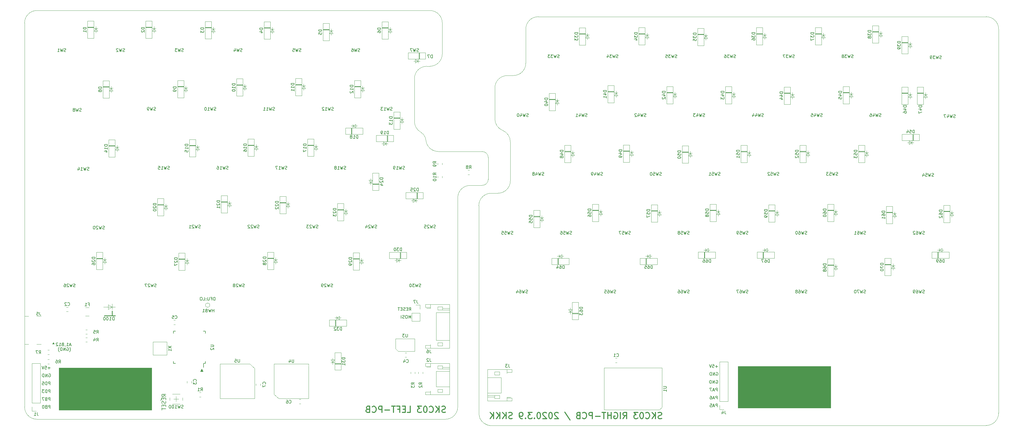
<source format=gbr>
G04 #@! TF.GenerationSoftware,KiCad,Pcbnew,(5.1.4)-1*
G04 #@! TF.CreationDate,2020-03-09T13:06:10+09:00*
G04 #@! TF.ProjectId,skc03,736b6330-332e-46b6-9963-61645f706362,03*
G04 #@! TF.SameCoordinates,PX7565b60PY115170f0*
G04 #@! TF.FileFunction,Legend,Bot*
G04 #@! TF.FilePolarity,Positive*
%FSLAX46Y46*%
G04 Gerber Fmt 4.6, Leading zero omitted, Abs format (unit mm)*
G04 Created by KiCad (PCBNEW (5.1.4)-1) date 2020-03-09 13:06:10*
%MOMM*%
%LPD*%
G04 APERTURE LIST*
%ADD10C,0.100000*%
%ADD11C,0.150000*%
%ADD12C,0.300000*%
%ADD13C,0.120000*%
%ADD14C,0.240000*%
G04 APERTURE END LIST*
D10*
X160228499Y7380001D02*
X320228499Y7380001D01*
D11*
X134284404Y41965620D02*
X134284404Y42965620D01*
X133951071Y42251334D01*
X133617738Y42965620D01*
X133617738Y41965620D01*
X132951071Y42965620D02*
X132760595Y42965620D01*
X132665357Y42918000D01*
X132570119Y42822762D01*
X132522500Y42632286D01*
X132522500Y42298953D01*
X132570119Y42108477D01*
X132665357Y42013239D01*
X132760595Y41965620D01*
X132951071Y41965620D01*
X133046309Y42013239D01*
X133141547Y42108477D01*
X133189166Y42298953D01*
X133189166Y42632286D01*
X133141547Y42822762D01*
X133046309Y42918000D01*
X132951071Y42965620D01*
X132141547Y42013239D02*
X131998690Y41965620D01*
X131760595Y41965620D01*
X131665357Y42013239D01*
X131617738Y42060858D01*
X131570119Y42156096D01*
X131570119Y42251334D01*
X131617738Y42346572D01*
X131665357Y42394191D01*
X131760595Y42441810D01*
X131951071Y42489429D01*
X132046309Y42537048D01*
X132093928Y42584667D01*
X132141547Y42679905D01*
X132141547Y42775143D01*
X132093928Y42870381D01*
X132046309Y42918000D01*
X131951071Y42965620D01*
X131712976Y42965620D01*
X131570119Y42918000D01*
X131141547Y41965620D02*
X131141547Y42965620D01*
X133712976Y44505620D02*
X134046309Y44981810D01*
X134284404Y44505620D02*
X134284404Y45505620D01*
X133903452Y45505620D01*
X133808214Y45458000D01*
X133760595Y45410381D01*
X133712976Y45315143D01*
X133712976Y45172286D01*
X133760595Y45077048D01*
X133808214Y45029429D01*
X133903452Y44981810D01*
X134284404Y44981810D01*
X133284404Y45029429D02*
X132951071Y45029429D01*
X132808214Y44505620D02*
X133284404Y44505620D01*
X133284404Y45505620D01*
X132808214Y45505620D01*
X132427261Y44553239D02*
X132284404Y44505620D01*
X132046309Y44505620D01*
X131951071Y44553239D01*
X131903452Y44600858D01*
X131855833Y44696096D01*
X131855833Y44791334D01*
X131903452Y44886572D01*
X131951071Y44934191D01*
X132046309Y44981810D01*
X132236785Y45029429D01*
X132332023Y45077048D01*
X132379642Y45124667D01*
X132427261Y45219905D01*
X132427261Y45315143D01*
X132379642Y45410381D01*
X132332023Y45458000D01*
X132236785Y45505620D01*
X131998690Y45505620D01*
X131855833Y45458000D01*
X131427261Y45029429D02*
X131093928Y45029429D01*
X130951071Y44505620D02*
X131427261Y44505620D01*
X131427261Y45505620D01*
X130951071Y45505620D01*
X130665357Y45505620D02*
X130093928Y45505620D01*
X130379642Y44505620D02*
X130379642Y45505620D01*
X70960952Y47807620D02*
X70960952Y48807620D01*
X70722857Y48807620D01*
X70580000Y48760000D01*
X70484761Y48664762D01*
X70437142Y48569524D01*
X70389523Y48379048D01*
X70389523Y48236191D01*
X70437142Y48045715D01*
X70484761Y47950477D01*
X70580000Y47855239D01*
X70722857Y47807620D01*
X70960952Y47807620D01*
X69627619Y48331429D02*
X69960952Y48331429D01*
X69960952Y47807620D02*
X69960952Y48807620D01*
X69484761Y48807620D01*
X69103809Y48807620D02*
X69103809Y47998096D01*
X69056190Y47902858D01*
X69008571Y47855239D01*
X68913333Y47807620D01*
X68722857Y47807620D01*
X68627619Y47855239D01*
X68580000Y47902858D01*
X68532380Y47998096D01*
X68532380Y48807620D01*
X68056190Y47902858D02*
X68008571Y47855239D01*
X68056190Y47807620D01*
X68103809Y47855239D01*
X68056190Y47902858D01*
X68056190Y47807620D01*
X68056190Y48426667D02*
X68008571Y48379048D01*
X68056190Y48331429D01*
X68103809Y48379048D01*
X68056190Y48426667D01*
X68056190Y48331429D01*
X67103809Y47807620D02*
X67580000Y47807620D01*
X67580000Y48807620D01*
X66580000Y48807620D02*
X66389523Y48807620D01*
X66294285Y48760000D01*
X66199047Y48664762D01*
X66151428Y48474286D01*
X66151428Y48140953D01*
X66199047Y47950477D01*
X66294285Y47855239D01*
X66389523Y47807620D01*
X66580000Y47807620D01*
X66675238Y47855239D01*
X66770476Y47950477D01*
X66818095Y48140953D01*
X66818095Y48474286D01*
X66770476Y48664762D01*
X66675238Y48760000D01*
X66580000Y48807620D01*
X55042857Y16742858D02*
X54471428Y17142858D01*
X55042857Y17428572D02*
X53842857Y17428572D01*
X53842857Y16971429D01*
X53900000Y16857143D01*
X53957142Y16800000D01*
X54071428Y16742858D01*
X54242857Y16742858D01*
X54357142Y16800000D01*
X54414285Y16857143D01*
X54471428Y16971429D01*
X54471428Y17428572D01*
X54414285Y16228572D02*
X54414285Y15828572D01*
X55042857Y15657143D02*
X55042857Y16228572D01*
X53842857Y16228572D01*
X53842857Y15657143D01*
X54985714Y15200000D02*
X55042857Y15028572D01*
X55042857Y14742858D01*
X54985714Y14628572D01*
X54928571Y14571429D01*
X54814285Y14514286D01*
X54700000Y14514286D01*
X54585714Y14571429D01*
X54528571Y14628572D01*
X54471428Y14742858D01*
X54414285Y14971429D01*
X54357142Y15085715D01*
X54300000Y15142858D01*
X54185714Y15200000D01*
X54071428Y15200000D01*
X53957142Y15142858D01*
X53900000Y15085715D01*
X53842857Y14971429D01*
X53842857Y14685715D01*
X53900000Y14514286D01*
X54414285Y14000000D02*
X54414285Y13600000D01*
X55042857Y13428572D02*
X55042857Y14000000D01*
X53842857Y14000000D01*
X53842857Y13428572D01*
X53842857Y13085715D02*
X53842857Y12400000D01*
X55042857Y12742858D02*
X53842857Y12742858D01*
X233316668Y15887618D02*
X233316668Y16887618D01*
X232935716Y16887618D01*
X232840478Y16839998D01*
X232792859Y16792379D01*
X232745240Y16697141D01*
X232745240Y16554284D01*
X232792859Y16459046D01*
X232840478Y16411427D01*
X232935716Y16363808D01*
X233316668Y16363808D01*
X232364287Y16173332D02*
X231888097Y16173332D01*
X232459525Y15887618D02*
X232126192Y16887618D01*
X231792859Y15887618D01*
X231030954Y16887618D02*
X231221430Y16887618D01*
X231316668Y16839998D01*
X231364287Y16792379D01*
X231459525Y16649522D01*
X231507144Y16459046D01*
X231507144Y16078094D01*
X231459525Y15982856D01*
X231411906Y15935237D01*
X231316668Y15887618D01*
X231126192Y15887618D01*
X231030954Y15935237D01*
X230983335Y15982856D01*
X230935716Y16078094D01*
X230935716Y16316189D01*
X230983335Y16411427D01*
X231030954Y16459046D01*
X231126192Y16506665D01*
X231316668Y16506665D01*
X231411906Y16459046D01*
X231459525Y16411427D01*
X231507144Y16316189D01*
X232886907Y21909997D02*
X232982145Y21957617D01*
X233125003Y21957617D01*
X233267860Y21909997D01*
X233363098Y21814759D01*
X233410717Y21719521D01*
X233458336Y21529045D01*
X233458336Y21386188D01*
X233410717Y21195712D01*
X233363098Y21100474D01*
X233267860Y21005236D01*
X233125003Y20957617D01*
X233029764Y20957617D01*
X232886907Y21005236D01*
X232839288Y21052855D01*
X232839288Y21386188D01*
X233029764Y21386188D01*
X232410717Y20957617D02*
X232410717Y21957617D01*
X231839288Y20957617D01*
X231839288Y21957617D01*
X231363098Y20957617D02*
X231363098Y21957617D01*
X231125003Y21957617D01*
X230982145Y21909997D01*
X230886907Y21814759D01*
X230839288Y21719521D01*
X230791669Y21529045D01*
X230791669Y21386188D01*
X230839288Y21195712D01*
X230886907Y21100474D01*
X230982145Y21005236D01*
X231125003Y20957617D01*
X231363098Y20957617D01*
X233316668Y18437618D02*
X233316668Y19437618D01*
X232935716Y19437618D01*
X232840478Y19389998D01*
X232792859Y19342379D01*
X232745240Y19247141D01*
X232745240Y19104284D01*
X232792859Y19009046D01*
X232840478Y18961427D01*
X232935716Y18913808D01*
X233316668Y18913808D01*
X232364287Y18723332D02*
X231888097Y18723332D01*
X232459525Y18437618D02*
X232126192Y19437618D01*
X231792859Y18437618D01*
X231554763Y19437618D02*
X230888097Y19437618D01*
X231316668Y18437618D01*
X233460717Y26438569D02*
X232698812Y26438569D01*
X233079764Y26057617D02*
X233079764Y26819521D01*
X231746431Y27057617D02*
X232222622Y27057617D01*
X232270241Y26581426D01*
X232222622Y26629045D01*
X232127383Y26676664D01*
X231889288Y26676664D01*
X231794050Y26629045D01*
X231746431Y26581426D01*
X231698812Y26486188D01*
X231698812Y26248093D01*
X231746431Y26152855D01*
X231794050Y26105236D01*
X231889288Y26057617D01*
X232127383Y26057617D01*
X232222622Y26105236D01*
X232270241Y26152855D01*
X231413098Y27057617D02*
X231079764Y26057617D01*
X230746431Y27057617D01*
X232961906Y24489998D02*
X233057144Y24537618D01*
X233200002Y24537618D01*
X233342859Y24489998D01*
X233438097Y24394760D01*
X233485716Y24299522D01*
X233533335Y24109046D01*
X233533335Y23966189D01*
X233485716Y23775713D01*
X233438097Y23680475D01*
X233342859Y23585237D01*
X233200002Y23537618D01*
X233104763Y23537618D01*
X232961906Y23585237D01*
X232914287Y23632856D01*
X232914287Y23966189D01*
X233104763Y23966189D01*
X232485716Y23537618D02*
X232485716Y24537618D01*
X231914287Y23537618D01*
X231914287Y24537618D01*
X231438097Y23537618D02*
X231438097Y24537618D01*
X231200002Y24537618D01*
X231057144Y24489998D01*
X230961906Y24394760D01*
X230914287Y24299522D01*
X230866668Y24109046D01*
X230866668Y23966189D01*
X230914287Y23775713D01*
X230961906Y23680475D01*
X231057144Y23585237D01*
X231200002Y23537618D01*
X231438097Y23537618D01*
X233341667Y13367619D02*
X233341667Y14367619D01*
X232960715Y14367619D01*
X232865477Y14319999D01*
X232817858Y14272380D01*
X232770239Y14177142D01*
X232770239Y14034285D01*
X232817858Y13939047D01*
X232865477Y13891428D01*
X232960715Y13843809D01*
X233341667Y13843809D01*
X232389286Y13653333D02*
X231913096Y13653333D01*
X232484524Y13367619D02*
X232151191Y14367619D01*
X231817858Y13367619D01*
X231008334Y14367619D02*
X231484524Y14367619D01*
X231532143Y13891428D01*
X231484524Y13939047D01*
X231389286Y13986666D01*
X231151191Y13986666D01*
X231055953Y13939047D01*
X231008334Y13891428D01*
X230960715Y13796190D01*
X230960715Y13558095D01*
X231008334Y13462857D01*
X231055953Y13415238D01*
X231151191Y13367619D01*
X231389286Y13367619D01*
X231484524Y13415238D01*
X231532143Y13462857D01*
X17735716Y25968570D02*
X16973811Y25968570D01*
X17354763Y25587618D02*
X17354763Y26349522D01*
X16021430Y26587618D02*
X16497621Y26587618D01*
X16545240Y26111427D01*
X16497621Y26159046D01*
X16402382Y26206665D01*
X16164287Y26206665D01*
X16069049Y26159046D01*
X16021430Y26111427D01*
X15973811Y26016189D01*
X15973811Y25778094D01*
X16021430Y25682856D01*
X16069049Y25635237D01*
X16164287Y25587618D01*
X16402382Y25587618D01*
X16497621Y25635237D01*
X16545240Y25682856D01*
X15688097Y26587618D02*
X15354763Y25587618D01*
X15021430Y26587618D01*
X17236905Y24019999D02*
X17332143Y24067619D01*
X17475001Y24067619D01*
X17617858Y24019999D01*
X17713096Y23924761D01*
X17760715Y23829523D01*
X17808334Y23639047D01*
X17808334Y23496190D01*
X17760715Y23305714D01*
X17713096Y23210476D01*
X17617858Y23115238D01*
X17475001Y23067619D01*
X17379762Y23067619D01*
X17236905Y23115238D01*
X17189286Y23162857D01*
X17189286Y23496190D01*
X17379762Y23496190D01*
X16760715Y23067619D02*
X16760715Y24067619D01*
X16189286Y23067619D01*
X16189286Y24067619D01*
X15713096Y23067619D02*
X15713096Y24067619D01*
X15475001Y24067619D01*
X15332143Y24019999D01*
X15236905Y23924761D01*
X15189286Y23829523D01*
X15141667Y23639047D01*
X15141667Y23496190D01*
X15189286Y23305714D01*
X15236905Y23210476D01*
X15332143Y23115238D01*
X15475001Y23067619D01*
X15713096Y23067619D01*
X17638097Y20487618D02*
X17638097Y21487618D01*
X17257144Y21487618D01*
X17161906Y21439998D01*
X17114287Y21392379D01*
X17066668Y21297141D01*
X17066668Y21154284D01*
X17114287Y21059046D01*
X17161906Y21011427D01*
X17257144Y20963808D01*
X17638097Y20963808D01*
X16638097Y20487618D02*
X16638097Y21487618D01*
X16400002Y21487618D01*
X16257144Y21439998D01*
X16161906Y21344760D01*
X16114287Y21249522D01*
X16066668Y21059046D01*
X16066668Y20916189D01*
X16114287Y20725713D01*
X16161906Y20630475D01*
X16257144Y20535237D01*
X16400002Y20487618D01*
X16638097Y20487618D01*
X15161906Y21487618D02*
X15638097Y21487618D01*
X15685716Y21011427D01*
X15638097Y21059046D01*
X15542859Y21106665D01*
X15304763Y21106665D01*
X15209525Y21059046D01*
X15161906Y21011427D01*
X15114287Y20916189D01*
X15114287Y20678094D01*
X15161906Y20582856D01*
X15209525Y20535237D01*
X15304763Y20487618D01*
X15542859Y20487618D01*
X15638097Y20535237D01*
X15685716Y20582856D01*
X17663096Y17967619D02*
X17663096Y18967619D01*
X17282143Y18967619D01*
X17186905Y18919999D01*
X17139286Y18872380D01*
X17091667Y18777142D01*
X17091667Y18634285D01*
X17139286Y18539047D01*
X17186905Y18491428D01*
X17282143Y18443809D01*
X17663096Y18443809D01*
X16663096Y17967619D02*
X16663096Y18967619D01*
X16425001Y18967619D01*
X16282143Y18919999D01*
X16186905Y18824761D01*
X16139286Y18729523D01*
X16091667Y18539047D01*
X16091667Y18396190D01*
X16139286Y18205714D01*
X16186905Y18110476D01*
X16282143Y18015238D01*
X16425001Y17967619D01*
X16663096Y17967619D01*
X15758334Y18967619D02*
X15139286Y18967619D01*
X15472620Y18586666D01*
X15329762Y18586666D01*
X15234524Y18539047D01*
X15186905Y18491428D01*
X15139286Y18396190D01*
X15139286Y18158095D01*
X15186905Y18062857D01*
X15234524Y18015238D01*
X15329762Y17967619D01*
X15615477Y17967619D01*
X15710715Y18015238D01*
X15758334Y18062857D01*
X17663096Y15417619D02*
X17663096Y16417619D01*
X17282143Y16417619D01*
X17186905Y16369999D01*
X17139286Y16322380D01*
X17091667Y16227142D01*
X17091667Y16084285D01*
X17139286Y15989047D01*
X17186905Y15941428D01*
X17282143Y15893809D01*
X17663096Y15893809D01*
X16329762Y15941428D02*
X16186905Y15893809D01*
X16139286Y15846190D01*
X16091667Y15750952D01*
X16091667Y15608095D01*
X16139286Y15512857D01*
X16186905Y15465238D01*
X16282143Y15417619D01*
X16663096Y15417619D01*
X16663096Y16417619D01*
X16329762Y16417619D01*
X16234524Y16369999D01*
X16186905Y16322380D01*
X16139286Y16227142D01*
X16139286Y16131904D01*
X16186905Y16036666D01*
X16234524Y15989047D01*
X16329762Y15941428D01*
X16663096Y15941428D01*
X15758334Y16417619D02*
X15091667Y16417619D01*
X15520239Y15417619D01*
X17688095Y12897620D02*
X17688095Y13897620D01*
X17307142Y13897620D01*
X17211904Y13850000D01*
X17164285Y13802381D01*
X17116666Y13707143D01*
X17116666Y13564286D01*
X17164285Y13469048D01*
X17211904Y13421429D01*
X17307142Y13373810D01*
X17688095Y13373810D01*
X16354761Y13421429D02*
X16211904Y13373810D01*
X16164285Y13326191D01*
X16116666Y13230953D01*
X16116666Y13088096D01*
X16164285Y12992858D01*
X16211904Y12945239D01*
X16307142Y12897620D01*
X16688095Y12897620D01*
X16688095Y13897620D01*
X16354761Y13897620D01*
X16259523Y13850000D01*
X16211904Y13802381D01*
X16164285Y13707143D01*
X16164285Y13611905D01*
X16211904Y13516667D01*
X16259523Y13469048D01*
X16354761Y13421429D01*
X16688095Y13421429D01*
X15497619Y13897620D02*
X15402380Y13897620D01*
X15307142Y13850000D01*
X15259523Y13802381D01*
X15211904Y13707143D01*
X15164285Y13516667D01*
X15164285Y13278572D01*
X15211904Y13088096D01*
X15259523Y12992858D01*
X15307142Y12945239D01*
X15402380Y12897620D01*
X15497619Y12897620D01*
X15592857Y12945239D01*
X15640476Y12992858D01*
X15688095Y13088096D01*
X15735714Y13278572D01*
X15735714Y13516667D01*
X15688095Y13707143D01*
X15640476Y13802381D01*
X15592857Y13850000D01*
X15497619Y13897620D01*
D10*
G36*
X50500000Y12380001D02*
G01*
X20500000Y12380001D01*
X20500000Y26000000D01*
X50500000Y26000000D01*
X50500000Y12380001D01*
G37*
X50500000Y12380001D02*
X20500000Y12380001D01*
X20500000Y26000000D01*
X50500000Y26000000D01*
X50500000Y12380001D01*
X156228499Y73830000D02*
X156228499Y78380000D01*
X9424988Y14702327D02*
X9424987Y137379276D01*
X324228499Y11380001D02*
G75*
G02X320228499Y7380001I-4000000J0D01*
G01*
X144422749Y127380726D02*
X144422749Y137379276D01*
X171417299Y135380001D02*
G75*
G02X175417299Y139380001I4000000J0D01*
G01*
X171417299Y135380001D02*
X171417299Y124380000D01*
X13424987Y141379275D02*
X140422750Y141379275D01*
X171417299Y124380000D02*
G75*
G02X167417299Y120380000I-4000000J0D01*
G01*
X320228499Y139380001D02*
G75*
G02X324228499Y135380001I0J-4000000D01*
G01*
X324228499Y11380001D02*
X324228499Y135380001D01*
X165424999Y120380001D02*
X167417299Y120380001D01*
X161425000Y116380001D02*
G75*
G02X165424999Y120380000I3999999J0D01*
G01*
X320228499Y139380001D02*
X175417299Y139380000D01*
X9424988Y137379276D02*
G75*
G02X13424987Y141379275I3999999J0D01*
G01*
X140422750Y141379275D02*
G75*
G02X144422749Y137379276I0J-3999999D01*
G01*
X137476198Y102095543D02*
G75*
G02X135423087Y105589770I1946889J3494227D01*
G01*
X161424999Y106380001D02*
X161425000Y116380001D01*
X163924999Y102671902D02*
G75*
G02X161424999Y106380001I1500000J3708099D01*
G01*
X163925000Y102671900D02*
G75*
G02X166424999Y98963802I-1500000J-3708098D01*
G01*
X166424999Y86380000D02*
X166424999Y98963802D01*
X166424999Y86380000D02*
G75*
G02X162424999Y82380000I-4000000J0D01*
G01*
X160228499Y82380000D02*
X162424999Y82380000D01*
X156228499Y78380000D02*
G75*
G02X160228499Y82380000I4000000J0D01*
G01*
X156228499Y11380001D02*
X156228499Y73830000D01*
X149424988Y80899507D02*
X149424988Y13379275D01*
X149424988Y80899506D02*
G75*
G02X153424976Y84899507I4000000J1D01*
G01*
X157294948Y84899519D02*
X153424976Y84899507D01*
X159294942Y86899517D02*
G75*
G02X157294948Y84899519I-1999999J1D01*
G01*
X159294943Y93859517D02*
X159294943Y86899518D01*
X157294943Y95859517D02*
G75*
G02X159294943Y93859517I0J-2000000D01*
G01*
X143119168Y95859515D02*
X157294942Y95859517D01*
X143119169Y95859515D02*
G75*
G02X139140013Y99451681I-1J4000000D01*
G01*
X138949998Y100325416D02*
G75*
G02X139140013Y99451681I-3789139J-1281568D01*
G01*
X137476198Y102095543D02*
G75*
G02X138949998Y100325416I-1557511J-2795381D01*
G01*
X156247761Y10987932D02*
X156228499Y11380001D01*
X156305358Y10599639D02*
X156247761Y10987932D01*
X156400738Y10218862D02*
X156305358Y10599639D01*
X156532981Y9849267D02*
X156400738Y10218862D01*
X156700814Y9494414D02*
X156532981Y9849267D01*
X156902621Y9157720D02*
X156700814Y9494414D01*
X157136458Y8842427D02*
X156902621Y9157720D01*
X157400072Y8551573D02*
X157136458Y8842427D01*
X157690926Y8287959D02*
X157400072Y8551573D01*
X158006219Y8054122D02*
X157690926Y8287959D01*
X158342913Y7852315D02*
X158006219Y8054122D01*
X158697766Y7684482D02*
X158342913Y7852315D01*
X159067361Y7552239D02*
X158697766Y7684482D01*
X159448138Y7456859D02*
X159067361Y7552239D01*
X159836431Y7399262D02*
X159448138Y7456859D01*
X160228499Y7380001D02*
X159836431Y7399262D01*
X149424988Y13379275D02*
G75*
G02X145424988Y9379275I-4000000J0D01*
G01*
X135423087Y119380727D02*
X135423087Y105589770D01*
X135423088Y119380727D02*
G75*
G02X139423087Y123380726I3999999J0D01*
G01*
X140422750Y123380727D02*
X139423087Y123380726D01*
X144422749Y127380726D02*
G75*
G02X140422750Y123380727I-3999999J0D01*
G01*
X145424988Y9379275D02*
X13424987Y9379275D01*
X9424987Y13379275D02*
X9424988Y14702327D01*
X13424987Y9379275D02*
G75*
G02X9424987Y13379275I0J4000000D01*
G01*
G36*
X270000000Y13000000D02*
G01*
X240000000Y13000000D01*
X240000000Y26500000D01*
X270000000Y26500000D01*
X270000000Y13000000D01*
G37*
X270000000Y13000000D02*
X240000000Y13000000D01*
X240000000Y26500000D01*
X270000000Y26500000D01*
X270000000Y13000000D01*
D12*
X145424047Y11690477D02*
X145138333Y11595239D01*
X144662142Y11595239D01*
X144471666Y11690477D01*
X144376428Y11785715D01*
X144281190Y11976191D01*
X144281190Y12166667D01*
X144376428Y12357143D01*
X144471666Y12452381D01*
X144662142Y12547620D01*
X145043095Y12642858D01*
X145233571Y12738096D01*
X145328809Y12833334D01*
X145424047Y13023810D01*
X145424047Y13214286D01*
X145328809Y13404762D01*
X145233571Y13500000D01*
X145043095Y13595239D01*
X144566904Y13595239D01*
X144281190Y13500000D01*
X143424047Y11595239D02*
X143424047Y13595239D01*
X142281190Y11595239D02*
X143138333Y12738096D01*
X142281190Y13595239D02*
X143424047Y12452381D01*
X140281190Y11785715D02*
X140376428Y11690477D01*
X140662142Y11595239D01*
X140852619Y11595239D01*
X141138333Y11690477D01*
X141328809Y11880953D01*
X141424047Y12071429D01*
X141519285Y12452381D01*
X141519285Y12738096D01*
X141424047Y13119048D01*
X141328809Y13309524D01*
X141138333Y13500000D01*
X140852619Y13595239D01*
X140662142Y13595239D01*
X140376428Y13500000D01*
X140281190Y13404762D01*
X139043095Y13595239D02*
X138852619Y13595239D01*
X138662142Y13500000D01*
X138566904Y13404762D01*
X138471666Y13214286D01*
X138376428Y12833334D01*
X138376428Y12357143D01*
X138471666Y11976191D01*
X138566904Y11785715D01*
X138662142Y11690477D01*
X138852619Y11595239D01*
X139043095Y11595239D01*
X139233571Y11690477D01*
X139328809Y11785715D01*
X139424047Y11976191D01*
X139519285Y12357143D01*
X139519285Y12833334D01*
X139424047Y13214286D01*
X139328809Y13404762D01*
X139233571Y13500000D01*
X139043095Y13595239D01*
X137709761Y13595239D02*
X136471666Y13595239D01*
X137138333Y12833334D01*
X136852619Y12833334D01*
X136662142Y12738096D01*
X136566904Y12642858D01*
X136471666Y12452381D01*
X136471666Y11976191D01*
X136566904Y11785715D01*
X136662142Y11690477D01*
X136852619Y11595239D01*
X137424047Y11595239D01*
X137614523Y11690477D01*
X137709761Y11785715D01*
X133138333Y11595239D02*
X134090714Y11595239D01*
X134090714Y13595239D01*
X132471666Y12642858D02*
X131805000Y12642858D01*
X131519285Y11595239D02*
X132471666Y11595239D01*
X132471666Y13595239D01*
X131519285Y13595239D01*
X129995476Y12642858D02*
X130662142Y12642858D01*
X130662142Y11595239D02*
X130662142Y13595239D01*
X129709761Y13595239D01*
X129233571Y13595239D02*
X128090714Y13595239D01*
X128662142Y11595239D02*
X128662142Y13595239D01*
X127424047Y12357143D02*
X125900238Y12357143D01*
X124947857Y11595239D02*
X124947857Y13595239D01*
X124185952Y13595239D01*
X123995476Y13500000D01*
X123900238Y13404762D01*
X123805000Y13214286D01*
X123805000Y12928572D01*
X123900238Y12738096D01*
X123995476Y12642858D01*
X124185952Y12547620D01*
X124947857Y12547620D01*
X121805000Y11785715D02*
X121900238Y11690477D01*
X122185952Y11595239D01*
X122376428Y11595239D01*
X122662142Y11690477D01*
X122852619Y11880953D01*
X122947857Y12071429D01*
X123043095Y12452381D01*
X123043095Y12738096D01*
X122947857Y13119048D01*
X122852619Y13309524D01*
X122662142Y13500000D01*
X122376428Y13595239D01*
X122185952Y13595239D01*
X121900238Y13500000D01*
X121805000Y13404762D01*
X120281190Y12642858D02*
X119995476Y12547620D01*
X119900238Y12452381D01*
X119805000Y12261905D01*
X119805000Y11976191D01*
X119900238Y11785715D01*
X119995476Y11690477D01*
X120185952Y11595239D01*
X120947857Y11595239D01*
X120947857Y13595239D01*
X120281190Y13595239D01*
X120090714Y13500000D01*
X119995476Y13404762D01*
X119900238Y13214286D01*
X119900238Y13023810D01*
X119995476Y12833334D01*
X120090714Y12738096D01*
X120281190Y12642858D01*
X120947857Y12642858D01*
X215324047Y9690477D02*
X215038333Y9595239D01*
X214562142Y9595239D01*
X214371666Y9690477D01*
X214276428Y9785715D01*
X214181190Y9976191D01*
X214181190Y10166667D01*
X214276428Y10357143D01*
X214371666Y10452381D01*
X214562142Y10547620D01*
X214943095Y10642858D01*
X215133571Y10738096D01*
X215228809Y10833334D01*
X215324047Y11023810D01*
X215324047Y11214286D01*
X215228809Y11404762D01*
X215133571Y11500000D01*
X214943095Y11595239D01*
X214466904Y11595239D01*
X214181190Y11500000D01*
X213324047Y9595239D02*
X213324047Y11595239D01*
X212181190Y9595239D02*
X213038333Y10738096D01*
X212181190Y11595239D02*
X213324047Y10452381D01*
X210181190Y9785715D02*
X210276428Y9690477D01*
X210562142Y9595239D01*
X210752619Y9595239D01*
X211038333Y9690477D01*
X211228809Y9880953D01*
X211324047Y10071429D01*
X211419285Y10452381D01*
X211419285Y10738096D01*
X211324047Y11119048D01*
X211228809Y11309524D01*
X211038333Y11500000D01*
X210752619Y11595239D01*
X210562142Y11595239D01*
X210276428Y11500000D01*
X210181190Y11404762D01*
X208943095Y11595239D02*
X208752619Y11595239D01*
X208562142Y11500000D01*
X208466904Y11404762D01*
X208371666Y11214286D01*
X208276428Y10833334D01*
X208276428Y10357143D01*
X208371666Y9976191D01*
X208466904Y9785715D01*
X208562142Y9690477D01*
X208752619Y9595239D01*
X208943095Y9595239D01*
X209133571Y9690477D01*
X209228809Y9785715D01*
X209324047Y9976191D01*
X209419285Y10357143D01*
X209419285Y10833334D01*
X209324047Y11214286D01*
X209228809Y11404762D01*
X209133571Y11500000D01*
X208943095Y11595239D01*
X207609761Y11595239D02*
X206371666Y11595239D01*
X207038333Y10833334D01*
X206752619Y10833334D01*
X206562142Y10738096D01*
X206466904Y10642858D01*
X206371666Y10452381D01*
X206371666Y9976191D01*
X206466904Y9785715D01*
X206562142Y9690477D01*
X206752619Y9595239D01*
X207324047Y9595239D01*
X207514523Y9690477D01*
X207609761Y9785715D01*
X202847857Y9595239D02*
X203514523Y10547620D01*
X203990714Y9595239D02*
X203990714Y11595239D01*
X203228809Y11595239D01*
X203038333Y11500000D01*
X202943095Y11404762D01*
X202847857Y11214286D01*
X202847857Y10928572D01*
X202943095Y10738096D01*
X203038333Y10642858D01*
X203228809Y10547620D01*
X203990714Y10547620D01*
X201990714Y9595239D02*
X201990714Y11595239D01*
X199990714Y11500000D02*
X200181190Y11595239D01*
X200466904Y11595239D01*
X200752619Y11500000D01*
X200943095Y11309524D01*
X201038333Y11119048D01*
X201133571Y10738096D01*
X201133571Y10452381D01*
X201038333Y10071429D01*
X200943095Y9880953D01*
X200752619Y9690477D01*
X200466904Y9595239D01*
X200276428Y9595239D01*
X199990714Y9690477D01*
X199895476Y9785715D01*
X199895476Y10452381D01*
X200276428Y10452381D01*
X199038333Y9595239D02*
X199038333Y11595239D01*
X199038333Y10642858D02*
X197895476Y10642858D01*
X197895476Y9595239D02*
X197895476Y11595239D01*
X197228809Y11595239D02*
X196085952Y11595239D01*
X196657380Y9595239D02*
X196657380Y11595239D01*
X195419285Y10357143D02*
X193895476Y10357143D01*
X192943095Y9595239D02*
X192943095Y11595239D01*
X192181190Y11595239D01*
X191990714Y11500000D01*
X191895476Y11404762D01*
X191800238Y11214286D01*
X191800238Y10928572D01*
X191895476Y10738096D01*
X191990714Y10642858D01*
X192181190Y10547620D01*
X192943095Y10547620D01*
X189800238Y9785715D02*
X189895476Y9690477D01*
X190181190Y9595239D01*
X190371666Y9595239D01*
X190657380Y9690477D01*
X190847857Y9880953D01*
X190943095Y10071429D01*
X191038333Y10452381D01*
X191038333Y10738096D01*
X190943095Y11119048D01*
X190847857Y11309524D01*
X190657380Y11500000D01*
X190371666Y11595239D01*
X190181190Y11595239D01*
X189895476Y11500000D01*
X189800238Y11404762D01*
X188276428Y10642858D02*
X187990714Y10547620D01*
X187895476Y10452381D01*
X187800238Y10261905D01*
X187800238Y9976191D01*
X187895476Y9785715D01*
X187990714Y9690477D01*
X188181190Y9595239D01*
X188943095Y9595239D01*
X188943095Y11595239D01*
X188276428Y11595239D01*
X188085952Y11500000D01*
X187990714Y11404762D01*
X187895476Y11214286D01*
X187895476Y11023810D01*
X187990714Y10833334D01*
X188085952Y10738096D01*
X188276428Y10642858D01*
X188943095Y10642858D01*
X183990714Y11690477D02*
X185705000Y9119048D01*
X181895476Y11404762D02*
X181800238Y11500000D01*
X181609761Y11595239D01*
X181133571Y11595239D01*
X180943095Y11500000D01*
X180847857Y11404762D01*
X180752619Y11214286D01*
X180752619Y11023810D01*
X180847857Y10738096D01*
X181990714Y9595239D01*
X180752619Y9595239D01*
X179514523Y11595239D02*
X179324047Y11595239D01*
X179133571Y11500000D01*
X179038333Y11404762D01*
X178943095Y11214286D01*
X178847857Y10833334D01*
X178847857Y10357143D01*
X178943095Y9976191D01*
X179038333Y9785715D01*
X179133571Y9690477D01*
X179324047Y9595239D01*
X179514523Y9595239D01*
X179705000Y9690477D01*
X179800238Y9785715D01*
X179895476Y9976191D01*
X179990714Y10357143D01*
X179990714Y10833334D01*
X179895476Y11214286D01*
X179800238Y11404762D01*
X179705000Y11500000D01*
X179514523Y11595239D01*
X178085952Y11404762D02*
X177990714Y11500000D01*
X177800238Y11595239D01*
X177324047Y11595239D01*
X177133571Y11500000D01*
X177038333Y11404762D01*
X176943095Y11214286D01*
X176943095Y11023810D01*
X177038333Y10738096D01*
X178181190Y9595239D01*
X176943095Y9595239D01*
X175705000Y11595239D02*
X175514523Y11595239D01*
X175324047Y11500000D01*
X175228809Y11404762D01*
X175133571Y11214286D01*
X175038333Y10833334D01*
X175038333Y10357143D01*
X175133571Y9976191D01*
X175228809Y9785715D01*
X175324047Y9690477D01*
X175514523Y9595239D01*
X175705000Y9595239D01*
X175895476Y9690477D01*
X175990714Y9785715D01*
X176085952Y9976191D01*
X176181190Y10357143D01*
X176181190Y10833334D01*
X176085952Y11214286D01*
X175990714Y11404762D01*
X175895476Y11500000D01*
X175705000Y11595239D01*
X174181190Y9785715D02*
X174085952Y9690477D01*
X174181190Y9595239D01*
X174276428Y9690477D01*
X174181190Y9785715D01*
X174181190Y9595239D01*
X173419285Y11595239D02*
X172181190Y11595239D01*
X172847857Y10833334D01*
X172562142Y10833334D01*
X172371666Y10738096D01*
X172276428Y10642858D01*
X172181190Y10452381D01*
X172181190Y9976191D01*
X172276428Y9785715D01*
X172371666Y9690477D01*
X172562142Y9595239D01*
X173133571Y9595239D01*
X173324047Y9690477D01*
X173419285Y9785715D01*
X171324047Y9785715D02*
X171228809Y9690477D01*
X171324047Y9595239D01*
X171419285Y9690477D01*
X171324047Y9785715D01*
X171324047Y9595239D01*
X170276428Y9595239D02*
X169895476Y9595239D01*
X169705000Y9690477D01*
X169609761Y9785715D01*
X169419285Y10071429D01*
X169324047Y10452381D01*
X169324047Y11214286D01*
X169419285Y11404762D01*
X169514523Y11500000D01*
X169705000Y11595239D01*
X170085952Y11595239D01*
X170276428Y11500000D01*
X170371666Y11404762D01*
X170466904Y11214286D01*
X170466904Y10738096D01*
X170371666Y10547620D01*
X170276428Y10452381D01*
X170085952Y10357143D01*
X169705000Y10357143D01*
X169514523Y10452381D01*
X169419285Y10547620D01*
X169324047Y10738096D01*
X167038333Y9690477D02*
X166752619Y9595239D01*
X166276428Y9595239D01*
X166085952Y9690477D01*
X165990714Y9785715D01*
X165895476Y9976191D01*
X165895476Y10166667D01*
X165990714Y10357143D01*
X166085952Y10452381D01*
X166276428Y10547620D01*
X166657380Y10642858D01*
X166847857Y10738096D01*
X166943095Y10833334D01*
X167038333Y11023810D01*
X167038333Y11214286D01*
X166943095Y11404762D01*
X166847857Y11500000D01*
X166657380Y11595239D01*
X166181190Y11595239D01*
X165895476Y11500000D01*
X165038333Y9595239D02*
X165038333Y11595239D01*
X163895476Y9595239D02*
X164752619Y10738096D01*
X163895476Y11595239D02*
X165038333Y10452381D01*
X163038333Y9595239D02*
X163038333Y11595239D01*
X161895476Y9595239D02*
X162752619Y10738096D01*
X161895476Y11595239D02*
X163038333Y10452381D01*
X161038333Y9595239D02*
X161038333Y11595239D01*
X159895476Y9595239D02*
X160752619Y10738096D01*
X159895476Y11595239D02*
X161038333Y10452381D01*
D10*
G04 #@! TO.C,J5*
G36*
X18740000Y34185000D02*
G01*
X18440000Y33685000D01*
X19040000Y33685000D01*
X18740000Y34185000D01*
G37*
X18740000Y34185000D02*
X18440000Y33685000D01*
X19040000Y33685000D01*
X18740000Y34185000D01*
D13*
X13300000Y42630000D02*
X14800000Y42630000D01*
X10700000Y33630000D02*
X9420000Y33630000D01*
X10700000Y42630000D02*
X9420000Y42630000D01*
X13300000Y33630000D02*
X14800000Y33630000D01*
X9420000Y33630000D02*
X9420000Y42630000D01*
G04 #@! TO.C,J7*
X137220000Y46288000D02*
X135890000Y46288000D01*
X137220000Y44958000D02*
X137220000Y46288000D01*
X137220000Y43688000D02*
X134560000Y43688000D01*
X134560000Y43688000D02*
X134560000Y41088000D01*
X137220000Y43688000D02*
X137220000Y41088000D01*
X137220000Y41088000D02*
X134560000Y41088000D01*
G04 #@! TO.C,HWB1*
X69280000Y46228000D02*
G75*
G03X69280000Y46228000I-700000J0D01*
G01*
G04 #@! TO.C,J4*
X234094999Y12550001D02*
X235424999Y12550001D01*
X234094999Y13880001D02*
X234094999Y12550001D01*
X234094999Y15150001D02*
X236754999Y15150001D01*
X236754999Y15150001D02*
X236754999Y27910001D01*
X234094999Y15150001D02*
X234094999Y27910001D01*
X234094999Y27910001D02*
X236754999Y27910001D01*
G04 #@! TO.C,J1*
X11844999Y12050001D02*
X13174999Y12050001D01*
X11844999Y13380001D02*
X11844999Y12050001D01*
X11844999Y14650001D02*
X14504999Y14650001D01*
X14504999Y14650001D02*
X14504999Y27410001D01*
X11844999Y14650001D02*
X11844999Y27410001D01*
X11844999Y27410001D02*
X14504999Y27410001D01*
G04 #@! TO.C,R1*
X65913748Y18010000D02*
X66436252Y18010000D01*
X65913748Y16590000D02*
X66436252Y16590000D01*
G04 #@! TO.C,U1*
X214636199Y12450001D02*
X215436199Y13250001D01*
X215436199Y13250001D02*
X215436199Y25950001D01*
X215436199Y25950001D02*
X196726199Y25950001D01*
X196726199Y25950001D02*
X196726199Y12450001D01*
X196726199Y12450001D02*
X214636199Y12450001D01*
G04 #@! TO.C,U4*
X90087000Y27218000D02*
X91103000Y27218000D01*
X90087000Y26590000D02*
X90087000Y27218000D01*
X91611000Y16042000D02*
X91875000Y16042000D01*
X90887000Y16670000D02*
X91611000Y16042000D01*
X101263000Y16042000D02*
X100275000Y16042000D01*
X101263000Y16670000D02*
X101263000Y16042000D01*
X101263000Y27218000D02*
X101263000Y26710000D01*
X100303000Y27218000D02*
X101263000Y27218000D01*
X90087000Y26590000D02*
X90087000Y17470000D01*
X100303000Y27218000D02*
X91103000Y27218000D01*
X101263000Y16670000D02*
X101263000Y26590000D01*
X91875000Y16042000D02*
X100275000Y16042000D01*
X90087000Y17470000D02*
X90887000Y16670000D01*
G04 #@! TO.C,D31*
X109658999Y25336001D02*
X109658999Y30924001D01*
X111690999Y30924001D02*
X111690999Y25336001D01*
X109658999Y25336001D02*
X111690999Y25336001D01*
X111690999Y30924001D02*
X109658999Y30924001D01*
X108452499Y28638001D02*
X109023999Y27685501D01*
X109595499Y28638001D02*
X108452499Y28638001D01*
X109023999Y27685501D02*
X109595499Y28638001D01*
X109023999Y29146001D02*
X109023999Y27114001D01*
X109595499Y27685501D02*
X108452499Y27685501D01*
D10*
X111649999Y27415001D02*
X109699999Y27415001D01*
X111649999Y27315001D02*
X109699999Y27315001D01*
X111649999Y27215001D02*
X109699999Y27215001D01*
D13*
G04 #@! TO.C,D24*
X121909000Y83336000D02*
X121909000Y88924000D01*
X123941000Y88924000D02*
X123941000Y83336000D01*
X121909000Y83336000D02*
X123941000Y83336000D01*
X123941000Y88924000D02*
X121909000Y88924000D01*
X120702500Y86638000D02*
X121274000Y85685500D01*
X121845500Y86638000D02*
X120702500Y86638000D01*
X121274000Y85685500D02*
X121845500Y86638000D01*
X121274000Y87146000D02*
X121274000Y85114000D01*
X121845500Y85685500D02*
X120702500Y85685500D01*
D10*
X123900000Y85415000D02*
X121950000Y85415000D01*
X123900000Y85315000D02*
X121950000Y85315000D01*
X123900000Y85215000D02*
X121950000Y85215000D01*
D11*
G04 #@! TO.C,U2*
X67275000Y27455000D02*
X67275000Y26180000D01*
X67850000Y37805000D02*
X67850000Y37130000D01*
X57500000Y37805000D02*
X57500000Y37130000D01*
X57500000Y27455000D02*
X57500000Y28130000D01*
X67850000Y27455000D02*
X67850000Y28130000D01*
X57500000Y27455000D02*
X58175000Y27455000D01*
X57500000Y37805000D02*
X58175000Y37805000D01*
X67850000Y37805000D02*
X67175000Y37805000D01*
X67850000Y27455000D02*
X67275000Y27455000D01*
D10*
G36*
X66675000Y25630000D02*
G01*
X67075000Y24830000D01*
X66275000Y24830000D01*
X66675000Y25630000D01*
G37*
X66675000Y25630000D02*
X67075000Y24830000D01*
X66275000Y24830000D01*
X66675000Y25630000D01*
D13*
G04 #@! TO.C,D51*
X242965999Y97849001D02*
X242965999Y92261001D01*
X240933999Y92261001D02*
X240933999Y97849001D01*
X242965999Y97849001D02*
X240933999Y97849001D01*
X240933999Y92261001D02*
X242965999Y92261001D01*
X244172499Y94547001D02*
X243600999Y95499501D01*
X243029499Y94547001D02*
X244172499Y94547001D01*
X243600999Y95499501D02*
X243029499Y94547001D01*
X243600999Y94039001D02*
X243600999Y96071001D01*
X243029499Y95499501D02*
X244172499Y95499501D01*
D10*
X240974999Y95770001D02*
X242924999Y95770001D01*
X240974999Y95870001D02*
X242924999Y95870001D01*
X240974999Y95970001D02*
X242924999Y95970001D01*
G04 #@! TO.C,D9*
X58920000Y116915000D02*
X60870000Y116915000D01*
X58920000Y116815000D02*
X60870000Y116815000D01*
X58920000Y116715000D02*
X60870000Y116715000D01*
D13*
X60974500Y116444500D02*
X62117500Y116444500D01*
X61546000Y114984000D02*
X61546000Y117016000D01*
X61546000Y116444500D02*
X60974500Y115492000D01*
X60974500Y115492000D02*
X62117500Y115492000D01*
X62117500Y115492000D02*
X61546000Y116444500D01*
X58879000Y113206000D02*
X60911000Y113206000D01*
X60911000Y118794000D02*
X58879000Y118794000D01*
X58879000Y113206000D02*
X58879000Y118794000D01*
X60911000Y118794000D02*
X60911000Y113206000D01*
D10*
G04 #@! TO.C,D4*
X86860000Y135885000D02*
X88810000Y135885000D01*
X86860000Y135785000D02*
X88810000Y135785000D01*
X86860000Y135685000D02*
X88810000Y135685000D01*
D13*
X88914500Y135414500D02*
X90057500Y135414500D01*
X89486000Y133954000D02*
X89486000Y135986000D01*
X89486000Y135414500D02*
X88914500Y134462000D01*
X88914500Y134462000D02*
X90057500Y134462000D01*
X90057500Y134462000D02*
X89486000Y135414500D01*
X86819000Y132176000D02*
X88851000Y132176000D01*
X88851000Y137764000D02*
X86819000Y137764000D01*
X86819000Y132176000D02*
X86819000Y137764000D01*
X88851000Y137764000D02*
X88851000Y132176000D01*
D10*
G04 #@! TO.C,D10*
X77970000Y117470000D02*
X79920000Y117470000D01*
X77970000Y117370000D02*
X79920000Y117370000D01*
X77970000Y117270000D02*
X79920000Y117270000D01*
D13*
X80024500Y116999500D02*
X81167500Y116999500D01*
X80596000Y115539000D02*
X80596000Y117571000D01*
X80596000Y116999500D02*
X80024500Y116047000D01*
X80024500Y116047000D02*
X81167500Y116047000D01*
X81167500Y116047000D02*
X80596000Y116999500D01*
X77929000Y113761000D02*
X79961000Y113761000D01*
X79961000Y119349000D02*
X77929000Y119349000D01*
X77929000Y113761000D02*
X77929000Y119349000D01*
X79961000Y119349000D02*
X79961000Y113761000D01*
G04 #@! TO.C,D11*
X99011000Y119429000D02*
X99011000Y113841000D01*
X96979000Y113841000D02*
X96979000Y119429000D01*
X99011000Y119429000D02*
X96979000Y119429000D01*
X96979000Y113841000D02*
X99011000Y113841000D01*
X100217500Y116127000D02*
X99646000Y117079500D01*
X99074500Y116127000D02*
X100217500Y116127000D01*
X99646000Y117079500D02*
X99074500Y116127000D01*
X99646000Y115619000D02*
X99646000Y117651000D01*
X99074500Y117079500D02*
X100217500Y117079500D01*
D10*
X97020000Y117350000D02*
X98970000Y117350000D01*
X97020000Y117450000D02*
X98970000Y117450000D01*
X97020000Y117550000D02*
X98970000Y117550000D01*
G04 #@! TO.C,D13*
X128770000Y106755000D02*
X130720000Y106755000D01*
X128770000Y106655000D02*
X130720000Y106655000D01*
X128770000Y106555000D02*
X130720000Y106555000D01*
D13*
X130824500Y106284500D02*
X131967500Y106284500D01*
X131396000Y104824000D02*
X131396000Y106856000D01*
X131396000Y106284500D02*
X130824500Y105332000D01*
X130824500Y105332000D02*
X131967500Y105332000D01*
X131967500Y105332000D02*
X131396000Y106284500D01*
X128729000Y103046000D02*
X130761000Y103046000D01*
X130761000Y108634000D02*
X128729000Y108634000D01*
X128729000Y103046000D02*
X128729000Y108634000D01*
X130761000Y108634000D02*
X130761000Y103046000D01*
D10*
G04 #@! TO.C,D14*
X36695000Y97785000D02*
X38645000Y97785000D01*
X36695000Y97685000D02*
X38645000Y97685000D01*
X36695000Y97585000D02*
X38645000Y97585000D01*
D13*
X38749500Y97314500D02*
X39892500Y97314500D01*
X39321000Y95854000D02*
X39321000Y97886000D01*
X39321000Y97314500D02*
X38749500Y96362000D01*
X38749500Y96362000D02*
X39892500Y96362000D01*
X39892500Y96362000D02*
X39321000Y97314500D01*
X36654000Y94076000D02*
X38686000Y94076000D01*
X38686000Y99664000D02*
X36654000Y99664000D01*
X36654000Y94076000D02*
X36654000Y99664000D01*
X38686000Y99664000D02*
X38686000Y94076000D01*
D10*
G04 #@! TO.C,D15*
X62730000Y97865000D02*
X64680000Y97865000D01*
X62730000Y97765000D02*
X64680000Y97765000D01*
X62730000Y97665000D02*
X64680000Y97665000D01*
D13*
X64784500Y97394500D02*
X65927500Y97394500D01*
X65356000Y95934000D02*
X65356000Y97966000D01*
X65356000Y97394500D02*
X64784500Y96442000D01*
X64784500Y96442000D02*
X65927500Y96442000D01*
X65927500Y96442000D02*
X65356000Y97394500D01*
X62689000Y94156000D02*
X64721000Y94156000D01*
X64721000Y99744000D02*
X62689000Y99744000D01*
X62689000Y94156000D02*
X62689000Y99744000D01*
X64721000Y99744000D02*
X64721000Y94156000D01*
D10*
G04 #@! TO.C,D16*
X81653000Y97992000D02*
X83603000Y97992000D01*
X81653000Y97892000D02*
X83603000Y97892000D01*
X81653000Y97792000D02*
X83603000Y97792000D01*
D13*
X83707500Y97521500D02*
X84850500Y97521500D01*
X84279000Y96061000D02*
X84279000Y98093000D01*
X84279000Y97521500D02*
X83707500Y96569000D01*
X83707500Y96569000D02*
X84850500Y96569000D01*
X84850500Y96569000D02*
X84279000Y97521500D01*
X81612000Y94283000D02*
X83644000Y94283000D01*
X83644000Y99871000D02*
X81612000Y99871000D01*
X81612000Y94283000D02*
X81612000Y99871000D01*
X83644000Y99871000D02*
X83644000Y94283000D01*
D10*
G04 #@! TO.C,D17*
X100957000Y97992000D02*
X102907000Y97992000D01*
X100957000Y97892000D02*
X102907000Y97892000D01*
X100957000Y97792000D02*
X102907000Y97792000D01*
D13*
X103011500Y97521500D02*
X104154500Y97521500D01*
X103583000Y96061000D02*
X103583000Y98093000D01*
X103583000Y97521500D02*
X103011500Y96569000D01*
X103011500Y96569000D02*
X104154500Y96569000D01*
X104154500Y96569000D02*
X103583000Y97521500D01*
X100916000Y94283000D02*
X102948000Y94283000D01*
X102948000Y99871000D02*
X100916000Y99871000D01*
X100916000Y94283000D02*
X100916000Y99871000D01*
X102948000Y99871000D02*
X102948000Y94283000D01*
D10*
G04 #@! TO.C,D18*
X115034000Y101483000D02*
X115034000Y103433000D01*
X115134000Y101483000D02*
X115134000Y103433000D01*
X115234000Y101483000D02*
X115234000Y103433000D01*
D13*
X115504500Y103537500D02*
X115504500Y104680500D01*
X116965000Y104109000D02*
X114933000Y104109000D01*
X115504500Y104109000D02*
X116457000Y103537500D01*
X116457000Y103537500D02*
X116457000Y104680500D01*
X116457000Y104680500D02*
X115504500Y104109000D01*
X118743000Y101442000D02*
X118743000Y103474000D01*
X113155000Y103474000D02*
X113155000Y101442000D01*
X118743000Y101442000D02*
X113155000Y101442000D01*
X113155000Y103474000D02*
X118743000Y103474000D01*
D10*
G04 #@! TO.C,D19*
X126770000Y101020000D02*
X126770000Y99070000D01*
X126670000Y101020000D02*
X126670000Y99070000D01*
X126570000Y101020000D02*
X126570000Y99070000D01*
D13*
X126299500Y98965500D02*
X126299500Y97822500D01*
X124839000Y98394000D02*
X126871000Y98394000D01*
X126299500Y98394000D02*
X125347000Y98965500D01*
X125347000Y98965500D02*
X125347000Y97822500D01*
X125347000Y97822500D02*
X126299500Y98394000D01*
X123061000Y101061000D02*
X123061000Y99029000D01*
X128649000Y99029000D02*
X128649000Y101061000D01*
X123061000Y101061000D02*
X128649000Y101061000D01*
X128649000Y99029000D02*
X123061000Y99029000D01*
D10*
G04 #@! TO.C,D20*
X52450000Y78795000D02*
X54400000Y78795000D01*
X52450000Y78695000D02*
X54400000Y78695000D01*
X52450000Y78595000D02*
X54400000Y78595000D01*
D13*
X54504500Y78324500D02*
X55647500Y78324500D01*
X55076000Y76864000D02*
X55076000Y78896000D01*
X55076000Y78324500D02*
X54504500Y77372000D01*
X54504500Y77372000D02*
X55647500Y77372000D01*
X55647500Y77372000D02*
X55076000Y78324500D01*
X52409000Y75086000D02*
X54441000Y75086000D01*
X54441000Y80674000D02*
X52409000Y80674000D01*
X52409000Y75086000D02*
X52409000Y80674000D01*
X54441000Y80674000D02*
X54441000Y75086000D01*
D10*
G04 #@! TO.C,D21*
X73017000Y79704000D02*
X74967000Y79704000D01*
X73017000Y79604000D02*
X74967000Y79604000D01*
X73017000Y79504000D02*
X74967000Y79504000D01*
D13*
X75071500Y79233500D02*
X76214500Y79233500D01*
X75643000Y77773000D02*
X75643000Y79805000D01*
X75643000Y79233500D02*
X75071500Y78281000D01*
X75071500Y78281000D02*
X76214500Y78281000D01*
X76214500Y78281000D02*
X75643000Y79233500D01*
X72976000Y75995000D02*
X75008000Y75995000D01*
X75008000Y81583000D02*
X72976000Y81583000D01*
X72976000Y75995000D02*
X72976000Y81583000D01*
X75008000Y81583000D02*
X75008000Y75995000D01*
D10*
G04 #@! TO.C,D22*
X91940000Y79450000D02*
X93890000Y79450000D01*
X91940000Y79350000D02*
X93890000Y79350000D01*
X91940000Y79250000D02*
X93890000Y79250000D01*
D13*
X93994500Y78979500D02*
X95137500Y78979500D01*
X94566000Y77519000D02*
X94566000Y79551000D01*
X94566000Y78979500D02*
X93994500Y78027000D01*
X93994500Y78027000D02*
X95137500Y78027000D01*
X95137500Y78027000D02*
X94566000Y78979500D01*
X91899000Y75741000D02*
X93931000Y75741000D01*
X93931000Y81329000D02*
X91899000Y81329000D01*
X91899000Y75741000D02*
X91899000Y81329000D01*
X93931000Y81329000D02*
X93931000Y75741000D01*
D10*
G04 #@! TO.C,D23*
X110609000Y77164000D02*
X112559000Y77164000D01*
X110609000Y77064000D02*
X112559000Y77064000D01*
X110609000Y76964000D02*
X112559000Y76964000D01*
D13*
X112663500Y76693500D02*
X113806500Y76693500D01*
X113235000Y75233000D02*
X113235000Y77265000D01*
X113235000Y76693500D02*
X112663500Y75741000D01*
X112663500Y75741000D02*
X113806500Y75741000D01*
X113806500Y75741000D02*
X113235000Y76693500D01*
X110568000Y73455000D02*
X112600000Y73455000D01*
X112600000Y79043000D02*
X110568000Y79043000D01*
X110568000Y73455000D02*
X110568000Y79043000D01*
X112600000Y79043000D02*
X112600000Y73455000D01*
G04 #@! TO.C,D26*
X34691000Y63295000D02*
X34691000Y57707000D01*
X32659000Y57707000D02*
X32659000Y63295000D01*
X34691000Y63295000D02*
X32659000Y63295000D01*
X32659000Y57707000D02*
X34691000Y57707000D01*
X35897500Y59993000D02*
X35326000Y60945500D01*
X34754500Y59993000D02*
X35897500Y59993000D01*
X35326000Y60945500D02*
X34754500Y59993000D01*
X35326000Y59485000D02*
X35326000Y61517000D01*
X34754500Y60945500D02*
X35897500Y60945500D01*
D10*
X32700000Y61216000D02*
X34650000Y61216000D01*
X32700000Y61316000D02*
X34650000Y61316000D01*
X32700000Y61416000D02*
X34650000Y61416000D01*
G04 #@! TO.C,D27*
X59301000Y61209000D02*
X61251000Y61209000D01*
X59301000Y61109000D02*
X61251000Y61109000D01*
X59301000Y61009000D02*
X61251000Y61009000D01*
D13*
X61355500Y60738500D02*
X62498500Y60738500D01*
X61927000Y59278000D02*
X61927000Y61310000D01*
X61927000Y60738500D02*
X61355500Y59786000D01*
X61355500Y59786000D02*
X62498500Y59786000D01*
X62498500Y59786000D02*
X61927000Y60738500D01*
X59260000Y57500000D02*
X61292000Y57500000D01*
X61292000Y63088000D02*
X59260000Y63088000D01*
X59260000Y57500000D02*
X59260000Y63088000D01*
X61292000Y63088000D02*
X61292000Y57500000D01*
D10*
G04 #@! TO.C,D8*
X34790000Y116835000D02*
X36740000Y116835000D01*
X34790000Y116735000D02*
X36740000Y116735000D01*
X34790000Y116635000D02*
X36740000Y116635000D01*
D13*
X36844500Y116364500D02*
X37987500Y116364500D01*
X37416000Y114904000D02*
X37416000Y116936000D01*
X37416000Y116364500D02*
X36844500Y115412000D01*
X36844500Y115412000D02*
X37987500Y115412000D01*
X37987500Y115412000D02*
X37416000Y116364500D01*
X34749000Y113126000D02*
X36781000Y113126000D01*
X36781000Y118714000D02*
X34749000Y118714000D01*
X34749000Y113126000D02*
X34749000Y118714000D01*
X36781000Y118714000D02*
X36781000Y113126000D01*
G04 #@! TO.C,D68*
X270965999Y61174001D02*
X270965999Y55586001D01*
X268933999Y55586001D02*
X268933999Y61174001D01*
X270965999Y61174001D02*
X268933999Y61174001D01*
X268933999Y55586001D02*
X270965999Y55586001D01*
X272172499Y57872001D02*
X271600999Y58824501D01*
X271029499Y57872001D02*
X272172499Y57872001D01*
X271600999Y58824501D02*
X271029499Y57872001D01*
X271600999Y57364001D02*
X271600999Y59396001D01*
X271029499Y58824501D02*
X272172499Y58824501D01*
D10*
X268974999Y59095001D02*
X270924999Y59095001D01*
X268974999Y59195001D02*
X270924999Y59195001D01*
X268974999Y59295001D02*
X270924999Y59295001D01*
D13*
G04 #@! TO.C,D69*
X302655999Y63396001D02*
X308243999Y63396001D01*
X308243999Y61364001D02*
X302655999Y61364001D01*
X302655999Y63396001D02*
X302655999Y61364001D01*
X308243999Y61364001D02*
X308243999Y63396001D01*
X305957999Y64602501D02*
X305005499Y64031001D01*
X305957999Y63459501D02*
X305957999Y64602501D01*
X305005499Y64031001D02*
X305957999Y63459501D01*
X306465999Y64031001D02*
X304433999Y64031001D01*
X305005499Y63459501D02*
X305005499Y64602501D01*
D10*
X304734999Y61405001D02*
X304734999Y63355001D01*
X304634999Y61405001D02*
X304634999Y63355001D01*
X304534999Y61405001D02*
X304534999Y63355001D01*
D13*
G04 #@! TO.C,D70*
X289465999Y61349001D02*
X289465999Y55761001D01*
X287433999Y55761001D02*
X287433999Y61349001D01*
X289465999Y61349001D02*
X287433999Y61349001D01*
X287433999Y55761001D02*
X289465999Y55761001D01*
X290672499Y58047001D02*
X290100999Y58999501D01*
X289529499Y58047001D02*
X290672499Y58047001D01*
X290100999Y58999501D02*
X289529499Y58047001D01*
X290100999Y57539001D02*
X290100999Y59571001D01*
X289529499Y58999501D02*
X290672499Y58999501D01*
D10*
X287474999Y59270001D02*
X289424999Y59270001D01*
X287474999Y59370001D02*
X289424999Y59370001D01*
X287474999Y59470001D02*
X289424999Y59470001D01*
G04 #@! TO.C,D25*
X136375000Y82605000D02*
X136375000Y80655000D01*
X136275000Y82605000D02*
X136275000Y80655000D01*
X136175000Y82605000D02*
X136175000Y80655000D01*
D13*
X135904500Y80550500D02*
X135904500Y79407500D01*
X134444000Y79979000D02*
X136476000Y79979000D01*
X135904500Y79979000D02*
X134952000Y80550500D01*
X134952000Y80550500D02*
X134952000Y79407500D01*
X134952000Y79407500D02*
X135904500Y79979000D01*
X132666000Y82646000D02*
X132666000Y80614000D01*
X138254000Y80614000D02*
X138254000Y82646000D01*
X132666000Y82646000D02*
X138254000Y82646000D01*
X138254000Y80614000D02*
X132666000Y80614000D01*
D10*
G04 #@! TO.C,D32*
X109809999Y39505001D02*
X109809999Y41455001D01*
X109909999Y39505001D02*
X109909999Y41455001D01*
X110009999Y39505001D02*
X110009999Y41455001D01*
D13*
X110280499Y41559501D02*
X110280499Y42702501D01*
X111740999Y42131001D02*
X109708999Y42131001D01*
X110280499Y42131001D02*
X111232999Y41559501D01*
X111232999Y41559501D02*
X111232999Y42702501D01*
X111232999Y42702501D02*
X110280499Y42131001D01*
X113518999Y39464001D02*
X113518999Y41496001D01*
X107930999Y41496001D02*
X107930999Y39464001D01*
X113518999Y39464001D02*
X107930999Y39464001D01*
X107930999Y41496001D02*
X113518999Y41496001D01*
G04 #@! TO.C,D66*
X227155999Y63396001D02*
X232743999Y63396001D01*
X232743999Y61364001D02*
X227155999Y61364001D01*
X227155999Y63396001D02*
X227155999Y61364001D01*
X232743999Y61364001D02*
X232743999Y63396001D01*
X230457999Y64602501D02*
X229505499Y64031001D01*
X230457999Y63459501D02*
X230457999Y64602501D01*
X229505499Y64031001D02*
X230457999Y63459501D01*
X230965999Y64031001D02*
X228933999Y64031001D01*
X229505499Y63459501D02*
X229505499Y64602501D01*
D10*
X229234999Y61405001D02*
X229234999Y63355001D01*
X229134999Y61405001D02*
X229134999Y63355001D01*
X229034999Y61405001D02*
X229034999Y63355001D01*
D13*
G04 #@! TO.C,D67*
X246155999Y63396001D02*
X251743999Y63396001D01*
X251743999Y61364001D02*
X246155999Y61364001D01*
X246155999Y63396001D02*
X246155999Y61364001D01*
X251743999Y61364001D02*
X251743999Y63396001D01*
X249457999Y64602501D02*
X248505499Y64031001D01*
X249457999Y63459501D02*
X249457999Y64602501D01*
X248505499Y64031001D02*
X249457999Y63459501D01*
X249965999Y64031001D02*
X247933999Y64031001D01*
X248505499Y63459501D02*
X248505499Y64602501D01*
D10*
X248234999Y61405001D02*
X248234999Y63355001D01*
X248134999Y61405001D02*
X248134999Y63355001D01*
X248034999Y61405001D02*
X248034999Y63355001D01*
D13*
G04 #@! TO.C,D56*
X194965999Y78849001D02*
X194965999Y73261001D01*
X192933999Y73261001D02*
X192933999Y78849001D01*
X194965999Y78849001D02*
X192933999Y78849001D01*
X192933999Y73261001D02*
X194965999Y73261001D01*
X196172499Y75547001D02*
X195600999Y76499501D01*
X195029499Y75547001D02*
X196172499Y75547001D01*
X195600999Y76499501D02*
X195029499Y75547001D01*
X195600999Y75039001D02*
X195600999Y77071001D01*
X195029499Y76499501D02*
X196172499Y76499501D01*
D10*
X192974999Y76770001D02*
X194924999Y76770001D01*
X192974999Y76870001D02*
X194924999Y76870001D01*
X192974999Y76970001D02*
X194924999Y76970001D01*
D13*
G04 #@! TO.C,D42*
X218965999Y116849001D02*
X218965999Y111261001D01*
X216933999Y111261001D02*
X216933999Y116849001D01*
X218965999Y116849001D02*
X216933999Y116849001D01*
X216933999Y111261001D02*
X218965999Y111261001D01*
X220172499Y113547001D02*
X219600999Y114499501D01*
X219029499Y113547001D02*
X220172499Y113547001D01*
X219600999Y114499501D02*
X219029499Y113547001D01*
X219600999Y113039001D02*
X219600999Y115071001D01*
X219029499Y114499501D02*
X220172499Y114499501D01*
D10*
X216974999Y114770001D02*
X218924999Y114770001D01*
X216974999Y114870001D02*
X218924999Y114870001D01*
X216974999Y114970001D02*
X218924999Y114970001D01*
D13*
G04 #@! TO.C,D47*
X299965999Y116674001D02*
X299965999Y111086001D01*
X297933999Y111086001D02*
X297933999Y116674001D01*
X299965999Y116674001D02*
X297933999Y116674001D01*
X297933999Y111086001D02*
X299965999Y111086001D01*
X301172499Y113372001D02*
X300600999Y114324501D01*
X300029499Y113372001D02*
X301172499Y113372001D01*
X300600999Y114324501D02*
X300029499Y113372001D01*
X300600999Y112864001D02*
X300600999Y114896001D01*
X300029499Y114324501D02*
X301172499Y114324501D01*
D10*
X297974999Y114595001D02*
X299924999Y114595001D01*
X297974999Y114695001D02*
X299924999Y114695001D01*
X297974999Y114795001D02*
X299924999Y114795001D01*
D13*
G04 #@! TO.C,D48*
X185965999Y97849001D02*
X185965999Y92261001D01*
X183933999Y92261001D02*
X183933999Y97849001D01*
X185965999Y97849001D02*
X183933999Y97849001D01*
X183933999Y92261001D02*
X185965999Y92261001D01*
X187172499Y94547001D02*
X186600999Y95499501D01*
X186029499Y94547001D02*
X187172499Y94547001D01*
X186600999Y95499501D02*
X186029499Y94547001D01*
X186600999Y94039001D02*
X186600999Y96071001D01*
X186029499Y95499501D02*
X187172499Y95499501D01*
D10*
X183974999Y95770001D02*
X185924999Y95770001D01*
X183974999Y95870001D02*
X185924999Y95870001D01*
X183974999Y95970001D02*
X185924999Y95970001D01*
D13*
G04 #@! TO.C,D49*
X204965999Y97999001D02*
X204965999Y92411001D01*
X202933999Y92411001D02*
X202933999Y97999001D01*
X204965999Y97999001D02*
X202933999Y97999001D01*
X202933999Y92411001D02*
X204965999Y92411001D01*
X206172499Y94697001D02*
X205600999Y95649501D01*
X205029499Y94697001D02*
X206172499Y94697001D01*
X205600999Y95649501D02*
X205029499Y94697001D01*
X205600999Y94189001D02*
X205600999Y96221001D01*
X205029499Y95649501D02*
X206172499Y95649501D01*
D10*
X202974999Y95920001D02*
X204924999Y95920001D01*
X202974999Y96020001D02*
X204924999Y96020001D01*
X202974999Y96120001D02*
X204924999Y96120001D01*
D13*
G04 #@! TO.C,D50*
X223965999Y97674001D02*
X223965999Y92086001D01*
X221933999Y92086001D02*
X221933999Y97674001D01*
X223965999Y97674001D02*
X221933999Y97674001D01*
X221933999Y92086001D02*
X223965999Y92086001D01*
X225172499Y94372001D02*
X224600999Y95324501D01*
X224029499Y94372001D02*
X225172499Y94372001D01*
X224600999Y95324501D02*
X224029499Y94372001D01*
X224600999Y93864001D02*
X224600999Y95896001D01*
X224029499Y95324501D02*
X225172499Y95324501D01*
D10*
X221974999Y95595001D02*
X223924999Y95595001D01*
X221974999Y95695001D02*
X223924999Y95695001D01*
X221974999Y95795001D02*
X223924999Y95795001D01*
D13*
G04 #@! TO.C,D43*
X237965999Y116849001D02*
X237965999Y111261001D01*
X235933999Y111261001D02*
X235933999Y116849001D01*
X237965999Y116849001D02*
X235933999Y116849001D01*
X235933999Y111261001D02*
X237965999Y111261001D01*
X239172499Y113547001D02*
X238600999Y114499501D01*
X238029499Y113547001D02*
X239172499Y113547001D01*
X238600999Y114499501D02*
X238029499Y113547001D01*
X238600999Y113039001D02*
X238600999Y115071001D01*
X238029499Y114499501D02*
X239172499Y114499501D01*
D10*
X235974999Y114770001D02*
X237924999Y114770001D01*
X235974999Y114870001D02*
X237924999Y114870001D01*
X235974999Y114970001D02*
X237924999Y114970001D01*
D13*
G04 #@! TO.C,D44*
X256965999Y116674001D02*
X256965999Y111086001D01*
X254933999Y111086001D02*
X254933999Y116674001D01*
X256965999Y116674001D02*
X254933999Y116674001D01*
X254933999Y111086001D02*
X256965999Y111086001D01*
X258172499Y113372001D02*
X257600999Y114324501D01*
X257029499Y113372001D02*
X258172499Y113372001D01*
X257600999Y114324501D02*
X257029499Y113372001D01*
X257600999Y112864001D02*
X257600999Y114896001D01*
X257029499Y114324501D02*
X258172499Y114324501D01*
D10*
X254974999Y114595001D02*
X256924999Y114595001D01*
X254974999Y114695001D02*
X256924999Y114695001D01*
X254974999Y114795001D02*
X256924999Y114795001D01*
D13*
G04 #@! TO.C,D45*
X275965999Y116849001D02*
X275965999Y111261001D01*
X273933999Y111261001D02*
X273933999Y116849001D01*
X275965999Y116849001D02*
X273933999Y116849001D01*
X273933999Y111261001D02*
X275965999Y111261001D01*
X277172499Y113547001D02*
X276600999Y114499501D01*
X276029499Y113547001D02*
X277172499Y113547001D01*
X276600999Y114499501D02*
X276029499Y113547001D01*
X276600999Y113039001D02*
X276600999Y115071001D01*
X276029499Y114499501D02*
X277172499Y114499501D01*
D10*
X273974999Y114770001D02*
X275924999Y114770001D01*
X273974999Y114870001D02*
X275924999Y114870001D01*
X273974999Y114970001D02*
X275924999Y114970001D01*
G04 #@! TO.C,D3*
X67810000Y135965000D02*
X69760000Y135965000D01*
X67810000Y135865000D02*
X69760000Y135865000D01*
X67810000Y135765000D02*
X69760000Y135765000D01*
D13*
X69864500Y135494500D02*
X71007500Y135494500D01*
X70436000Y134034000D02*
X70436000Y136066000D01*
X70436000Y135494500D02*
X69864500Y134542000D01*
X69864500Y134542000D02*
X71007500Y134542000D01*
X71007500Y134542000D02*
X70436000Y135494500D01*
X67769000Y132256000D02*
X69801000Y132256000D01*
X69801000Y137844000D02*
X67769000Y137844000D01*
X67769000Y132256000D02*
X67769000Y137844000D01*
X69801000Y137844000D02*
X69801000Y132256000D01*
D10*
G04 #@! TO.C,D28*
X87950000Y61470000D02*
X89900000Y61470000D01*
X87950000Y61370000D02*
X89900000Y61370000D01*
X87950000Y61270000D02*
X89900000Y61270000D01*
D13*
X90004500Y60999500D02*
X91147500Y60999500D01*
X90576000Y59539000D02*
X90576000Y61571000D01*
X90576000Y60999500D02*
X90004500Y60047000D01*
X90004500Y60047000D02*
X91147500Y60047000D01*
X91147500Y60047000D02*
X90576000Y60999500D01*
X87909000Y57761000D02*
X89941000Y57761000D01*
X89941000Y63349000D02*
X87909000Y63349000D01*
X87909000Y57761000D02*
X87909000Y63349000D01*
X89941000Y63349000D02*
X89941000Y57761000D01*
G04 #@! TO.C,D46*
X294965999Y116674001D02*
X294965999Y111086001D01*
X292933999Y111086001D02*
X292933999Y116674001D01*
X294965999Y116674001D02*
X292933999Y116674001D01*
X292933999Y111086001D02*
X294965999Y111086001D01*
X296172499Y113372001D02*
X295600999Y114324501D01*
X295029499Y113372001D02*
X296172499Y113372001D01*
X295600999Y114324501D02*
X295029499Y113372001D01*
X295600999Y112864001D02*
X295600999Y114896001D01*
X295029499Y114324501D02*
X296172499Y114324501D01*
D10*
X292974999Y114595001D02*
X294924999Y114595001D01*
X292974999Y114695001D02*
X294924999Y114695001D01*
X292974999Y114795001D02*
X294924999Y114795001D01*
G04 #@! TO.C,D7*
X137090000Y127690000D02*
X137090000Y125740000D01*
X136990000Y127690000D02*
X136990000Y125740000D01*
X136890000Y127690000D02*
X136890000Y125740000D01*
D13*
X136619500Y125635500D02*
X136619500Y124492500D01*
X135159000Y125064000D02*
X137191000Y125064000D01*
X136619500Y125064000D02*
X135667000Y125635500D01*
X135667000Y125635500D02*
X135667000Y124492500D01*
X135667000Y124492500D02*
X136619500Y125064000D01*
X133381000Y127731000D02*
X133381000Y125699000D01*
X138969000Y125699000D02*
X138969000Y127731000D01*
X133381000Y127731000D02*
X138969000Y127731000D01*
X138969000Y125699000D02*
X133381000Y125699000D01*
D10*
G04 #@! TO.C,D29*
X115689000Y61295000D02*
X117639000Y61295000D01*
X115689000Y61195000D02*
X117639000Y61195000D01*
X115689000Y61095000D02*
X117639000Y61095000D01*
D13*
X117743500Y60824500D02*
X118886500Y60824500D01*
X118315000Y59364000D02*
X118315000Y61396000D01*
X118315000Y60824500D02*
X117743500Y59872000D01*
X117743500Y59872000D02*
X118886500Y59872000D01*
X118886500Y59872000D02*
X118315000Y60824500D01*
X115648000Y57586000D02*
X117680000Y57586000D01*
X117680000Y63174000D02*
X115648000Y63174000D01*
X115648000Y57586000D02*
X115648000Y63174000D01*
X117680000Y63174000D02*
X117680000Y57586000D01*
G04 #@! TO.C,D64*
X179830999Y61396001D02*
X185418999Y61396001D01*
X185418999Y59364001D02*
X179830999Y59364001D01*
X179830999Y61396001D02*
X179830999Y59364001D01*
X185418999Y59364001D02*
X185418999Y61396001D01*
X183132999Y62602501D02*
X182180499Y62031001D01*
X183132999Y61459501D02*
X183132999Y62602501D01*
X182180499Y62031001D02*
X183132999Y61459501D01*
X183640999Y62031001D02*
X181608999Y62031001D01*
X182180499Y61459501D02*
X182180499Y62602501D01*
D10*
X181909999Y59405001D02*
X181909999Y61355001D01*
X181809999Y59405001D02*
X181809999Y61355001D01*
X181709999Y59405001D02*
X181709999Y61355001D01*
D13*
G04 #@! TO.C,D55*
X175965999Y76849001D02*
X175965999Y71261001D01*
X173933999Y71261001D02*
X173933999Y76849001D01*
X175965999Y76849001D02*
X173933999Y76849001D01*
X173933999Y71261001D02*
X175965999Y71261001D01*
X177172499Y73547001D02*
X176600999Y74499501D01*
X176029499Y73547001D02*
X177172499Y73547001D01*
X176600999Y74499501D02*
X176029499Y73547001D01*
X176600999Y73039001D02*
X176600999Y75071001D01*
X176029499Y74499501D02*
X177172499Y74499501D01*
D10*
X173974999Y74770001D02*
X175924999Y74770001D01*
X173974999Y74870001D02*
X175924999Y74870001D01*
X173974999Y74970001D02*
X175924999Y74970001D01*
D13*
G04 #@! TO.C,D52*
X261965999Y97849001D02*
X261965999Y92261001D01*
X259933999Y92261001D02*
X259933999Y97849001D01*
X261965999Y97849001D02*
X259933999Y97849001D01*
X259933999Y92261001D02*
X261965999Y92261001D01*
X263172499Y94547001D02*
X262600999Y95499501D01*
X262029499Y94547001D02*
X263172499Y94547001D01*
X262600999Y95499501D02*
X262029499Y94547001D01*
X262600999Y94039001D02*
X262600999Y96071001D01*
X262029499Y95499501D02*
X263172499Y95499501D01*
D10*
X259974999Y95770001D02*
X261924999Y95770001D01*
X259974999Y95870001D02*
X261924999Y95870001D01*
X259974999Y95970001D02*
X261924999Y95970001D01*
G04 #@! TO.C,D30*
X130994000Y63301000D02*
X130994000Y61351000D01*
X130894000Y63301000D02*
X130894000Y61351000D01*
X130794000Y63301000D02*
X130794000Y61351000D01*
D13*
X130523500Y61246500D02*
X130523500Y60103500D01*
X129063000Y60675000D02*
X131095000Y60675000D01*
X130523500Y60675000D02*
X129571000Y61246500D01*
X129571000Y61246500D02*
X129571000Y60103500D01*
X129571000Y60103500D02*
X130523500Y60675000D01*
X127285000Y63342000D02*
X127285000Y61310000D01*
X132873000Y61310000D02*
X132873000Y63342000D01*
X127285000Y63342000D02*
X132873000Y63342000D01*
X132873000Y61310000D02*
X127285000Y61310000D01*
G04 #@! TO.C,D37*
X266965999Y135849001D02*
X266965999Y130261001D01*
X264933999Y130261001D02*
X264933999Y135849001D01*
X266965999Y135849001D02*
X264933999Y135849001D01*
X264933999Y130261001D02*
X266965999Y130261001D01*
X268172499Y132547001D02*
X267600999Y133499501D01*
X267029499Y132547001D02*
X268172499Y132547001D01*
X267600999Y133499501D02*
X267029499Y132547001D01*
X267600999Y132039001D02*
X267600999Y134071001D01*
X267029499Y133499501D02*
X268172499Y133499501D01*
D10*
X264974999Y133770001D02*
X266924999Y133770001D01*
X264974999Y133870001D02*
X266924999Y133870001D01*
X264974999Y133970001D02*
X266924999Y133970001D01*
D13*
G04 #@! TO.C,D40*
X180965999Y114674001D02*
X180965999Y109086001D01*
X178933999Y109086001D02*
X178933999Y114674001D01*
X180965999Y114674001D02*
X178933999Y114674001D01*
X178933999Y109086001D02*
X180965999Y109086001D01*
X182172499Y111372001D02*
X181600999Y112324501D01*
X181029499Y111372001D02*
X182172499Y111372001D01*
X181600999Y112324501D02*
X181029499Y111372001D01*
X181600999Y110864001D02*
X181600999Y112896001D01*
X181029499Y112324501D02*
X182172499Y112324501D01*
D10*
X178974999Y112595001D02*
X180924999Y112595001D01*
X178974999Y112695001D02*
X180924999Y112695001D01*
X178974999Y112795001D02*
X180924999Y112795001D01*
G04 #@! TO.C,D65*
X210209999Y59405001D02*
X210209999Y61355001D01*
X210309999Y59405001D02*
X210309999Y61355001D01*
X210409999Y59405001D02*
X210409999Y61355001D01*
D13*
X210680499Y61459501D02*
X210680499Y62602501D01*
X212140999Y62031001D02*
X210108999Y62031001D01*
X210680499Y62031001D02*
X211632999Y61459501D01*
X211632999Y61459501D02*
X211632999Y62602501D01*
X211632999Y62602501D02*
X210680499Y62031001D01*
X213918999Y59364001D02*
X213918999Y61396001D01*
X208330999Y61396001D02*
X208330999Y59364001D01*
X213918999Y59364001D02*
X208330999Y59364001D01*
X208330999Y61396001D02*
X213918999Y61396001D01*
G04 #@! TO.C,D60*
X270965999Y78849001D02*
X270965999Y73261001D01*
X268933999Y73261001D02*
X268933999Y78849001D01*
X270965999Y78849001D02*
X268933999Y78849001D01*
X268933999Y73261001D02*
X270965999Y73261001D01*
X272172499Y75547001D02*
X271600999Y76499501D01*
X271029499Y75547001D02*
X272172499Y75547001D01*
X271600999Y76499501D02*
X271029499Y75547001D01*
X271600999Y75039001D02*
X271600999Y77071001D01*
X271029499Y76499501D02*
X272172499Y76499501D01*
D10*
X268974999Y76770001D02*
X270924999Y76770001D01*
X268974999Y76870001D02*
X270924999Y76870001D01*
X268974999Y76970001D02*
X270924999Y76970001D01*
D13*
G04 #@! TO.C,D38*
X285465999Y136499001D02*
X285465999Y130911001D01*
X283433999Y130911001D02*
X283433999Y136499001D01*
X285465999Y136499001D02*
X283433999Y136499001D01*
X283433999Y130911001D02*
X285465999Y130911001D01*
X286672499Y133197001D02*
X286100999Y134149501D01*
X285529499Y133197001D02*
X286672499Y133197001D01*
X286100999Y134149501D02*
X285529499Y133197001D01*
X286100999Y132689001D02*
X286100999Y134721001D01*
X285529499Y134149501D02*
X286672499Y134149501D01*
D10*
X283474999Y134420001D02*
X285424999Y134420001D01*
X283474999Y134520001D02*
X285424999Y134520001D01*
X283474999Y134620001D02*
X285424999Y134620001D01*
D13*
G04 #@! TO.C,D36*
X247965999Y135849001D02*
X247965999Y130261001D01*
X245933999Y130261001D02*
X245933999Y135849001D01*
X247965999Y135849001D02*
X245933999Y135849001D01*
X245933999Y130261001D02*
X247965999Y130261001D01*
X249172499Y132547001D02*
X248600999Y133499501D01*
X248029499Y132547001D02*
X249172499Y132547001D01*
X248600999Y133499501D02*
X248029499Y132547001D01*
X248600999Y132039001D02*
X248600999Y134071001D01*
X248029499Y133499501D02*
X249172499Y133499501D01*
D10*
X245974999Y133770001D02*
X247924999Y133770001D01*
X245974999Y133870001D02*
X247924999Y133870001D01*
X245974999Y133970001D02*
X247924999Y133970001D01*
D13*
G04 #@! TO.C,D41*
X199965999Y117174001D02*
X199965999Y111586001D01*
X197933999Y111586001D02*
X197933999Y117174001D01*
X199965999Y117174001D02*
X197933999Y117174001D01*
X197933999Y111586001D02*
X199965999Y111586001D01*
X201172499Y113872001D02*
X200600999Y114824501D01*
X200029499Y113872001D02*
X201172499Y113872001D01*
X200600999Y114824501D02*
X200029499Y113872001D01*
X200600999Y113364001D02*
X200600999Y115396001D01*
X200029499Y114824501D02*
X201172499Y114824501D01*
D10*
X197974999Y115095001D02*
X199924999Y115095001D01*
X197974999Y115195001D02*
X199924999Y115195001D01*
X197974999Y115295001D02*
X199924999Y115295001D01*
D13*
G04 #@! TO.C,D34*
X209965999Y135849001D02*
X209965999Y130261001D01*
X207933999Y130261001D02*
X207933999Y135849001D01*
X209965999Y135849001D02*
X207933999Y135849001D01*
X207933999Y130261001D02*
X209965999Y130261001D01*
X211172499Y132547001D02*
X210600999Y133499501D01*
X210029499Y132547001D02*
X211172499Y132547001D01*
X210600999Y133499501D02*
X210029499Y132547001D01*
X210600999Y132039001D02*
X210600999Y134071001D01*
X210029499Y133499501D02*
X211172499Y133499501D01*
D10*
X207974999Y133770001D02*
X209924999Y133770001D01*
X207974999Y133870001D02*
X209924999Y133870001D01*
X207974999Y133970001D02*
X209924999Y133970001D01*
D13*
G04 #@! TO.C,D39*
X294965999Y132999001D02*
X294965999Y127411001D01*
X292933999Y127411001D02*
X292933999Y132999001D01*
X294965999Y132999001D02*
X292933999Y132999001D01*
X292933999Y127411001D02*
X294965999Y127411001D01*
X296172499Y129697001D02*
X295600999Y130649501D01*
X295029499Y129697001D02*
X296172499Y129697001D01*
X295600999Y130649501D02*
X295029499Y129697001D01*
X295600999Y129189001D02*
X295600999Y131221001D01*
X295029499Y130649501D02*
X296172499Y130649501D01*
D10*
X292974999Y130920001D02*
X294924999Y130920001D01*
X292974999Y131020001D02*
X294924999Y131020001D01*
X292974999Y131120001D02*
X294924999Y131120001D01*
D13*
G04 #@! TO.C,D61*
X289965999Y78174001D02*
X289965999Y72586001D01*
X287933999Y72586001D02*
X287933999Y78174001D01*
X289965999Y78174001D02*
X287933999Y78174001D01*
X287933999Y72586001D02*
X289965999Y72586001D01*
X291172499Y74872001D02*
X290600999Y75824501D01*
X290029499Y74872001D02*
X291172499Y74872001D01*
X290600999Y75824501D02*
X290029499Y74872001D01*
X290600999Y74364001D02*
X290600999Y76396001D01*
X290029499Y75824501D02*
X291172499Y75824501D01*
D10*
X287974999Y76095001D02*
X289924999Y76095001D01*
X287974999Y76195001D02*
X289924999Y76195001D01*
X287974999Y76295001D02*
X289924999Y76295001D01*
D13*
G04 #@! TO.C,D62*
X308465999Y78499001D02*
X308465999Y72911001D01*
X306433999Y72911001D02*
X306433999Y78499001D01*
X308465999Y78499001D02*
X306433999Y78499001D01*
X306433999Y72911001D02*
X308465999Y72911001D01*
X309672499Y75197001D02*
X309100999Y76149501D01*
X308529499Y75197001D02*
X309672499Y75197001D01*
X309100999Y76149501D02*
X308529499Y75197001D01*
X309100999Y74689001D02*
X309100999Y76721001D01*
X308529499Y76149501D02*
X309672499Y76149501D01*
D10*
X306474999Y76420001D02*
X308424999Y76420001D01*
X306474999Y76520001D02*
X308424999Y76520001D01*
X306474999Y76620001D02*
X308424999Y76620001D01*
D13*
G04 #@! TO.C,D63*
X186433999Y41586001D02*
X186433999Y47174001D01*
X188465999Y47174001D02*
X188465999Y41586001D01*
X186433999Y41586001D02*
X188465999Y41586001D01*
X188465999Y47174001D02*
X186433999Y47174001D01*
X185227499Y44888001D02*
X185798999Y43935501D01*
X186370499Y44888001D02*
X185227499Y44888001D01*
X185798999Y43935501D02*
X186370499Y44888001D01*
X185798999Y45396001D02*
X185798999Y43364001D01*
X186370499Y43935501D02*
X185227499Y43935501D01*
D10*
X188424999Y43665001D02*
X186474999Y43665001D01*
X188424999Y43565001D02*
X186474999Y43565001D01*
X188424999Y43465001D02*
X186474999Y43465001D01*
D13*
G04 #@! TO.C,D35*
X228965999Y135674001D02*
X228965999Y130086001D01*
X226933999Y130086001D02*
X226933999Y135674001D01*
X228965999Y135674001D02*
X226933999Y135674001D01*
X226933999Y130086001D02*
X228965999Y130086001D01*
X230172499Y132372001D02*
X229600999Y133324501D01*
X229029499Y132372001D02*
X230172499Y132372001D01*
X229600999Y133324501D02*
X229029499Y132372001D01*
X229600999Y131864001D02*
X229600999Y133896001D01*
X229029499Y133324501D02*
X230172499Y133324501D01*
D10*
X226974999Y133595001D02*
X228924999Y133595001D01*
X226974999Y133695001D02*
X228924999Y133695001D01*
X226974999Y133795001D02*
X228924999Y133795001D01*
D13*
G04 #@! TO.C,D57*
X213965999Y78674001D02*
X213965999Y73086001D01*
X211933999Y73086001D02*
X211933999Y78674001D01*
X213965999Y78674001D02*
X211933999Y78674001D01*
X211933999Y73086001D02*
X213965999Y73086001D01*
X215172499Y75372001D02*
X214600999Y76324501D01*
X214029499Y75372001D02*
X215172499Y75372001D01*
X214600999Y76324501D02*
X214029499Y75372001D01*
X214600999Y74864001D02*
X214600999Y76896001D01*
X214029499Y76324501D02*
X215172499Y76324501D01*
D10*
X211974999Y76595001D02*
X213924999Y76595001D01*
X211974999Y76695001D02*
X213924999Y76695001D01*
X211974999Y76795001D02*
X213924999Y76795001D01*
D13*
G04 #@! TO.C,D58*
X232965999Y78849001D02*
X232965999Y73261001D01*
X230933999Y73261001D02*
X230933999Y78849001D01*
X232965999Y78849001D02*
X230933999Y78849001D01*
X230933999Y73261001D02*
X232965999Y73261001D01*
X234172499Y75547001D02*
X233600999Y76499501D01*
X233029499Y75547001D02*
X234172499Y75547001D01*
X233600999Y76499501D02*
X233029499Y75547001D01*
X233600999Y75039001D02*
X233600999Y77071001D01*
X233029499Y76499501D02*
X234172499Y76499501D01*
D10*
X230974999Y76770001D02*
X232924999Y76770001D01*
X230974999Y76870001D02*
X232924999Y76870001D01*
X230974999Y76970001D02*
X232924999Y76970001D01*
G04 #@! TO.C,D5*
X105910000Y135330000D02*
X107860000Y135330000D01*
X105910000Y135230000D02*
X107860000Y135230000D01*
X105910000Y135130000D02*
X107860000Y135130000D01*
D13*
X107964500Y134859500D02*
X109107500Y134859500D01*
X108536000Y133399000D02*
X108536000Y135431000D01*
X108536000Y134859500D02*
X107964500Y133907000D01*
X107964500Y133907000D02*
X109107500Y133907000D01*
X109107500Y133907000D02*
X108536000Y134859500D01*
X105869000Y131621000D02*
X107901000Y131621000D01*
X107901000Y137209000D02*
X105869000Y137209000D01*
X105869000Y131621000D02*
X105869000Y137209000D01*
X107901000Y137209000D02*
X107901000Y131621000D01*
G04 #@! TO.C,D59*
X251965999Y78674001D02*
X251965999Y73086001D01*
X249933999Y73086001D02*
X249933999Y78674001D01*
X251965999Y78674001D02*
X249933999Y78674001D01*
X249933999Y73086001D02*
X251965999Y73086001D01*
X253172499Y75372001D02*
X252600999Y76324501D01*
X252029499Y75372001D02*
X253172499Y75372001D01*
X252600999Y76324501D02*
X252029499Y75372001D01*
X252600999Y74864001D02*
X252600999Y76896001D01*
X252029499Y76324501D02*
X253172499Y76324501D01*
D10*
X249974999Y76595001D02*
X251924999Y76595001D01*
X249974999Y76695001D02*
X251924999Y76695001D01*
X249974999Y76795001D02*
X251924999Y76795001D01*
G04 #@! TO.C,D1*
X29837000Y136092000D02*
X31787000Y136092000D01*
X29837000Y135992000D02*
X31787000Y135992000D01*
X29837000Y135892000D02*
X31787000Y135892000D01*
D13*
X31891500Y135621500D02*
X33034500Y135621500D01*
X32463000Y134161000D02*
X32463000Y136193000D01*
X32463000Y135621500D02*
X31891500Y134669000D01*
X31891500Y134669000D02*
X33034500Y134669000D01*
X33034500Y134669000D02*
X32463000Y135621500D01*
X29796000Y132383000D02*
X31828000Y132383000D01*
X31828000Y137971000D02*
X29796000Y137971000D01*
X29796000Y132383000D02*
X29796000Y137971000D01*
X31828000Y137971000D02*
X31828000Y132383000D01*
D10*
G04 #@! TO.C,D2*
X48633000Y136092000D02*
X50583000Y136092000D01*
X48633000Y135992000D02*
X50583000Y135992000D01*
X48633000Y135892000D02*
X50583000Y135892000D01*
D13*
X50687500Y135621500D02*
X51830500Y135621500D01*
X51259000Y134161000D02*
X51259000Y136193000D01*
X51259000Y135621500D02*
X50687500Y134669000D01*
X50687500Y134669000D02*
X51830500Y134669000D01*
X51830500Y134669000D02*
X51259000Y135621500D01*
X48592000Y132383000D02*
X50624000Y132383000D01*
X50624000Y137971000D02*
X48592000Y137971000D01*
X48592000Y132383000D02*
X48592000Y137971000D01*
X50624000Y137971000D02*
X50624000Y132383000D01*
G04 #@! TO.C,D53*
X280965999Y97849001D02*
X280965999Y92261001D01*
X278933999Y92261001D02*
X278933999Y97849001D01*
X280965999Y97849001D02*
X278933999Y97849001D01*
X278933999Y92261001D02*
X280965999Y92261001D01*
X282172499Y94547001D02*
X281600999Y95499501D01*
X281029499Y94547001D02*
X282172499Y94547001D01*
X281600999Y95499501D02*
X281029499Y94547001D01*
X281600999Y94039001D02*
X281600999Y96071001D01*
X281029499Y95499501D02*
X282172499Y95499501D01*
D10*
X278974999Y95770001D02*
X280924999Y95770001D01*
X278974999Y95870001D02*
X280924999Y95870001D01*
X278974999Y95970001D02*
X280924999Y95970001D01*
D13*
G04 #@! TO.C,D54*
X298568999Y99364001D02*
X292980999Y99364001D01*
X292980999Y101396001D02*
X298568999Y101396001D01*
X298568999Y99364001D02*
X298568999Y101396001D01*
X292980999Y101396001D02*
X292980999Y99364001D01*
X295266999Y98157501D02*
X296219499Y98729001D01*
X295266999Y99300501D02*
X295266999Y98157501D01*
X296219499Y98729001D02*
X295266999Y99300501D01*
X294758999Y98729001D02*
X296790999Y98729001D01*
X296219499Y99300501D02*
X296219499Y98157501D01*
D10*
X296489999Y101355001D02*
X296489999Y99405001D01*
X296589999Y101355001D02*
X296589999Y99405001D01*
X296689999Y101355001D02*
X296689999Y99405001D01*
D13*
G04 #@! TO.C,D33*
X190685999Y135844001D02*
X190685999Y130256001D01*
X188653999Y130256001D02*
X188653999Y135844001D01*
X190685999Y135844001D02*
X188653999Y135844001D01*
X188653999Y130256001D02*
X190685999Y130256001D01*
X191892499Y132542001D02*
X191320999Y133494501D01*
X190749499Y132542001D02*
X191892499Y132542001D01*
X191320999Y133494501D02*
X190749499Y132542001D01*
X191320999Y132034001D02*
X191320999Y134066001D01*
X190749499Y133494501D02*
X191892499Y133494501D01*
D10*
X188694999Y133765001D02*
X190644999Y133765001D01*
X188694999Y133865001D02*
X190644999Y133865001D01*
X188694999Y133965001D02*
X190644999Y133965001D01*
G04 #@! TO.C,D12*
X116070000Y116915000D02*
X118020000Y116915000D01*
X116070000Y116815000D02*
X118020000Y116815000D01*
X116070000Y116715000D02*
X118020000Y116715000D01*
D13*
X118124500Y116444500D02*
X119267500Y116444500D01*
X118696000Y114984000D02*
X118696000Y117016000D01*
X118696000Y116444500D02*
X118124500Y115492000D01*
X118124500Y115492000D02*
X119267500Y115492000D01*
X119267500Y115492000D02*
X118696000Y116444500D01*
X116029000Y113206000D02*
X118061000Y113206000D01*
X118061000Y118794000D02*
X116029000Y118794000D01*
X116029000Y113206000D02*
X116029000Y118794000D01*
X118061000Y118794000D02*
X118061000Y113206000D01*
D10*
G04 #@! TO.C,D6*
X124960000Y135885000D02*
X126910000Y135885000D01*
X124960000Y135785000D02*
X126910000Y135785000D01*
X124960000Y135685000D02*
X126910000Y135685000D01*
D13*
X127014500Y135414500D02*
X128157500Y135414500D01*
X127586000Y133954000D02*
X127586000Y135986000D01*
X127586000Y135414500D02*
X127014500Y134462000D01*
X127014500Y134462000D02*
X128157500Y134462000D01*
X128157500Y134462000D02*
X127586000Y135414500D01*
X124919000Y132176000D02*
X126951000Y132176000D01*
X126951000Y137764000D02*
X124919000Y137764000D01*
X124919000Y132176000D02*
X124919000Y137764000D01*
X126951000Y137764000D02*
X126951000Y132176000D01*
G04 #@! TO.C,X1*
X55424999Y30130001D02*
X55424999Y34330001D01*
X50924999Y30130001D02*
X55424999Y30130001D01*
X50924999Y34330001D02*
X50924999Y30130001D01*
X55424999Y34330001D02*
X50924999Y34330001D01*
G04 #@! TO.C,U5*
X83763000Y25790000D02*
X82963000Y26590000D01*
X81975000Y27218000D02*
X73575000Y27218000D01*
X72587000Y26590000D02*
X72587000Y16670000D01*
X73547000Y16042000D02*
X82747000Y16042000D01*
X83763000Y16670000D02*
X83763000Y25790000D01*
X73547000Y16042000D02*
X72587000Y16042000D01*
X72587000Y16042000D02*
X72587000Y16550000D01*
X72587000Y26590000D02*
X72587000Y27218000D01*
X72587000Y27218000D02*
X73575000Y27218000D01*
X82963000Y26590000D02*
X82239000Y27218000D01*
X82239000Y27218000D02*
X81975000Y27218000D01*
X83763000Y16670000D02*
X83763000Y16042000D01*
X83763000Y16042000D02*
X82747000Y16042000D01*
G04 #@! TO.C,U3*
X129350000Y35430000D02*
X129350000Y32130000D01*
X135500000Y35430000D02*
X129350000Y35430000D01*
X135500000Y31330000D02*
X135500000Y35430000D01*
X130150000Y31330000D02*
X135500000Y31330000D01*
X129350000Y32130000D02*
X130150000Y31330000D01*
G04 #@! TO.C,R10*
X142965000Y87393748D02*
X142965000Y87916252D01*
X144385000Y87393748D02*
X144385000Y87916252D01*
G04 #@! TO.C,R9*
X144385000Y92116252D02*
X144385000Y91593748D01*
X142965000Y92116252D02*
X142965000Y91593748D01*
G04 #@! TO.C,R8*
X153211252Y88420000D02*
X152688748Y88420000D01*
X153211252Y89840000D02*
X152688748Y89840000D01*
G04 #@! TO.C,R7*
X17386252Y31710000D02*
X16863748Y31710000D01*
X17386252Y30290000D02*
X16863748Y30290000D01*
G04 #@! TO.C,R6*
X17411252Y28710000D02*
X16888748Y28710000D01*
X17411252Y27290000D02*
X16888748Y27290000D01*
G04 #@! TO.C,R5*
X29661252Y34342000D02*
X29138748Y34342000D01*
X29661252Y35762000D02*
X29138748Y35762000D01*
G04 #@! TO.C,R4*
X29686252Y38302000D02*
X29163748Y38302000D01*
X29686252Y36882000D02*
X29163748Y36882000D01*
G04 #@! TO.C,R3*
X135635000Y24666252D02*
X135635000Y24143748D01*
X134215000Y24666252D02*
X134215000Y24143748D01*
G04 #@! TO.C,R2*
X138135000Y24616252D02*
X138135000Y24093748D01*
X136715000Y24616252D02*
X136715000Y24093748D01*
G04 #@! TO.C,J6*
X140565000Y45240000D02*
X139350000Y45240000D01*
X144525000Y45180000D02*
X146785000Y45180000D01*
X144525000Y44680000D02*
X146785000Y44680000D01*
X142925000Y34080000D02*
X142925000Y33080000D01*
X144525000Y34080000D02*
X142925000Y34080000D01*
X144525000Y33080000D02*
X144525000Y34080000D01*
X142925000Y33080000D02*
X144525000Y33080000D01*
X142925000Y44680000D02*
X142925000Y45680000D01*
X144525000Y44680000D02*
X142925000Y44680000D01*
X144525000Y45680000D02*
X144525000Y44680000D01*
X142925000Y45680000D02*
X144525000Y45680000D01*
X140565000Y32320000D02*
X140565000Y33240000D01*
X140565000Y46440000D02*
X140565000Y45520000D01*
X142425000Y34880000D02*
X146785000Y34880000D01*
X142425000Y43880000D02*
X142425000Y34880000D01*
X146785000Y43880000D02*
X142425000Y43880000D01*
X140565000Y33240000D02*
X140565000Y33520000D01*
X138965000Y33240000D02*
X140565000Y33240000D01*
X138965000Y32320000D02*
X138965000Y33240000D01*
X146785000Y32320000D02*
X138965000Y32320000D01*
X146785000Y46440000D02*
X146785000Y32320000D01*
X138965000Y46440000D02*
X146785000Y46440000D01*
X138965000Y45520000D02*
X138965000Y46440000D01*
X140565000Y45520000D02*
X138965000Y45520000D01*
X140565000Y45240000D02*
X140565000Y45520000D01*
G04 #@! TO.C,F1*
X30277064Y42770000D02*
X29072936Y42770000D01*
X30277064Y45490000D02*
X29072936Y45490000D01*
D14*
G04 #@! TO.C,D100*
X37687000Y42860000D02*
X37687000Y44384000D01*
X38703000Y42860000D02*
X35147000Y42860000D01*
D13*
X38703000Y45654000D02*
X34893000Y45654000D01*
X36417000Y46416000D02*
X37687000Y45654000D01*
X36417000Y44892000D02*
X36417000Y46416000D01*
X37687000Y45654000D02*
X36417000Y44892000D01*
X37687000Y44892000D02*
X37687000Y46670000D01*
G04 #@! TO.C,C7*
X85635000Y20866252D02*
X85635000Y20343748D01*
X84215000Y20866252D02*
X84215000Y20343748D01*
G04 #@! TO.C,C6*
X98661252Y14420000D02*
X98138748Y14420000D01*
X98661252Y15840000D02*
X98138748Y15840000D01*
G04 #@! TO.C,C5*
X58161251Y39970001D02*
X57638747Y39970001D01*
X58161251Y41390001D02*
X57638747Y41390001D01*
G04 #@! TO.C,C4*
X132911252Y29420000D02*
X132388748Y29420000D01*
X132911252Y30840000D02*
X132388748Y30840000D01*
G04 #@! TO.C,C3*
X63384999Y21641253D02*
X63384999Y21118749D01*
X61964999Y21641253D02*
X61964999Y21118749D01*
G04 #@! TO.C,C2*
X23461252Y44170000D02*
X22938748Y44170000D01*
X23461252Y45590000D02*
X22938748Y45590000D01*
G04 #@! TO.C,C1*
X200870251Y27689001D02*
X200347747Y27689001D01*
X200870251Y29109001D02*
X200347747Y29109001D01*
G04 #@! TO.C,J3*
X165284999Y16520001D02*
X166499999Y16520001D01*
X161324999Y16580001D02*
X159064999Y16580001D01*
X161324999Y17080001D02*
X159064999Y17080001D01*
X162924999Y23680001D02*
X162924999Y24680001D01*
X161324999Y23680001D02*
X162924999Y23680001D01*
X161324999Y24680001D02*
X161324999Y23680001D01*
X162924999Y24680001D02*
X161324999Y24680001D01*
X162924999Y17080001D02*
X162924999Y16080001D01*
X161324999Y17080001D02*
X162924999Y17080001D01*
X161324999Y16080001D02*
X161324999Y17080001D01*
X162924999Y16080001D02*
X161324999Y16080001D01*
X165284999Y25440001D02*
X165284999Y24520001D01*
X165284999Y15320001D02*
X165284999Y16240001D01*
X163424999Y22880001D02*
X159064999Y22880001D01*
X163424999Y17880001D02*
X163424999Y22880001D01*
X159064999Y17880001D02*
X163424999Y17880001D01*
X165284999Y24520001D02*
X165284999Y24240001D01*
X166884999Y24520001D02*
X165284999Y24520001D01*
X166884999Y25440001D02*
X166884999Y24520001D01*
X159064999Y25440001D02*
X166884999Y25440001D01*
X159064999Y15320001D02*
X159064999Y25440001D01*
X166884999Y15320001D02*
X159064999Y15320001D01*
X166884999Y16240001D02*
X166884999Y15320001D01*
X165284999Y16240001D02*
X166884999Y16240001D01*
X165284999Y16520001D02*
X165284999Y16240001D01*
G04 #@! TO.C,J2*
X140565000Y26240000D02*
X139350000Y26240000D01*
X144525000Y26180000D02*
X146785000Y26180000D01*
X144525000Y25680000D02*
X146785000Y25680000D01*
X142925000Y19080000D02*
X142925000Y18080000D01*
X144525000Y19080000D02*
X142925000Y19080000D01*
X144525000Y18080000D02*
X144525000Y19080000D01*
X142925000Y18080000D02*
X144525000Y18080000D01*
X142925000Y25680000D02*
X142925000Y26680000D01*
X144525000Y25680000D02*
X142925000Y25680000D01*
X144525000Y26680000D02*
X144525000Y25680000D01*
X142925000Y26680000D02*
X144525000Y26680000D01*
X140565000Y17320000D02*
X140565000Y18240000D01*
X140565000Y27440000D02*
X140565000Y26520000D01*
X142425000Y19880000D02*
X146785000Y19880000D01*
X142425000Y24880000D02*
X142425000Y19880000D01*
X146785000Y24880000D02*
X142425000Y24880000D01*
X140565000Y18240000D02*
X140565000Y18520000D01*
X138965000Y18240000D02*
X140565000Y18240000D01*
X138965000Y17320000D02*
X138965000Y18240000D01*
X146785000Y17320000D02*
X138965000Y17320000D01*
X146785000Y27440000D02*
X146785000Y17320000D01*
X138965000Y27440000D02*
X146785000Y27440000D01*
X138965000Y26520000D02*
X138965000Y27440000D01*
X140565000Y26520000D02*
X138965000Y26520000D01*
X140565000Y26240000D02*
X140565000Y26520000D01*
G04 #@! TO.C,SW100*
X56320000Y15525000D02*
X56320000Y16325000D01*
X57220000Y14325000D02*
X59620000Y14325000D01*
X57220000Y17525000D02*
X59620000Y17525000D01*
X60520000Y15525000D02*
X60520000Y16325000D01*
X57620000Y15925000D02*
X59220000Y15925000D01*
X58420000Y15125000D02*
X58420000Y16725000D01*
X53848000Y14401000D02*
X53848000Y15417000D01*
X53848000Y17449000D02*
X53848000Y16941000D01*
X53848000Y16941000D02*
X53848000Y16433000D01*
X53848000Y16433000D02*
X53340000Y15417000D01*
G04 #@! TD*
G04 #@! TO.C,SW39*
D11*
X305734522Y125825240D02*
X305591665Y125777621D01*
X305353570Y125777621D01*
X305258332Y125825240D01*
X305210713Y125872859D01*
X305163094Y125968097D01*
X305163094Y126063335D01*
X305210713Y126158573D01*
X305258332Y126206192D01*
X305353570Y126253811D01*
X305544046Y126301430D01*
X305639284Y126349049D01*
X305686903Y126396668D01*
X305734522Y126491906D01*
X305734522Y126587144D01*
X305686903Y126682382D01*
X305639284Y126730001D01*
X305544046Y126777621D01*
X305305951Y126777621D01*
X305163094Y126730001D01*
X304829760Y126777621D02*
X304591665Y125777621D01*
X304401189Y126491906D01*
X304210713Y125777621D01*
X303972618Y126777621D01*
X303686903Y126777621D02*
X303067856Y126777621D01*
X303401189Y126396668D01*
X303258332Y126396668D01*
X303163094Y126349049D01*
X303115475Y126301430D01*
X303067856Y126206192D01*
X303067856Y125968097D01*
X303115475Y125872859D01*
X303163094Y125825240D01*
X303258332Y125777621D01*
X303544046Y125777621D01*
X303639284Y125825240D01*
X303686903Y125872859D01*
X302591665Y125777621D02*
X302401189Y125777621D01*
X302305951Y125825240D01*
X302258332Y125872859D01*
X302163094Y126015716D01*
X302115475Y126206192D01*
X302115475Y126587144D01*
X302163094Y126682382D01*
X302210713Y126730001D01*
X302305951Y126777621D01*
X302496427Y126777621D01*
X302591665Y126730001D01*
X302639284Y126682382D01*
X302686903Y126587144D01*
X302686903Y126349049D01*
X302639284Y126253811D01*
X302591665Y126206192D01*
X302496427Y126158573D01*
X302305951Y126158573D01*
X302210713Y126206192D01*
X302163094Y126253811D01*
X302115475Y126349049D01*
G04 #@! TO.C,SW69*
X300234522Y50165240D02*
X300091665Y50117621D01*
X299853570Y50117621D01*
X299758332Y50165240D01*
X299710713Y50212859D01*
X299663094Y50308097D01*
X299663094Y50403335D01*
X299710713Y50498573D01*
X299758332Y50546192D01*
X299853570Y50593811D01*
X300044046Y50641430D01*
X300139284Y50689049D01*
X300186903Y50736668D01*
X300234522Y50831906D01*
X300234522Y50927144D01*
X300186903Y51022382D01*
X300139284Y51070001D01*
X300044046Y51117621D01*
X299805951Y51117621D01*
X299663094Y51070001D01*
X299329760Y51117621D02*
X299091665Y50117621D01*
X298901189Y50831906D01*
X298710713Y50117621D01*
X298472618Y51117621D01*
X297663094Y51117621D02*
X297853570Y51117621D01*
X297948808Y51070001D01*
X297996427Y51022382D01*
X298091665Y50879525D01*
X298139284Y50689049D01*
X298139284Y50308097D01*
X298091665Y50212859D01*
X298044046Y50165240D01*
X297948808Y50117621D01*
X297758332Y50117621D01*
X297663094Y50165240D01*
X297615475Y50212859D01*
X297567856Y50308097D01*
X297567856Y50546192D01*
X297615475Y50641430D01*
X297663094Y50689049D01*
X297758332Y50736668D01*
X297948808Y50736668D01*
X298044046Y50689049D01*
X298091665Y50641430D01*
X298139284Y50546192D01*
X297091665Y50117621D02*
X296901189Y50117621D01*
X296805951Y50165240D01*
X296758332Y50212859D01*
X296663094Y50355716D01*
X296615475Y50546192D01*
X296615475Y50927144D01*
X296663094Y51022382D01*
X296710713Y51070001D01*
X296805951Y51117621D01*
X296996427Y51117621D01*
X297091665Y51070001D01*
X297139284Y51022382D01*
X297186903Y50927144D01*
X297186903Y50689049D01*
X297139284Y50593811D01*
X297091665Y50546192D01*
X296996427Y50498573D01*
X296805951Y50498573D01*
X296710713Y50546192D01*
X296663094Y50593811D01*
X296615475Y50689049D01*
G04 #@! TO.C,SW66*
X224234522Y50165240D02*
X224091665Y50117621D01*
X223853570Y50117621D01*
X223758332Y50165240D01*
X223710713Y50212859D01*
X223663094Y50308097D01*
X223663094Y50403335D01*
X223710713Y50498573D01*
X223758332Y50546192D01*
X223853570Y50593811D01*
X224044046Y50641430D01*
X224139284Y50689049D01*
X224186903Y50736668D01*
X224234522Y50831906D01*
X224234522Y50927144D01*
X224186903Y51022382D01*
X224139284Y51070001D01*
X224044046Y51117621D01*
X223805951Y51117621D01*
X223663094Y51070001D01*
X223329760Y51117621D02*
X223091665Y50117621D01*
X222901189Y50831906D01*
X222710713Y50117621D01*
X222472618Y51117621D01*
X221663094Y51117621D02*
X221853570Y51117621D01*
X221948808Y51070001D01*
X221996427Y51022382D01*
X222091665Y50879525D01*
X222139284Y50689049D01*
X222139284Y50308097D01*
X222091665Y50212859D01*
X222044046Y50165240D01*
X221948808Y50117621D01*
X221758332Y50117621D01*
X221663094Y50165240D01*
X221615475Y50212859D01*
X221567856Y50308097D01*
X221567856Y50546192D01*
X221615475Y50641430D01*
X221663094Y50689049D01*
X221758332Y50736668D01*
X221948808Y50736668D01*
X222044046Y50689049D01*
X222091665Y50641430D01*
X222139284Y50546192D01*
X220710713Y51117621D02*
X220901189Y51117621D01*
X220996427Y51070001D01*
X221044046Y51022382D01*
X221139284Y50879525D01*
X221186903Y50689049D01*
X221186903Y50308097D01*
X221139284Y50212859D01*
X221091665Y50165240D01*
X220996427Y50117621D01*
X220805951Y50117621D01*
X220710713Y50165240D01*
X220663094Y50212859D01*
X220615475Y50308097D01*
X220615475Y50546192D01*
X220663094Y50641430D01*
X220710713Y50689049D01*
X220805951Y50736668D01*
X220996427Y50736668D01*
X221091665Y50689049D01*
X221139284Y50641430D01*
X221186903Y50546192D01*
G04 #@! TO.C,SW70*
X281234522Y50165240D02*
X281091665Y50117621D01*
X280853570Y50117621D01*
X280758332Y50165240D01*
X280710713Y50212859D01*
X280663094Y50308097D01*
X280663094Y50403335D01*
X280710713Y50498573D01*
X280758332Y50546192D01*
X280853570Y50593811D01*
X281044046Y50641430D01*
X281139284Y50689049D01*
X281186903Y50736668D01*
X281234522Y50831906D01*
X281234522Y50927144D01*
X281186903Y51022382D01*
X281139284Y51070001D01*
X281044046Y51117621D01*
X280805951Y51117621D01*
X280663094Y51070001D01*
X280329760Y51117621D02*
X280091665Y50117621D01*
X279901189Y50831906D01*
X279710713Y50117621D01*
X279472618Y51117621D01*
X279186903Y51117621D02*
X278520237Y51117621D01*
X278948808Y50117621D01*
X277948808Y51117621D02*
X277853570Y51117621D01*
X277758332Y51070001D01*
X277710713Y51022382D01*
X277663094Y50927144D01*
X277615475Y50736668D01*
X277615475Y50498573D01*
X277663094Y50308097D01*
X277710713Y50212859D01*
X277758332Y50165240D01*
X277853570Y50117621D01*
X277948808Y50117621D01*
X278044046Y50165240D01*
X278091665Y50212859D01*
X278139284Y50308097D01*
X278186903Y50498573D01*
X278186903Y50736668D01*
X278139284Y50927144D01*
X278091665Y51022382D01*
X278044046Y51070001D01*
X277948808Y51117621D01*
G04 #@! TO.C,SW61*
X281234522Y69165240D02*
X281091665Y69117621D01*
X280853570Y69117621D01*
X280758332Y69165240D01*
X280710713Y69212859D01*
X280663094Y69308097D01*
X280663094Y69403335D01*
X280710713Y69498573D01*
X280758332Y69546192D01*
X280853570Y69593811D01*
X281044046Y69641430D01*
X281139284Y69689049D01*
X281186903Y69736668D01*
X281234522Y69831906D01*
X281234522Y69927144D01*
X281186903Y70022382D01*
X281139284Y70070001D01*
X281044046Y70117621D01*
X280805951Y70117621D01*
X280663094Y70070001D01*
X280329760Y70117621D02*
X280091665Y69117621D01*
X279901189Y69831906D01*
X279710713Y69117621D01*
X279472618Y70117621D01*
X278663094Y70117621D02*
X278853570Y70117621D01*
X278948808Y70070001D01*
X278996427Y70022382D01*
X279091665Y69879525D01*
X279139284Y69689049D01*
X279139284Y69308097D01*
X279091665Y69212859D01*
X279044046Y69165240D01*
X278948808Y69117621D01*
X278758332Y69117621D01*
X278663094Y69165240D01*
X278615475Y69212859D01*
X278567856Y69308097D01*
X278567856Y69546192D01*
X278615475Y69641430D01*
X278663094Y69689049D01*
X278758332Y69736668D01*
X278948808Y69736668D01*
X279044046Y69689049D01*
X279091665Y69641430D01*
X279139284Y69546192D01*
X277615475Y69117621D02*
X278186903Y69117621D01*
X277901189Y69117621D02*
X277901189Y70117621D01*
X277996427Y69974763D01*
X278091665Y69879525D01*
X278186903Y69831906D01*
G04 #@! TO.C,SW68*
X262234522Y50165240D02*
X262091665Y50117621D01*
X261853570Y50117621D01*
X261758332Y50165240D01*
X261710713Y50212859D01*
X261663094Y50308097D01*
X261663094Y50403335D01*
X261710713Y50498573D01*
X261758332Y50546192D01*
X261853570Y50593811D01*
X262044046Y50641430D01*
X262139284Y50689049D01*
X262186903Y50736668D01*
X262234522Y50831906D01*
X262234522Y50927144D01*
X262186903Y51022382D01*
X262139284Y51070001D01*
X262044046Y51117621D01*
X261805951Y51117621D01*
X261663094Y51070001D01*
X261329760Y51117621D02*
X261091665Y50117621D01*
X260901189Y50831906D01*
X260710713Y50117621D01*
X260472618Y51117621D01*
X259663094Y51117621D02*
X259853570Y51117621D01*
X259948808Y51070001D01*
X259996427Y51022382D01*
X260091665Y50879525D01*
X260139284Y50689049D01*
X260139284Y50308097D01*
X260091665Y50212859D01*
X260044046Y50165240D01*
X259948808Y50117621D01*
X259758332Y50117621D01*
X259663094Y50165240D01*
X259615475Y50212859D01*
X259567856Y50308097D01*
X259567856Y50546192D01*
X259615475Y50641430D01*
X259663094Y50689049D01*
X259758332Y50736668D01*
X259948808Y50736668D01*
X260044046Y50689049D01*
X260091665Y50641430D01*
X260139284Y50546192D01*
X258996427Y50689049D02*
X259091665Y50736668D01*
X259139284Y50784287D01*
X259186903Y50879525D01*
X259186903Y50927144D01*
X259139284Y51022382D01*
X259091665Y51070001D01*
X258996427Y51117621D01*
X258805951Y51117621D01*
X258710713Y51070001D01*
X258663094Y51022382D01*
X258615475Y50927144D01*
X258615475Y50879525D01*
X258663094Y50784287D01*
X258710713Y50736668D01*
X258805951Y50689049D01*
X258996427Y50689049D01*
X259091665Y50641430D01*
X259139284Y50593811D01*
X259186903Y50498573D01*
X259186903Y50308097D01*
X259139284Y50212859D01*
X259091665Y50165240D01*
X258996427Y50117621D01*
X258805951Y50117621D01*
X258710713Y50165240D01*
X258663094Y50212859D01*
X258615475Y50308097D01*
X258615475Y50498573D01*
X258663094Y50593811D01*
X258710713Y50641430D01*
X258805951Y50689049D01*
G04 #@! TO.C,SW67*
X243234522Y50165240D02*
X243091665Y50117621D01*
X242853570Y50117621D01*
X242758332Y50165240D01*
X242710713Y50212859D01*
X242663094Y50308097D01*
X242663094Y50403335D01*
X242710713Y50498573D01*
X242758332Y50546192D01*
X242853570Y50593811D01*
X243044046Y50641430D01*
X243139284Y50689049D01*
X243186903Y50736668D01*
X243234522Y50831906D01*
X243234522Y50927144D01*
X243186903Y51022382D01*
X243139284Y51070001D01*
X243044046Y51117621D01*
X242805951Y51117621D01*
X242663094Y51070001D01*
X242329760Y51117621D02*
X242091665Y50117621D01*
X241901189Y50831906D01*
X241710713Y50117621D01*
X241472618Y51117621D01*
X240663094Y51117621D02*
X240853570Y51117621D01*
X240948808Y51070001D01*
X240996427Y51022382D01*
X241091665Y50879525D01*
X241139284Y50689049D01*
X241139284Y50308097D01*
X241091665Y50212859D01*
X241044046Y50165240D01*
X240948808Y50117621D01*
X240758332Y50117621D01*
X240663094Y50165240D01*
X240615475Y50212859D01*
X240567856Y50308097D01*
X240567856Y50546192D01*
X240615475Y50641430D01*
X240663094Y50689049D01*
X240758332Y50736668D01*
X240948808Y50736668D01*
X241044046Y50689049D01*
X241091665Y50641430D01*
X241139284Y50546192D01*
X240234522Y51117621D02*
X239567856Y51117621D01*
X239996427Y50117621D01*
G04 #@! TO.C,SW28*
X80484523Y52165239D02*
X80341666Y52117620D01*
X80103571Y52117620D01*
X80008333Y52165239D01*
X79960714Y52212858D01*
X79913095Y52308096D01*
X79913095Y52403334D01*
X79960714Y52498572D01*
X80008333Y52546191D01*
X80103571Y52593810D01*
X80294047Y52641429D01*
X80389285Y52689048D01*
X80436904Y52736667D01*
X80484523Y52831905D01*
X80484523Y52927143D01*
X80436904Y53022381D01*
X80389285Y53070000D01*
X80294047Y53117620D01*
X80055952Y53117620D01*
X79913095Y53070000D01*
X79579761Y53117620D02*
X79341666Y52117620D01*
X79151190Y52831905D01*
X78960714Y52117620D01*
X78722619Y53117620D01*
X78389285Y53022381D02*
X78341666Y53070000D01*
X78246428Y53117620D01*
X78008333Y53117620D01*
X77913095Y53070000D01*
X77865476Y53022381D01*
X77817857Y52927143D01*
X77817857Y52831905D01*
X77865476Y52689048D01*
X78436904Y52117620D01*
X77817857Y52117620D01*
X77246428Y52689048D02*
X77341666Y52736667D01*
X77389285Y52784286D01*
X77436904Y52879524D01*
X77436904Y52927143D01*
X77389285Y53022381D01*
X77341666Y53070000D01*
X77246428Y53117620D01*
X77055952Y53117620D01*
X76960714Y53070000D01*
X76913095Y53022381D01*
X76865476Y52927143D01*
X76865476Y52879524D01*
X76913095Y52784286D01*
X76960714Y52736667D01*
X77055952Y52689048D01*
X77246428Y52689048D01*
X77341666Y52641429D01*
X77389285Y52593810D01*
X77436904Y52498572D01*
X77436904Y52308096D01*
X77389285Y52212858D01*
X77341666Y52165239D01*
X77246428Y52117620D01*
X77055952Y52117620D01*
X76960714Y52165239D01*
X76913095Y52212858D01*
X76865476Y52308096D01*
X76865476Y52498572D01*
X76913095Y52593810D01*
X76960714Y52641429D01*
X77055952Y52689048D01*
G04 #@! TO.C,SW29*
X108984523Y52165239D02*
X108841666Y52117620D01*
X108603571Y52117620D01*
X108508333Y52165239D01*
X108460714Y52212858D01*
X108413095Y52308096D01*
X108413095Y52403334D01*
X108460714Y52498572D01*
X108508333Y52546191D01*
X108603571Y52593810D01*
X108794047Y52641429D01*
X108889285Y52689048D01*
X108936904Y52736667D01*
X108984523Y52831905D01*
X108984523Y52927143D01*
X108936904Y53022381D01*
X108889285Y53070000D01*
X108794047Y53117620D01*
X108555952Y53117620D01*
X108413095Y53070000D01*
X108079761Y53117620D02*
X107841666Y52117620D01*
X107651190Y52831905D01*
X107460714Y52117620D01*
X107222619Y53117620D01*
X106889285Y53022381D02*
X106841666Y53070000D01*
X106746428Y53117620D01*
X106508333Y53117620D01*
X106413095Y53070000D01*
X106365476Y53022381D01*
X106317857Y52927143D01*
X106317857Y52831905D01*
X106365476Y52689048D01*
X106936904Y52117620D01*
X106317857Y52117620D01*
X105841666Y52117620D02*
X105651190Y52117620D01*
X105555952Y52165239D01*
X105508333Y52212858D01*
X105413095Y52355715D01*
X105365476Y52546191D01*
X105365476Y52927143D01*
X105413095Y53022381D01*
X105460714Y53070000D01*
X105555952Y53117620D01*
X105746428Y53117620D01*
X105841666Y53070000D01*
X105889285Y53022381D01*
X105936904Y52927143D01*
X105936904Y52689048D01*
X105889285Y52593810D01*
X105841666Y52546191D01*
X105746428Y52498572D01*
X105555952Y52498572D01*
X105460714Y52546191D01*
X105413095Y52593810D01*
X105365476Y52689048D01*
G04 #@! TO.C,SW27*
X51984523Y52165239D02*
X51841666Y52117620D01*
X51603571Y52117620D01*
X51508333Y52165239D01*
X51460714Y52212858D01*
X51413095Y52308096D01*
X51413095Y52403334D01*
X51460714Y52498572D01*
X51508333Y52546191D01*
X51603571Y52593810D01*
X51794047Y52641429D01*
X51889285Y52689048D01*
X51936904Y52736667D01*
X51984523Y52831905D01*
X51984523Y52927143D01*
X51936904Y53022381D01*
X51889285Y53070000D01*
X51794047Y53117620D01*
X51555952Y53117620D01*
X51413095Y53070000D01*
X51079761Y53117620D02*
X50841666Y52117620D01*
X50651190Y52831905D01*
X50460714Y52117620D01*
X50222619Y53117620D01*
X49889285Y53022381D02*
X49841666Y53070000D01*
X49746428Y53117620D01*
X49508333Y53117620D01*
X49413095Y53070000D01*
X49365476Y53022381D01*
X49317857Y52927143D01*
X49317857Y52831905D01*
X49365476Y52689048D01*
X49936904Y52117620D01*
X49317857Y52117620D01*
X48984523Y53117620D02*
X48317857Y53117620D01*
X48746428Y52117620D01*
G04 #@! TO.C,SW65*
X200484522Y50165240D02*
X200341665Y50117621D01*
X200103570Y50117621D01*
X200008332Y50165240D01*
X199960713Y50212859D01*
X199913094Y50308097D01*
X199913094Y50403335D01*
X199960713Y50498573D01*
X200008332Y50546192D01*
X200103570Y50593811D01*
X200294046Y50641430D01*
X200389284Y50689049D01*
X200436903Y50736668D01*
X200484522Y50831906D01*
X200484522Y50927144D01*
X200436903Y51022382D01*
X200389284Y51070001D01*
X200294046Y51117621D01*
X200055951Y51117621D01*
X199913094Y51070001D01*
X199579760Y51117621D02*
X199341665Y50117621D01*
X199151189Y50831906D01*
X198960713Y50117621D01*
X198722618Y51117621D01*
X197913094Y51117621D02*
X198103570Y51117621D01*
X198198808Y51070001D01*
X198246427Y51022382D01*
X198341665Y50879525D01*
X198389284Y50689049D01*
X198389284Y50308097D01*
X198341665Y50212859D01*
X198294046Y50165240D01*
X198198808Y50117621D01*
X198008332Y50117621D01*
X197913094Y50165240D01*
X197865475Y50212859D01*
X197817856Y50308097D01*
X197817856Y50546192D01*
X197865475Y50641430D01*
X197913094Y50689049D01*
X198008332Y50736668D01*
X198198808Y50736668D01*
X198294046Y50689049D01*
X198341665Y50641430D01*
X198389284Y50546192D01*
X196913094Y51117621D02*
X197389284Y51117621D01*
X197436903Y50641430D01*
X197389284Y50689049D01*
X197294046Y50736668D01*
X197055951Y50736668D01*
X196960713Y50689049D01*
X196913094Y50641430D01*
X196865475Y50546192D01*
X196865475Y50308097D01*
X196913094Y50212859D01*
X196960713Y50165240D01*
X197055951Y50117621D01*
X197294046Y50117621D01*
X197389284Y50165240D01*
X197436903Y50212859D01*
G04 #@! TO.C,SW64*
X171984522Y50165240D02*
X171841665Y50117621D01*
X171603570Y50117621D01*
X171508332Y50165240D01*
X171460713Y50212859D01*
X171413094Y50308097D01*
X171413094Y50403335D01*
X171460713Y50498573D01*
X171508332Y50546192D01*
X171603570Y50593811D01*
X171794046Y50641430D01*
X171889284Y50689049D01*
X171936903Y50736668D01*
X171984522Y50831906D01*
X171984522Y50927144D01*
X171936903Y51022382D01*
X171889284Y51070001D01*
X171794046Y51117621D01*
X171555951Y51117621D01*
X171413094Y51070001D01*
X171079760Y51117621D02*
X170841665Y50117621D01*
X170651189Y50831906D01*
X170460713Y50117621D01*
X170222618Y51117621D01*
X169413094Y51117621D02*
X169603570Y51117621D01*
X169698808Y51070001D01*
X169746427Y51022382D01*
X169841665Y50879525D01*
X169889284Y50689049D01*
X169889284Y50308097D01*
X169841665Y50212859D01*
X169794046Y50165240D01*
X169698808Y50117621D01*
X169508332Y50117621D01*
X169413094Y50165240D01*
X169365475Y50212859D01*
X169317856Y50308097D01*
X169317856Y50546192D01*
X169365475Y50641430D01*
X169413094Y50689049D01*
X169508332Y50736668D01*
X169698808Y50736668D01*
X169794046Y50689049D01*
X169841665Y50641430D01*
X169889284Y50546192D01*
X168460713Y50784287D02*
X168460713Y50117621D01*
X168698808Y51165240D02*
X168936903Y50450954D01*
X168317856Y50450954D01*
G04 #@! TO.C,SW30*
X137484523Y52165239D02*
X137341666Y52117620D01*
X137103571Y52117620D01*
X137008333Y52165239D01*
X136960714Y52212858D01*
X136913095Y52308096D01*
X136913095Y52403334D01*
X136960714Y52498572D01*
X137008333Y52546191D01*
X137103571Y52593810D01*
X137294047Y52641429D01*
X137389285Y52689048D01*
X137436904Y52736667D01*
X137484523Y52831905D01*
X137484523Y52927143D01*
X137436904Y53022381D01*
X137389285Y53070000D01*
X137294047Y53117620D01*
X137055952Y53117620D01*
X136913095Y53070000D01*
X136579761Y53117620D02*
X136341666Y52117620D01*
X136151190Y52831905D01*
X135960714Y52117620D01*
X135722619Y53117620D01*
X135436904Y53117620D02*
X134817857Y53117620D01*
X135151190Y52736667D01*
X135008333Y52736667D01*
X134913095Y52689048D01*
X134865476Y52641429D01*
X134817857Y52546191D01*
X134817857Y52308096D01*
X134865476Y52212858D01*
X134913095Y52165239D01*
X135008333Y52117620D01*
X135294047Y52117620D01*
X135389285Y52165239D01*
X135436904Y52212858D01*
X134198809Y53117620D02*
X134103571Y53117620D01*
X134008333Y53070000D01*
X133960714Y53022381D01*
X133913095Y52927143D01*
X133865476Y52736667D01*
X133865476Y52498572D01*
X133913095Y52308096D01*
X133960714Y52212858D01*
X134008333Y52165239D01*
X134103571Y52117620D01*
X134198809Y52117620D01*
X134294047Y52165239D01*
X134341666Y52212858D01*
X134389285Y52308096D01*
X134436904Y52498572D01*
X134436904Y52736667D01*
X134389285Y52927143D01*
X134341666Y53022381D01*
X134294047Y53070000D01*
X134198809Y53117620D01*
G04 #@! TO.C,SW26*
X25766483Y52165239D02*
X25623626Y52117620D01*
X25385531Y52117620D01*
X25290293Y52165239D01*
X25242674Y52212858D01*
X25195055Y52308096D01*
X25195055Y52403334D01*
X25242674Y52498572D01*
X25290293Y52546191D01*
X25385531Y52593810D01*
X25576007Y52641429D01*
X25671245Y52689048D01*
X25718864Y52736667D01*
X25766483Y52831905D01*
X25766483Y52927143D01*
X25718864Y53022381D01*
X25671245Y53070000D01*
X25576007Y53117620D01*
X25337912Y53117620D01*
X25195055Y53070000D01*
X24861721Y53117620D02*
X24623626Y52117620D01*
X24433150Y52831905D01*
X24242674Y52117620D01*
X24004579Y53117620D01*
X23671245Y53022381D02*
X23623626Y53070000D01*
X23528388Y53117620D01*
X23290293Y53117620D01*
X23195055Y53070000D01*
X23147436Y53022381D01*
X23099817Y52927143D01*
X23099817Y52831905D01*
X23147436Y52689048D01*
X23718864Y52117620D01*
X23099817Y52117620D01*
X22242674Y53117620D02*
X22433150Y53117620D01*
X22528388Y53070000D01*
X22576007Y53022381D01*
X22671245Y52879524D01*
X22718864Y52689048D01*
X22718864Y52308096D01*
X22671245Y52212858D01*
X22623626Y52165239D01*
X22528388Y52117620D01*
X22337912Y52117620D01*
X22242674Y52165239D01*
X22195055Y52212858D01*
X22147436Y52308096D01*
X22147436Y52546191D01*
X22195055Y52641429D01*
X22242674Y52689048D01*
X22337912Y52736667D01*
X22528388Y52736667D01*
X22623626Y52689048D01*
X22671245Y52641429D01*
X22718864Y52546191D01*
G04 #@! TO.C,SW20*
X35234523Y70825239D02*
X35091666Y70777620D01*
X34853571Y70777620D01*
X34758333Y70825239D01*
X34710714Y70872858D01*
X34663095Y70968096D01*
X34663095Y71063334D01*
X34710714Y71158572D01*
X34758333Y71206191D01*
X34853571Y71253810D01*
X35044047Y71301429D01*
X35139285Y71349048D01*
X35186904Y71396667D01*
X35234523Y71491905D01*
X35234523Y71587143D01*
X35186904Y71682381D01*
X35139285Y71730000D01*
X35044047Y71777620D01*
X34805952Y71777620D01*
X34663095Y71730000D01*
X34329761Y71777620D02*
X34091666Y70777620D01*
X33901190Y71491905D01*
X33710714Y70777620D01*
X33472619Y71777620D01*
X33139285Y71682381D02*
X33091666Y71730000D01*
X32996428Y71777620D01*
X32758333Y71777620D01*
X32663095Y71730000D01*
X32615476Y71682381D01*
X32567857Y71587143D01*
X32567857Y71491905D01*
X32615476Y71349048D01*
X33186904Y70777620D01*
X32567857Y70777620D01*
X31948809Y71777620D02*
X31853571Y71777620D01*
X31758333Y71730000D01*
X31710714Y71682381D01*
X31663095Y71587143D01*
X31615476Y71396667D01*
X31615476Y71158572D01*
X31663095Y70968096D01*
X31710714Y70872858D01*
X31758333Y70825239D01*
X31853571Y70777620D01*
X31948809Y70777620D01*
X32044047Y70825239D01*
X32091666Y70872858D01*
X32139285Y70968096D01*
X32186904Y71158572D01*
X32186904Y71396667D01*
X32139285Y71587143D01*
X32091666Y71682381D01*
X32044047Y71730000D01*
X31948809Y71777620D01*
G04 #@! TO.C,SW54*
X303234522Y87825240D02*
X303091665Y87777621D01*
X302853570Y87777621D01*
X302758332Y87825240D01*
X302710713Y87872859D01*
X302663094Y87968097D01*
X302663094Y88063335D01*
X302710713Y88158573D01*
X302758332Y88206192D01*
X302853570Y88253811D01*
X303044046Y88301430D01*
X303139284Y88349049D01*
X303186903Y88396668D01*
X303234522Y88491906D01*
X303234522Y88587144D01*
X303186903Y88682382D01*
X303139284Y88730001D01*
X303044046Y88777621D01*
X302805951Y88777621D01*
X302663094Y88730001D01*
X302329760Y88777621D02*
X302091665Y87777621D01*
X301901189Y88491906D01*
X301710713Y87777621D01*
X301472618Y88777621D01*
X300615475Y88777621D02*
X301091665Y88777621D01*
X301139284Y88301430D01*
X301091665Y88349049D01*
X300996427Y88396668D01*
X300758332Y88396668D01*
X300663094Y88349049D01*
X300615475Y88301430D01*
X300567856Y88206192D01*
X300567856Y87968097D01*
X300615475Y87872859D01*
X300663094Y87825240D01*
X300758332Y87777621D01*
X300996427Y87777621D01*
X301091665Y87825240D01*
X301139284Y87872859D01*
X299710713Y88444287D02*
X299710713Y87777621D01*
X299948808Y88825240D02*
X300186903Y88110954D01*
X299567856Y88110954D01*
G04 #@! TO.C,SW14*
X30234523Y89825239D02*
X30091666Y89777620D01*
X29853571Y89777620D01*
X29758333Y89825239D01*
X29710714Y89872858D01*
X29663095Y89968096D01*
X29663095Y90063334D01*
X29710714Y90158572D01*
X29758333Y90206191D01*
X29853571Y90253810D01*
X30044047Y90301429D01*
X30139285Y90349048D01*
X30186904Y90396667D01*
X30234523Y90491905D01*
X30234523Y90587143D01*
X30186904Y90682381D01*
X30139285Y90730000D01*
X30044047Y90777620D01*
X29805952Y90777620D01*
X29663095Y90730000D01*
X29329761Y90777620D02*
X29091666Y89777620D01*
X28901190Y90491905D01*
X28710714Y89777620D01*
X28472619Y90777620D01*
X27567857Y89777620D02*
X28139285Y89777620D01*
X27853571Y89777620D02*
X27853571Y90777620D01*
X27948809Y90634762D01*
X28044047Y90539524D01*
X28139285Y90491905D01*
X26710714Y90444286D02*
X26710714Y89777620D01*
X26948809Y90825239D02*
X27186904Y90110953D01*
X26567857Y90110953D01*
G04 #@! TO.C,SW47*
X310234522Y106825240D02*
X310091665Y106777621D01*
X309853570Y106777621D01*
X309758332Y106825240D01*
X309710713Y106872859D01*
X309663094Y106968097D01*
X309663094Y107063335D01*
X309710713Y107158573D01*
X309758332Y107206192D01*
X309853570Y107253811D01*
X310044046Y107301430D01*
X310139284Y107349049D01*
X310186903Y107396668D01*
X310234522Y107491906D01*
X310234522Y107587144D01*
X310186903Y107682382D01*
X310139284Y107730001D01*
X310044046Y107777621D01*
X309805951Y107777621D01*
X309663094Y107730001D01*
X309329760Y107777621D02*
X309091665Y106777621D01*
X308901189Y107491906D01*
X308710713Y106777621D01*
X308472618Y107777621D01*
X307663094Y107444287D02*
X307663094Y106777621D01*
X307901189Y107825240D02*
X308139284Y107110954D01*
X307520237Y107110954D01*
X307234522Y107777621D02*
X306567856Y107777621D01*
X306996427Y106777621D01*
G04 #@! TO.C,SW8*
X27758333Y108825239D02*
X27615476Y108777620D01*
X27377380Y108777620D01*
X27282142Y108825239D01*
X27234523Y108872858D01*
X27186904Y108968096D01*
X27186904Y109063334D01*
X27234523Y109158572D01*
X27282142Y109206191D01*
X27377380Y109253810D01*
X27567857Y109301429D01*
X27663095Y109349048D01*
X27710714Y109396667D01*
X27758333Y109491905D01*
X27758333Y109587143D01*
X27710714Y109682381D01*
X27663095Y109730000D01*
X27567857Y109777620D01*
X27329761Y109777620D01*
X27186904Y109730000D01*
X26853571Y109777620D02*
X26615476Y108777620D01*
X26425000Y109491905D01*
X26234523Y108777620D01*
X25996428Y109777620D01*
X25472619Y109349048D02*
X25567857Y109396667D01*
X25615476Y109444286D01*
X25663095Y109539524D01*
X25663095Y109587143D01*
X25615476Y109682381D01*
X25567857Y109730000D01*
X25472619Y109777620D01*
X25282142Y109777620D01*
X25186904Y109730000D01*
X25139285Y109682381D01*
X25091666Y109587143D01*
X25091666Y109539524D01*
X25139285Y109444286D01*
X25186904Y109396667D01*
X25282142Y109349048D01*
X25472619Y109349048D01*
X25567857Y109301429D01*
X25615476Y109253810D01*
X25663095Y109158572D01*
X25663095Y108968096D01*
X25615476Y108872858D01*
X25567857Y108825239D01*
X25472619Y108777620D01*
X25282142Y108777620D01*
X25186904Y108825239D01*
X25139285Y108872858D01*
X25091666Y108968096D01*
X25091666Y109158572D01*
X25139285Y109253810D01*
X25186904Y109301429D01*
X25282142Y109349048D01*
G04 #@! TO.C,SW3*
X60758333Y128165239D02*
X60615476Y128117620D01*
X60377380Y128117620D01*
X60282142Y128165239D01*
X60234523Y128212858D01*
X60186904Y128308096D01*
X60186904Y128403334D01*
X60234523Y128498572D01*
X60282142Y128546191D01*
X60377380Y128593810D01*
X60567857Y128641429D01*
X60663095Y128689048D01*
X60710714Y128736667D01*
X60758333Y128831905D01*
X60758333Y128927143D01*
X60710714Y129022381D01*
X60663095Y129070000D01*
X60567857Y129117620D01*
X60329761Y129117620D01*
X60186904Y129070000D01*
X59853571Y129117620D02*
X59615476Y128117620D01*
X59425000Y128831905D01*
X59234523Y128117620D01*
X58996428Y129117620D01*
X58710714Y129117620D02*
X58091666Y129117620D01*
X58425000Y128736667D01*
X58282142Y128736667D01*
X58186904Y128689048D01*
X58139285Y128641429D01*
X58091666Y128546191D01*
X58091666Y128308096D01*
X58139285Y128212858D01*
X58186904Y128165239D01*
X58282142Y128117620D01*
X58567857Y128117620D01*
X58663095Y128165239D01*
X58710714Y128212858D01*
G04 #@! TO.C,SW19*
X132234523Y90165239D02*
X132091666Y90117620D01*
X131853571Y90117620D01*
X131758333Y90165239D01*
X131710714Y90212858D01*
X131663095Y90308096D01*
X131663095Y90403334D01*
X131710714Y90498572D01*
X131758333Y90546191D01*
X131853571Y90593810D01*
X132044047Y90641429D01*
X132139285Y90689048D01*
X132186904Y90736667D01*
X132234523Y90831905D01*
X132234523Y90927143D01*
X132186904Y91022381D01*
X132139285Y91070000D01*
X132044047Y91117620D01*
X131805952Y91117620D01*
X131663095Y91070000D01*
X131329761Y91117620D02*
X131091666Y90117620D01*
X130901190Y90831905D01*
X130710714Y90117620D01*
X130472619Y91117620D01*
X129567857Y90117620D02*
X130139285Y90117620D01*
X129853571Y90117620D02*
X129853571Y91117620D01*
X129948809Y90974762D01*
X130044047Y90879524D01*
X130139285Y90831905D01*
X129091666Y90117620D02*
X128901190Y90117620D01*
X128805952Y90165239D01*
X128758333Y90212858D01*
X128663095Y90355715D01*
X128615476Y90546191D01*
X128615476Y90927143D01*
X128663095Y91022381D01*
X128710714Y91070000D01*
X128805952Y91117620D01*
X128996428Y91117620D01*
X129091666Y91070000D01*
X129139285Y91022381D01*
X129186904Y90927143D01*
X129186904Y90689048D01*
X129139285Y90593810D01*
X129091666Y90546191D01*
X128996428Y90498572D01*
X128805952Y90498572D01*
X128710714Y90546191D01*
X128663095Y90593810D01*
X128615476Y90689048D01*
G04 #@! TO.C,SW6*
X117758333Y128165239D02*
X117615476Y128117620D01*
X117377380Y128117620D01*
X117282142Y128165239D01*
X117234523Y128212858D01*
X117186904Y128308096D01*
X117186904Y128403334D01*
X117234523Y128498572D01*
X117282142Y128546191D01*
X117377380Y128593810D01*
X117567857Y128641429D01*
X117663095Y128689048D01*
X117710714Y128736667D01*
X117758333Y128831905D01*
X117758333Y128927143D01*
X117710714Y129022381D01*
X117663095Y129070000D01*
X117567857Y129117620D01*
X117329761Y129117620D01*
X117186904Y129070000D01*
X116853571Y129117620D02*
X116615476Y128117620D01*
X116425000Y128831905D01*
X116234523Y128117620D01*
X115996428Y129117620D01*
X115186904Y129117620D02*
X115377380Y129117620D01*
X115472619Y129070000D01*
X115520238Y129022381D01*
X115615476Y128879524D01*
X115663095Y128689048D01*
X115663095Y128308096D01*
X115615476Y128212858D01*
X115567857Y128165239D01*
X115472619Y128117620D01*
X115282142Y128117620D01*
X115186904Y128165239D01*
X115139285Y128212858D01*
X115091666Y128308096D01*
X115091666Y128546191D01*
X115139285Y128641429D01*
X115186904Y128689048D01*
X115282142Y128736667D01*
X115472619Y128736667D01*
X115567857Y128689048D01*
X115615476Y128641429D01*
X115663095Y128546191D01*
G04 #@! TO.C,SW24*
X123234523Y71165239D02*
X123091666Y71117620D01*
X122853571Y71117620D01*
X122758333Y71165239D01*
X122710714Y71212858D01*
X122663095Y71308096D01*
X122663095Y71403334D01*
X122710714Y71498572D01*
X122758333Y71546191D01*
X122853571Y71593810D01*
X123044047Y71641429D01*
X123139285Y71689048D01*
X123186904Y71736667D01*
X123234523Y71831905D01*
X123234523Y71927143D01*
X123186904Y72022381D01*
X123139285Y72070000D01*
X123044047Y72117620D01*
X122805952Y72117620D01*
X122663095Y72070000D01*
X122329761Y72117620D02*
X122091666Y71117620D01*
X121901190Y71831905D01*
X121710714Y71117620D01*
X121472619Y72117620D01*
X121139285Y72022381D02*
X121091666Y72070000D01*
X120996428Y72117620D01*
X120758333Y72117620D01*
X120663095Y72070000D01*
X120615476Y72022381D01*
X120567857Y71927143D01*
X120567857Y71831905D01*
X120615476Y71689048D01*
X121186904Y71117620D01*
X120567857Y71117620D01*
X119710714Y71784286D02*
X119710714Y71117620D01*
X119948809Y72165239D02*
X120186904Y71450953D01*
X119567857Y71450953D01*
G04 #@! TO.C,SW44*
X248234522Y107165240D02*
X248091665Y107117621D01*
X247853570Y107117621D01*
X247758332Y107165240D01*
X247710713Y107212859D01*
X247663094Y107308097D01*
X247663094Y107403335D01*
X247710713Y107498573D01*
X247758332Y107546192D01*
X247853570Y107593811D01*
X248044046Y107641430D01*
X248139284Y107689049D01*
X248186903Y107736668D01*
X248234522Y107831906D01*
X248234522Y107927144D01*
X248186903Y108022382D01*
X248139284Y108070001D01*
X248044046Y108117621D01*
X247805951Y108117621D01*
X247663094Y108070001D01*
X247329760Y108117621D02*
X247091665Y107117621D01*
X246901189Y107831906D01*
X246710713Y107117621D01*
X246472618Y108117621D01*
X245663094Y107784287D02*
X245663094Y107117621D01*
X245901189Y108165240D02*
X246139284Y107450954D01*
X245520237Y107450954D01*
X244710713Y107784287D02*
X244710713Y107117621D01*
X244948808Y108165240D02*
X245186903Y107450954D01*
X244567856Y107450954D01*
G04 #@! TO.C,SW62*
X300234522Y69165240D02*
X300091665Y69117621D01*
X299853570Y69117621D01*
X299758332Y69165240D01*
X299710713Y69212859D01*
X299663094Y69308097D01*
X299663094Y69403335D01*
X299710713Y69498573D01*
X299758332Y69546192D01*
X299853570Y69593811D01*
X300044046Y69641430D01*
X300139284Y69689049D01*
X300186903Y69736668D01*
X300234522Y69831906D01*
X300234522Y69927144D01*
X300186903Y70022382D01*
X300139284Y70070001D01*
X300044046Y70117621D01*
X299805951Y70117621D01*
X299663094Y70070001D01*
X299329760Y70117621D02*
X299091665Y69117621D01*
X298901189Y69831906D01*
X298710713Y69117621D01*
X298472618Y70117621D01*
X297663094Y70117621D02*
X297853570Y70117621D01*
X297948808Y70070001D01*
X297996427Y70022382D01*
X298091665Y69879525D01*
X298139284Y69689049D01*
X298139284Y69308097D01*
X298091665Y69212859D01*
X298044046Y69165240D01*
X297948808Y69117621D01*
X297758332Y69117621D01*
X297663094Y69165240D01*
X297615475Y69212859D01*
X297567856Y69308097D01*
X297567856Y69546192D01*
X297615475Y69641430D01*
X297663094Y69689049D01*
X297758332Y69736668D01*
X297948808Y69736668D01*
X298044046Y69689049D01*
X298091665Y69641430D01*
X298139284Y69546192D01*
X297186903Y70022382D02*
X297139284Y70070001D01*
X297044046Y70117621D01*
X296805951Y70117621D01*
X296710713Y70070001D01*
X296663094Y70022382D01*
X296615475Y69927144D01*
X296615475Y69831906D01*
X296663094Y69689049D01*
X297234522Y69117621D01*
X296615475Y69117621D01*
G04 #@! TO.C,SW60*
X262234522Y69165240D02*
X262091665Y69117621D01*
X261853570Y69117621D01*
X261758332Y69165240D01*
X261710713Y69212859D01*
X261663094Y69308097D01*
X261663094Y69403335D01*
X261710713Y69498573D01*
X261758332Y69546192D01*
X261853570Y69593811D01*
X262044046Y69641430D01*
X262139284Y69689049D01*
X262186903Y69736668D01*
X262234522Y69831906D01*
X262234522Y69927144D01*
X262186903Y70022382D01*
X262139284Y70070001D01*
X262044046Y70117621D01*
X261805951Y70117621D01*
X261663094Y70070001D01*
X261329760Y70117621D02*
X261091665Y69117621D01*
X260901189Y69831906D01*
X260710713Y69117621D01*
X260472618Y70117621D01*
X259663094Y70117621D02*
X259853570Y70117621D01*
X259948808Y70070001D01*
X259996427Y70022382D01*
X260091665Y69879525D01*
X260139284Y69689049D01*
X260139284Y69308097D01*
X260091665Y69212859D01*
X260044046Y69165240D01*
X259948808Y69117621D01*
X259758332Y69117621D01*
X259663094Y69165240D01*
X259615475Y69212859D01*
X259567856Y69308097D01*
X259567856Y69546192D01*
X259615475Y69641430D01*
X259663094Y69689049D01*
X259758332Y69736668D01*
X259948808Y69736668D01*
X260044046Y69689049D01*
X260091665Y69641430D01*
X260139284Y69546192D01*
X258948808Y70117621D02*
X258853570Y70117621D01*
X258758332Y70070001D01*
X258710713Y70022382D01*
X258663094Y69927144D01*
X258615475Y69736668D01*
X258615475Y69498573D01*
X258663094Y69308097D01*
X258710713Y69212859D01*
X258758332Y69165240D01*
X258853570Y69117621D01*
X258948808Y69117621D01*
X259044046Y69165240D01*
X259091665Y69212859D01*
X259139284Y69308097D01*
X259186903Y69498573D01*
X259186903Y69736668D01*
X259139284Y69927144D01*
X259091665Y70022382D01*
X259044046Y70070001D01*
X258948808Y70117621D01*
G04 #@! TO.C,SW25*
X142234523Y71165239D02*
X142091666Y71117620D01*
X141853571Y71117620D01*
X141758333Y71165239D01*
X141710714Y71212858D01*
X141663095Y71308096D01*
X141663095Y71403334D01*
X141710714Y71498572D01*
X141758333Y71546191D01*
X141853571Y71593810D01*
X142044047Y71641429D01*
X142139285Y71689048D01*
X142186904Y71736667D01*
X142234523Y71831905D01*
X142234523Y71927143D01*
X142186904Y72022381D01*
X142139285Y72070000D01*
X142044047Y72117620D01*
X141805952Y72117620D01*
X141663095Y72070000D01*
X141329761Y72117620D02*
X141091666Y71117620D01*
X140901190Y71831905D01*
X140710714Y71117620D01*
X140472619Y72117620D01*
X140139285Y72022381D02*
X140091666Y72070000D01*
X139996428Y72117620D01*
X139758333Y72117620D01*
X139663095Y72070000D01*
X139615476Y72022381D01*
X139567857Y71927143D01*
X139567857Y71831905D01*
X139615476Y71689048D01*
X140186904Y71117620D01*
X139567857Y71117620D01*
X138663095Y72117620D02*
X139139285Y72117620D01*
X139186904Y71641429D01*
X139139285Y71689048D01*
X139044047Y71736667D01*
X138805952Y71736667D01*
X138710714Y71689048D01*
X138663095Y71641429D01*
X138615476Y71546191D01*
X138615476Y71308096D01*
X138663095Y71212858D01*
X138710714Y71165239D01*
X138805952Y71117620D01*
X139044047Y71117620D01*
X139139285Y71165239D01*
X139186904Y71212858D01*
G04 #@! TO.C,SW38*
X277234522Y126165240D02*
X277091665Y126117621D01*
X276853570Y126117621D01*
X276758332Y126165240D01*
X276710713Y126212859D01*
X276663094Y126308097D01*
X276663094Y126403335D01*
X276710713Y126498573D01*
X276758332Y126546192D01*
X276853570Y126593811D01*
X277044046Y126641430D01*
X277139284Y126689049D01*
X277186903Y126736668D01*
X277234522Y126831906D01*
X277234522Y126927144D01*
X277186903Y127022382D01*
X277139284Y127070001D01*
X277044046Y127117621D01*
X276805951Y127117621D01*
X276663094Y127070001D01*
X276329760Y127117621D02*
X276091665Y126117621D01*
X275901189Y126831906D01*
X275710713Y126117621D01*
X275472618Y127117621D01*
X275186903Y127117621D02*
X274567856Y127117621D01*
X274901189Y126736668D01*
X274758332Y126736668D01*
X274663094Y126689049D01*
X274615475Y126641430D01*
X274567856Y126546192D01*
X274567856Y126308097D01*
X274615475Y126212859D01*
X274663094Y126165240D01*
X274758332Y126117621D01*
X275044046Y126117621D01*
X275139284Y126165240D01*
X275186903Y126212859D01*
X273996427Y126689049D02*
X274091665Y126736668D01*
X274139284Y126784287D01*
X274186903Y126879525D01*
X274186903Y126927144D01*
X274139284Y127022382D01*
X274091665Y127070001D01*
X273996427Y127117621D01*
X273805951Y127117621D01*
X273710713Y127070001D01*
X273663094Y127022382D01*
X273615475Y126927144D01*
X273615475Y126879525D01*
X273663094Y126784287D01*
X273710713Y126736668D01*
X273805951Y126689049D01*
X273996427Y126689049D01*
X274091665Y126641430D01*
X274139284Y126593811D01*
X274186903Y126498573D01*
X274186903Y126308097D01*
X274139284Y126212859D01*
X274091665Y126165240D01*
X273996427Y126117621D01*
X273805951Y126117621D01*
X273710713Y126165240D01*
X273663094Y126212859D01*
X273615475Y126308097D01*
X273615475Y126498573D01*
X273663094Y126593811D01*
X273710713Y126641430D01*
X273805951Y126689049D01*
G04 #@! TO.C,SW59*
X243234522Y69165240D02*
X243091665Y69117621D01*
X242853570Y69117621D01*
X242758332Y69165240D01*
X242710713Y69212859D01*
X242663094Y69308097D01*
X242663094Y69403335D01*
X242710713Y69498573D01*
X242758332Y69546192D01*
X242853570Y69593811D01*
X243044046Y69641430D01*
X243139284Y69689049D01*
X243186903Y69736668D01*
X243234522Y69831906D01*
X243234522Y69927144D01*
X243186903Y70022382D01*
X243139284Y70070001D01*
X243044046Y70117621D01*
X242805951Y70117621D01*
X242663094Y70070001D01*
X242329760Y70117621D02*
X242091665Y69117621D01*
X241901189Y69831906D01*
X241710713Y69117621D01*
X241472618Y70117621D01*
X240615475Y70117621D02*
X241091665Y70117621D01*
X241139284Y69641430D01*
X241091665Y69689049D01*
X240996427Y69736668D01*
X240758332Y69736668D01*
X240663094Y69689049D01*
X240615475Y69641430D01*
X240567856Y69546192D01*
X240567856Y69308097D01*
X240615475Y69212859D01*
X240663094Y69165240D01*
X240758332Y69117621D01*
X240996427Y69117621D01*
X241091665Y69165240D01*
X241139284Y69212859D01*
X240091665Y69117621D02*
X239901189Y69117621D01*
X239805951Y69165240D01*
X239758332Y69212859D01*
X239663094Y69355716D01*
X239615475Y69546192D01*
X239615475Y69927144D01*
X239663094Y70022382D01*
X239710713Y70070001D01*
X239805951Y70117621D01*
X239996427Y70117621D01*
X240091665Y70070001D01*
X240139284Y70022382D01*
X240186903Y69927144D01*
X240186903Y69689049D01*
X240139284Y69593811D01*
X240091665Y69546192D01*
X239996427Y69498573D01*
X239805951Y69498573D01*
X239710713Y69546192D01*
X239663094Y69593811D01*
X239615475Y69689049D01*
G04 #@! TO.C,SW58*
X224234522Y69165240D02*
X224091665Y69117621D01*
X223853570Y69117621D01*
X223758332Y69165240D01*
X223710713Y69212859D01*
X223663094Y69308097D01*
X223663094Y69403335D01*
X223710713Y69498573D01*
X223758332Y69546192D01*
X223853570Y69593811D01*
X224044046Y69641430D01*
X224139284Y69689049D01*
X224186903Y69736668D01*
X224234522Y69831906D01*
X224234522Y69927144D01*
X224186903Y70022382D01*
X224139284Y70070001D01*
X224044046Y70117621D01*
X223805951Y70117621D01*
X223663094Y70070001D01*
X223329760Y70117621D02*
X223091665Y69117621D01*
X222901189Y69831906D01*
X222710713Y69117621D01*
X222472618Y70117621D01*
X221615475Y70117621D02*
X222091665Y70117621D01*
X222139284Y69641430D01*
X222091665Y69689049D01*
X221996427Y69736668D01*
X221758332Y69736668D01*
X221663094Y69689049D01*
X221615475Y69641430D01*
X221567856Y69546192D01*
X221567856Y69308097D01*
X221615475Y69212859D01*
X221663094Y69165240D01*
X221758332Y69117621D01*
X221996427Y69117621D01*
X222091665Y69165240D01*
X222139284Y69212859D01*
X220996427Y69689049D02*
X221091665Y69736668D01*
X221139284Y69784287D01*
X221186903Y69879525D01*
X221186903Y69927144D01*
X221139284Y70022382D01*
X221091665Y70070001D01*
X220996427Y70117621D01*
X220805951Y70117621D01*
X220710713Y70070001D01*
X220663094Y70022382D01*
X220615475Y69927144D01*
X220615475Y69879525D01*
X220663094Y69784287D01*
X220710713Y69736668D01*
X220805951Y69689049D01*
X220996427Y69689049D01*
X221091665Y69641430D01*
X221139284Y69593811D01*
X221186903Y69498573D01*
X221186903Y69308097D01*
X221139284Y69212859D01*
X221091665Y69165240D01*
X220996427Y69117621D01*
X220805951Y69117621D01*
X220710713Y69165240D01*
X220663094Y69212859D01*
X220615475Y69308097D01*
X220615475Y69498573D01*
X220663094Y69593811D01*
X220710713Y69641430D01*
X220805951Y69689049D01*
G04 #@! TO.C,SW57*
X205234522Y69165240D02*
X205091665Y69117621D01*
X204853570Y69117621D01*
X204758332Y69165240D01*
X204710713Y69212859D01*
X204663094Y69308097D01*
X204663094Y69403335D01*
X204710713Y69498573D01*
X204758332Y69546192D01*
X204853570Y69593811D01*
X205044046Y69641430D01*
X205139284Y69689049D01*
X205186903Y69736668D01*
X205234522Y69831906D01*
X205234522Y69927144D01*
X205186903Y70022382D01*
X205139284Y70070001D01*
X205044046Y70117621D01*
X204805951Y70117621D01*
X204663094Y70070001D01*
X204329760Y70117621D02*
X204091665Y69117621D01*
X203901189Y69831906D01*
X203710713Y69117621D01*
X203472618Y70117621D01*
X202615475Y70117621D02*
X203091665Y70117621D01*
X203139284Y69641430D01*
X203091665Y69689049D01*
X202996427Y69736668D01*
X202758332Y69736668D01*
X202663094Y69689049D01*
X202615475Y69641430D01*
X202567856Y69546192D01*
X202567856Y69308097D01*
X202615475Y69212859D01*
X202663094Y69165240D01*
X202758332Y69117621D01*
X202996427Y69117621D01*
X203091665Y69165240D01*
X203139284Y69212859D01*
X202234522Y70117621D02*
X201567856Y70117621D01*
X201996427Y69117621D01*
G04 #@! TO.C,SW56*
X186234522Y69165240D02*
X186091665Y69117621D01*
X185853570Y69117621D01*
X185758332Y69165240D01*
X185710713Y69212859D01*
X185663094Y69308097D01*
X185663094Y69403335D01*
X185710713Y69498573D01*
X185758332Y69546192D01*
X185853570Y69593811D01*
X186044046Y69641430D01*
X186139284Y69689049D01*
X186186903Y69736668D01*
X186234522Y69831906D01*
X186234522Y69927144D01*
X186186903Y70022382D01*
X186139284Y70070001D01*
X186044046Y70117621D01*
X185805951Y70117621D01*
X185663094Y70070001D01*
X185329760Y70117621D02*
X185091665Y69117621D01*
X184901189Y69831906D01*
X184710713Y69117621D01*
X184472618Y70117621D01*
X183615475Y70117621D02*
X184091665Y70117621D01*
X184139284Y69641430D01*
X184091665Y69689049D01*
X183996427Y69736668D01*
X183758332Y69736668D01*
X183663094Y69689049D01*
X183615475Y69641430D01*
X183567856Y69546192D01*
X183567856Y69308097D01*
X183615475Y69212859D01*
X183663094Y69165240D01*
X183758332Y69117621D01*
X183996427Y69117621D01*
X184091665Y69165240D01*
X184139284Y69212859D01*
X182710713Y70117621D02*
X182901189Y70117621D01*
X182996427Y70070001D01*
X183044046Y70022382D01*
X183139284Y69879525D01*
X183186903Y69689049D01*
X183186903Y69308097D01*
X183139284Y69212859D01*
X183091665Y69165240D01*
X182996427Y69117621D01*
X182805951Y69117621D01*
X182710713Y69165240D01*
X182663094Y69212859D01*
X182615475Y69308097D01*
X182615475Y69546192D01*
X182663094Y69641430D01*
X182710713Y69689049D01*
X182805951Y69736668D01*
X182996427Y69736668D01*
X183091665Y69689049D01*
X183139284Y69641430D01*
X183186903Y69546192D01*
G04 #@! TO.C,SW55*
X167234522Y69165240D02*
X167091665Y69117621D01*
X166853570Y69117621D01*
X166758332Y69165240D01*
X166710713Y69212859D01*
X166663094Y69308097D01*
X166663094Y69403335D01*
X166710713Y69498573D01*
X166758332Y69546192D01*
X166853570Y69593811D01*
X167044046Y69641430D01*
X167139284Y69689049D01*
X167186903Y69736668D01*
X167234522Y69831906D01*
X167234522Y69927144D01*
X167186903Y70022382D01*
X167139284Y70070001D01*
X167044046Y70117621D01*
X166805951Y70117621D01*
X166663094Y70070001D01*
X166329760Y70117621D02*
X166091665Y69117621D01*
X165901189Y69831906D01*
X165710713Y69117621D01*
X165472618Y70117621D01*
X164615475Y70117621D02*
X165091665Y70117621D01*
X165139284Y69641430D01*
X165091665Y69689049D01*
X164996427Y69736668D01*
X164758332Y69736668D01*
X164663094Y69689049D01*
X164615475Y69641430D01*
X164567856Y69546192D01*
X164567856Y69308097D01*
X164615475Y69212859D01*
X164663094Y69165240D01*
X164758332Y69117621D01*
X164996427Y69117621D01*
X165091665Y69165240D01*
X165139284Y69212859D01*
X163663094Y70117621D02*
X164139284Y70117621D01*
X164186903Y69641430D01*
X164139284Y69689049D01*
X164044046Y69736668D01*
X163805951Y69736668D01*
X163710713Y69689049D01*
X163663094Y69641430D01*
X163615475Y69546192D01*
X163615475Y69308097D01*
X163663094Y69212859D01*
X163710713Y69165240D01*
X163805951Y69117621D01*
X164044046Y69117621D01*
X164139284Y69165240D01*
X164186903Y69212859D01*
G04 #@! TO.C,SW53*
X272234522Y88165240D02*
X272091665Y88117621D01*
X271853570Y88117621D01*
X271758332Y88165240D01*
X271710713Y88212859D01*
X271663094Y88308097D01*
X271663094Y88403335D01*
X271710713Y88498573D01*
X271758332Y88546192D01*
X271853570Y88593811D01*
X272044046Y88641430D01*
X272139284Y88689049D01*
X272186903Y88736668D01*
X272234522Y88831906D01*
X272234522Y88927144D01*
X272186903Y89022382D01*
X272139284Y89070001D01*
X272044046Y89117621D01*
X271805951Y89117621D01*
X271663094Y89070001D01*
X271329760Y89117621D02*
X271091665Y88117621D01*
X270901189Y88831906D01*
X270710713Y88117621D01*
X270472618Y89117621D01*
X269615475Y89117621D02*
X270091665Y89117621D01*
X270139284Y88641430D01*
X270091665Y88689049D01*
X269996427Y88736668D01*
X269758332Y88736668D01*
X269663094Y88689049D01*
X269615475Y88641430D01*
X269567856Y88546192D01*
X269567856Y88308097D01*
X269615475Y88212859D01*
X269663094Y88165240D01*
X269758332Y88117621D01*
X269996427Y88117621D01*
X270091665Y88165240D01*
X270139284Y88212859D01*
X269234522Y89117621D02*
X268615475Y89117621D01*
X268948808Y88736668D01*
X268805951Y88736668D01*
X268710713Y88689049D01*
X268663094Y88641430D01*
X268615475Y88546192D01*
X268615475Y88308097D01*
X268663094Y88212859D01*
X268710713Y88165240D01*
X268805951Y88117621D01*
X269091665Y88117621D01*
X269186903Y88165240D01*
X269234522Y88212859D01*
G04 #@! TO.C,SW52*
X253234522Y88165240D02*
X253091665Y88117621D01*
X252853570Y88117621D01*
X252758332Y88165240D01*
X252710713Y88212859D01*
X252663094Y88308097D01*
X252663094Y88403335D01*
X252710713Y88498573D01*
X252758332Y88546192D01*
X252853570Y88593811D01*
X253044046Y88641430D01*
X253139284Y88689049D01*
X253186903Y88736668D01*
X253234522Y88831906D01*
X253234522Y88927144D01*
X253186903Y89022382D01*
X253139284Y89070001D01*
X253044046Y89117621D01*
X252805951Y89117621D01*
X252663094Y89070001D01*
X252329760Y89117621D02*
X252091665Y88117621D01*
X251901189Y88831906D01*
X251710713Y88117621D01*
X251472618Y89117621D01*
X250615475Y89117621D02*
X251091665Y89117621D01*
X251139284Y88641430D01*
X251091665Y88689049D01*
X250996427Y88736668D01*
X250758332Y88736668D01*
X250663094Y88689049D01*
X250615475Y88641430D01*
X250567856Y88546192D01*
X250567856Y88308097D01*
X250615475Y88212859D01*
X250663094Y88165240D01*
X250758332Y88117621D01*
X250996427Y88117621D01*
X251091665Y88165240D01*
X251139284Y88212859D01*
X250186903Y89022382D02*
X250139284Y89070001D01*
X250044046Y89117621D01*
X249805951Y89117621D01*
X249710713Y89070001D01*
X249663094Y89022382D01*
X249615475Y88927144D01*
X249615475Y88831906D01*
X249663094Y88689049D01*
X250234522Y88117621D01*
X249615475Y88117621D01*
G04 #@! TO.C,SW51*
X234234522Y88165240D02*
X234091665Y88117621D01*
X233853570Y88117621D01*
X233758332Y88165240D01*
X233710713Y88212859D01*
X233663094Y88308097D01*
X233663094Y88403335D01*
X233710713Y88498573D01*
X233758332Y88546192D01*
X233853570Y88593811D01*
X234044046Y88641430D01*
X234139284Y88689049D01*
X234186903Y88736668D01*
X234234522Y88831906D01*
X234234522Y88927144D01*
X234186903Y89022382D01*
X234139284Y89070001D01*
X234044046Y89117621D01*
X233805951Y89117621D01*
X233663094Y89070001D01*
X233329760Y89117621D02*
X233091665Y88117621D01*
X232901189Y88831906D01*
X232710713Y88117621D01*
X232472618Y89117621D01*
X231615475Y89117621D02*
X232091665Y89117621D01*
X232139284Y88641430D01*
X232091665Y88689049D01*
X231996427Y88736668D01*
X231758332Y88736668D01*
X231663094Y88689049D01*
X231615475Y88641430D01*
X231567856Y88546192D01*
X231567856Y88308097D01*
X231615475Y88212859D01*
X231663094Y88165240D01*
X231758332Y88117621D01*
X231996427Y88117621D01*
X232091665Y88165240D01*
X232139284Y88212859D01*
X230615475Y88117621D02*
X231186903Y88117621D01*
X230901189Y88117621D02*
X230901189Y89117621D01*
X230996427Y88974763D01*
X231091665Y88879525D01*
X231186903Y88831906D01*
G04 #@! TO.C,SW50*
X215234522Y88165240D02*
X215091665Y88117621D01*
X214853570Y88117621D01*
X214758332Y88165240D01*
X214710713Y88212859D01*
X214663094Y88308097D01*
X214663094Y88403335D01*
X214710713Y88498573D01*
X214758332Y88546192D01*
X214853570Y88593811D01*
X215044046Y88641430D01*
X215139284Y88689049D01*
X215186903Y88736668D01*
X215234522Y88831906D01*
X215234522Y88927144D01*
X215186903Y89022382D01*
X215139284Y89070001D01*
X215044046Y89117621D01*
X214805951Y89117621D01*
X214663094Y89070001D01*
X214329760Y89117621D02*
X214091665Y88117621D01*
X213901189Y88831906D01*
X213710713Y88117621D01*
X213472618Y89117621D01*
X212615475Y89117621D02*
X213091665Y89117621D01*
X213139284Y88641430D01*
X213091665Y88689049D01*
X212996427Y88736668D01*
X212758332Y88736668D01*
X212663094Y88689049D01*
X212615475Y88641430D01*
X212567856Y88546192D01*
X212567856Y88308097D01*
X212615475Y88212859D01*
X212663094Y88165240D01*
X212758332Y88117621D01*
X212996427Y88117621D01*
X213091665Y88165240D01*
X213139284Y88212859D01*
X211948808Y89117621D02*
X211853570Y89117621D01*
X211758332Y89070001D01*
X211710713Y89022382D01*
X211663094Y88927144D01*
X211615475Y88736668D01*
X211615475Y88498573D01*
X211663094Y88308097D01*
X211710713Y88212859D01*
X211758332Y88165240D01*
X211853570Y88117621D01*
X211948808Y88117621D01*
X212044046Y88165240D01*
X212091665Y88212859D01*
X212139284Y88308097D01*
X212186903Y88498573D01*
X212186903Y88736668D01*
X212139284Y88927144D01*
X212091665Y89022382D01*
X212044046Y89070001D01*
X211948808Y89117621D01*
G04 #@! TO.C,SW49*
X196234522Y88165240D02*
X196091665Y88117621D01*
X195853570Y88117621D01*
X195758332Y88165240D01*
X195710713Y88212859D01*
X195663094Y88308097D01*
X195663094Y88403335D01*
X195710713Y88498573D01*
X195758332Y88546192D01*
X195853570Y88593811D01*
X196044046Y88641430D01*
X196139284Y88689049D01*
X196186903Y88736668D01*
X196234522Y88831906D01*
X196234522Y88927144D01*
X196186903Y89022382D01*
X196139284Y89070001D01*
X196044046Y89117621D01*
X195805951Y89117621D01*
X195663094Y89070001D01*
X195329760Y89117621D02*
X195091665Y88117621D01*
X194901189Y88831906D01*
X194710713Y88117621D01*
X194472618Y89117621D01*
X193663094Y88784287D02*
X193663094Y88117621D01*
X193901189Y89165240D02*
X194139284Y88450954D01*
X193520237Y88450954D01*
X193091665Y88117621D02*
X192901189Y88117621D01*
X192805951Y88165240D01*
X192758332Y88212859D01*
X192663094Y88355716D01*
X192615475Y88546192D01*
X192615475Y88927144D01*
X192663094Y89022382D01*
X192710713Y89070001D01*
X192805951Y89117621D01*
X192996427Y89117621D01*
X193091665Y89070001D01*
X193139284Y89022382D01*
X193186903Y88927144D01*
X193186903Y88689049D01*
X193139284Y88593811D01*
X193091665Y88546192D01*
X192996427Y88498573D01*
X192805951Y88498573D01*
X192710713Y88546192D01*
X192663094Y88593811D01*
X192615475Y88689049D01*
G04 #@! TO.C,SW48*
X177234522Y88165240D02*
X177091665Y88117621D01*
X176853570Y88117621D01*
X176758332Y88165240D01*
X176710713Y88212859D01*
X176663094Y88308097D01*
X176663094Y88403335D01*
X176710713Y88498573D01*
X176758332Y88546192D01*
X176853570Y88593811D01*
X177044046Y88641430D01*
X177139284Y88689049D01*
X177186903Y88736668D01*
X177234522Y88831906D01*
X177234522Y88927144D01*
X177186903Y89022382D01*
X177139284Y89070001D01*
X177044046Y89117621D01*
X176805951Y89117621D01*
X176663094Y89070001D01*
X176329760Y89117621D02*
X176091665Y88117621D01*
X175901189Y88831906D01*
X175710713Y88117621D01*
X175472618Y89117621D01*
X174663094Y88784287D02*
X174663094Y88117621D01*
X174901189Y89165240D02*
X175139284Y88450954D01*
X174520237Y88450954D01*
X173996427Y88689049D02*
X174091665Y88736668D01*
X174139284Y88784287D01*
X174186903Y88879525D01*
X174186903Y88927144D01*
X174139284Y89022382D01*
X174091665Y89070001D01*
X173996427Y89117621D01*
X173805951Y89117621D01*
X173710713Y89070001D01*
X173663094Y89022382D01*
X173615475Y88927144D01*
X173615475Y88879525D01*
X173663094Y88784287D01*
X173710713Y88736668D01*
X173805951Y88689049D01*
X173996427Y88689049D01*
X174091665Y88641430D01*
X174139284Y88593811D01*
X174186903Y88498573D01*
X174186903Y88308097D01*
X174139284Y88212859D01*
X174091665Y88165240D01*
X173996427Y88117621D01*
X173805951Y88117621D01*
X173710713Y88165240D01*
X173663094Y88212859D01*
X173615475Y88308097D01*
X173615475Y88498573D01*
X173663094Y88593811D01*
X173710713Y88641430D01*
X173805951Y88689049D01*
G04 #@! TO.C,SW46*
X286234522Y107165240D02*
X286091665Y107117621D01*
X285853570Y107117621D01*
X285758332Y107165240D01*
X285710713Y107212859D01*
X285663094Y107308097D01*
X285663094Y107403335D01*
X285710713Y107498573D01*
X285758332Y107546192D01*
X285853570Y107593811D01*
X286044046Y107641430D01*
X286139284Y107689049D01*
X286186903Y107736668D01*
X286234522Y107831906D01*
X286234522Y107927144D01*
X286186903Y108022382D01*
X286139284Y108070001D01*
X286044046Y108117621D01*
X285805951Y108117621D01*
X285663094Y108070001D01*
X285329760Y108117621D02*
X285091665Y107117621D01*
X284901189Y107831906D01*
X284710713Y107117621D01*
X284472618Y108117621D01*
X283663094Y107784287D02*
X283663094Y107117621D01*
X283901189Y108165240D02*
X284139284Y107450954D01*
X283520237Y107450954D01*
X282710713Y108117621D02*
X282901189Y108117621D01*
X282996427Y108070001D01*
X283044046Y108022382D01*
X283139284Y107879525D01*
X283186903Y107689049D01*
X283186903Y107308097D01*
X283139284Y107212859D01*
X283091665Y107165240D01*
X282996427Y107117621D01*
X282805951Y107117621D01*
X282710713Y107165240D01*
X282663094Y107212859D01*
X282615475Y107308097D01*
X282615475Y107546192D01*
X282663094Y107641430D01*
X282710713Y107689049D01*
X282805951Y107736668D01*
X282996427Y107736668D01*
X283091665Y107689049D01*
X283139284Y107641430D01*
X283186903Y107546192D01*
G04 #@! TO.C,SW45*
X267234522Y107165240D02*
X267091665Y107117621D01*
X266853570Y107117621D01*
X266758332Y107165240D01*
X266710713Y107212859D01*
X266663094Y107308097D01*
X266663094Y107403335D01*
X266710713Y107498573D01*
X266758332Y107546192D01*
X266853570Y107593811D01*
X267044046Y107641430D01*
X267139284Y107689049D01*
X267186903Y107736668D01*
X267234522Y107831906D01*
X267234522Y107927144D01*
X267186903Y108022382D01*
X267139284Y108070001D01*
X267044046Y108117621D01*
X266805951Y108117621D01*
X266663094Y108070001D01*
X266329760Y108117621D02*
X266091665Y107117621D01*
X265901189Y107831906D01*
X265710713Y107117621D01*
X265472618Y108117621D01*
X264663094Y107784287D02*
X264663094Y107117621D01*
X264901189Y108165240D02*
X265139284Y107450954D01*
X264520237Y107450954D01*
X263663094Y108117621D02*
X264139284Y108117621D01*
X264186903Y107641430D01*
X264139284Y107689049D01*
X264044046Y107736668D01*
X263805951Y107736668D01*
X263710713Y107689049D01*
X263663094Y107641430D01*
X263615475Y107546192D01*
X263615475Y107308097D01*
X263663094Y107212859D01*
X263710713Y107165240D01*
X263805951Y107117621D01*
X264044046Y107117621D01*
X264139284Y107165240D01*
X264186903Y107212859D01*
G04 #@! TO.C,SW43*
X229234522Y107165240D02*
X229091665Y107117621D01*
X228853570Y107117621D01*
X228758332Y107165240D01*
X228710713Y107212859D01*
X228663094Y107308097D01*
X228663094Y107403335D01*
X228710713Y107498573D01*
X228758332Y107546192D01*
X228853570Y107593811D01*
X229044046Y107641430D01*
X229139284Y107689049D01*
X229186903Y107736668D01*
X229234522Y107831906D01*
X229234522Y107927144D01*
X229186903Y108022382D01*
X229139284Y108070001D01*
X229044046Y108117621D01*
X228805951Y108117621D01*
X228663094Y108070001D01*
X228329760Y108117621D02*
X228091665Y107117621D01*
X227901189Y107831906D01*
X227710713Y107117621D01*
X227472618Y108117621D01*
X226663094Y107784287D02*
X226663094Y107117621D01*
X226901189Y108165240D02*
X227139284Y107450954D01*
X226520237Y107450954D01*
X226234522Y108117621D02*
X225615475Y108117621D01*
X225948808Y107736668D01*
X225805951Y107736668D01*
X225710713Y107689049D01*
X225663094Y107641430D01*
X225615475Y107546192D01*
X225615475Y107308097D01*
X225663094Y107212859D01*
X225710713Y107165240D01*
X225805951Y107117621D01*
X226091665Y107117621D01*
X226186903Y107165240D01*
X226234522Y107212859D01*
G04 #@! TO.C,SW42*
X210234522Y107165240D02*
X210091665Y107117621D01*
X209853570Y107117621D01*
X209758332Y107165240D01*
X209710713Y107212859D01*
X209663094Y107308097D01*
X209663094Y107403335D01*
X209710713Y107498573D01*
X209758332Y107546192D01*
X209853570Y107593811D01*
X210044046Y107641430D01*
X210139284Y107689049D01*
X210186903Y107736668D01*
X210234522Y107831906D01*
X210234522Y107927144D01*
X210186903Y108022382D01*
X210139284Y108070001D01*
X210044046Y108117621D01*
X209805951Y108117621D01*
X209663094Y108070001D01*
X209329760Y108117621D02*
X209091665Y107117621D01*
X208901189Y107831906D01*
X208710713Y107117621D01*
X208472618Y108117621D01*
X207663094Y107784287D02*
X207663094Y107117621D01*
X207901189Y108165240D02*
X208139284Y107450954D01*
X207520237Y107450954D01*
X207186903Y108022382D02*
X207139284Y108070001D01*
X207044046Y108117621D01*
X206805951Y108117621D01*
X206710713Y108070001D01*
X206663094Y108022382D01*
X206615475Y107927144D01*
X206615475Y107831906D01*
X206663094Y107689049D01*
X207234522Y107117621D01*
X206615475Y107117621D01*
G04 #@! TO.C,SW41*
X191234522Y107165240D02*
X191091665Y107117621D01*
X190853570Y107117621D01*
X190758332Y107165240D01*
X190710713Y107212859D01*
X190663094Y107308097D01*
X190663094Y107403335D01*
X190710713Y107498573D01*
X190758332Y107546192D01*
X190853570Y107593811D01*
X191044046Y107641430D01*
X191139284Y107689049D01*
X191186903Y107736668D01*
X191234522Y107831906D01*
X191234522Y107927144D01*
X191186903Y108022382D01*
X191139284Y108070001D01*
X191044046Y108117621D01*
X190805951Y108117621D01*
X190663094Y108070001D01*
X190329760Y108117621D02*
X190091665Y107117621D01*
X189901189Y107831906D01*
X189710713Y107117621D01*
X189472618Y108117621D01*
X188663094Y107784287D02*
X188663094Y107117621D01*
X188901189Y108165240D02*
X189139284Y107450954D01*
X188520237Y107450954D01*
X187615475Y107117621D02*
X188186903Y107117621D01*
X187901189Y107117621D02*
X187901189Y108117621D01*
X187996427Y107974763D01*
X188091665Y107879525D01*
X188186903Y107831906D01*
G04 #@! TO.C,SW40*
X172234522Y107165240D02*
X172091665Y107117621D01*
X171853570Y107117621D01*
X171758332Y107165240D01*
X171710713Y107212859D01*
X171663094Y107308097D01*
X171663094Y107403335D01*
X171710713Y107498573D01*
X171758332Y107546192D01*
X171853570Y107593811D01*
X172044046Y107641430D01*
X172139284Y107689049D01*
X172186903Y107736668D01*
X172234522Y107831906D01*
X172234522Y107927144D01*
X172186903Y108022382D01*
X172139284Y108070001D01*
X172044046Y108117621D01*
X171805951Y108117621D01*
X171663094Y108070001D01*
X171329760Y108117621D02*
X171091665Y107117621D01*
X170901189Y107831906D01*
X170710713Y107117621D01*
X170472618Y108117621D01*
X169663094Y107784287D02*
X169663094Y107117621D01*
X169901189Y108165240D02*
X170139284Y107450954D01*
X169520237Y107450954D01*
X168948808Y108117621D02*
X168853570Y108117621D01*
X168758332Y108070001D01*
X168710713Y108022382D01*
X168663094Y107927144D01*
X168615475Y107736668D01*
X168615475Y107498573D01*
X168663094Y107308097D01*
X168710713Y107212859D01*
X168758332Y107165240D01*
X168853570Y107117621D01*
X168948808Y107117621D01*
X169044046Y107165240D01*
X169091665Y107212859D01*
X169139284Y107308097D01*
X169186903Y107498573D01*
X169186903Y107736668D01*
X169139284Y107927144D01*
X169091665Y108022382D01*
X169044046Y108070001D01*
X168948808Y108117621D01*
G04 #@! TO.C,SW37*
X258234522Y126165240D02*
X258091665Y126117621D01*
X257853570Y126117621D01*
X257758332Y126165240D01*
X257710713Y126212859D01*
X257663094Y126308097D01*
X257663094Y126403335D01*
X257710713Y126498573D01*
X257758332Y126546192D01*
X257853570Y126593811D01*
X258044046Y126641430D01*
X258139284Y126689049D01*
X258186903Y126736668D01*
X258234522Y126831906D01*
X258234522Y126927144D01*
X258186903Y127022382D01*
X258139284Y127070001D01*
X258044046Y127117621D01*
X257805951Y127117621D01*
X257663094Y127070001D01*
X257329760Y127117621D02*
X257091665Y126117621D01*
X256901189Y126831906D01*
X256710713Y126117621D01*
X256472618Y127117621D01*
X256186903Y127117621D02*
X255567856Y127117621D01*
X255901189Y126736668D01*
X255758332Y126736668D01*
X255663094Y126689049D01*
X255615475Y126641430D01*
X255567856Y126546192D01*
X255567856Y126308097D01*
X255615475Y126212859D01*
X255663094Y126165240D01*
X255758332Y126117621D01*
X256044046Y126117621D01*
X256139284Y126165240D01*
X256186903Y126212859D01*
X255234522Y127117621D02*
X254567856Y127117621D01*
X254996427Y126117621D01*
G04 #@! TO.C,SW36*
X239234522Y126165240D02*
X239091665Y126117621D01*
X238853570Y126117621D01*
X238758332Y126165240D01*
X238710713Y126212859D01*
X238663094Y126308097D01*
X238663094Y126403335D01*
X238710713Y126498573D01*
X238758332Y126546192D01*
X238853570Y126593811D01*
X239044046Y126641430D01*
X239139284Y126689049D01*
X239186903Y126736668D01*
X239234522Y126831906D01*
X239234522Y126927144D01*
X239186903Y127022382D01*
X239139284Y127070001D01*
X239044046Y127117621D01*
X238805951Y127117621D01*
X238663094Y127070001D01*
X238329760Y127117621D02*
X238091665Y126117621D01*
X237901189Y126831906D01*
X237710713Y126117621D01*
X237472618Y127117621D01*
X237186903Y127117621D02*
X236567856Y127117621D01*
X236901189Y126736668D01*
X236758332Y126736668D01*
X236663094Y126689049D01*
X236615475Y126641430D01*
X236567856Y126546192D01*
X236567856Y126308097D01*
X236615475Y126212859D01*
X236663094Y126165240D01*
X236758332Y126117621D01*
X237044046Y126117621D01*
X237139284Y126165240D01*
X237186903Y126212859D01*
X235710713Y127117621D02*
X235901189Y127117621D01*
X235996427Y127070001D01*
X236044046Y127022382D01*
X236139284Y126879525D01*
X236186903Y126689049D01*
X236186903Y126308097D01*
X236139284Y126212859D01*
X236091665Y126165240D01*
X235996427Y126117621D01*
X235805951Y126117621D01*
X235710713Y126165240D01*
X235663094Y126212859D01*
X235615475Y126308097D01*
X235615475Y126546192D01*
X235663094Y126641430D01*
X235710713Y126689049D01*
X235805951Y126736668D01*
X235996427Y126736668D01*
X236091665Y126689049D01*
X236139284Y126641430D01*
X236186903Y126546192D01*
G04 #@! TO.C,SW35*
X220234522Y126165240D02*
X220091665Y126117621D01*
X219853570Y126117621D01*
X219758332Y126165240D01*
X219710713Y126212859D01*
X219663094Y126308097D01*
X219663094Y126403335D01*
X219710713Y126498573D01*
X219758332Y126546192D01*
X219853570Y126593811D01*
X220044046Y126641430D01*
X220139284Y126689049D01*
X220186903Y126736668D01*
X220234522Y126831906D01*
X220234522Y126927144D01*
X220186903Y127022382D01*
X220139284Y127070001D01*
X220044046Y127117621D01*
X219805951Y127117621D01*
X219663094Y127070001D01*
X219329760Y127117621D02*
X219091665Y126117621D01*
X218901189Y126831906D01*
X218710713Y126117621D01*
X218472618Y127117621D01*
X218186903Y127117621D02*
X217567856Y127117621D01*
X217901189Y126736668D01*
X217758332Y126736668D01*
X217663094Y126689049D01*
X217615475Y126641430D01*
X217567856Y126546192D01*
X217567856Y126308097D01*
X217615475Y126212859D01*
X217663094Y126165240D01*
X217758332Y126117621D01*
X218044046Y126117621D01*
X218139284Y126165240D01*
X218186903Y126212859D01*
X216663094Y127117621D02*
X217139284Y127117621D01*
X217186903Y126641430D01*
X217139284Y126689049D01*
X217044046Y126736668D01*
X216805951Y126736668D01*
X216710713Y126689049D01*
X216663094Y126641430D01*
X216615475Y126546192D01*
X216615475Y126308097D01*
X216663094Y126212859D01*
X216710713Y126165240D01*
X216805951Y126117621D01*
X217044046Y126117621D01*
X217139284Y126165240D01*
X217186903Y126212859D01*
G04 #@! TO.C,SW34*
X201234522Y126165240D02*
X201091665Y126117621D01*
X200853570Y126117621D01*
X200758332Y126165240D01*
X200710713Y126212859D01*
X200663094Y126308097D01*
X200663094Y126403335D01*
X200710713Y126498573D01*
X200758332Y126546192D01*
X200853570Y126593811D01*
X201044046Y126641430D01*
X201139284Y126689049D01*
X201186903Y126736668D01*
X201234522Y126831906D01*
X201234522Y126927144D01*
X201186903Y127022382D01*
X201139284Y127070001D01*
X201044046Y127117621D01*
X200805951Y127117621D01*
X200663094Y127070001D01*
X200329760Y127117621D02*
X200091665Y126117621D01*
X199901189Y126831906D01*
X199710713Y126117621D01*
X199472618Y127117621D01*
X199186903Y127117621D02*
X198567856Y127117621D01*
X198901189Y126736668D01*
X198758332Y126736668D01*
X198663094Y126689049D01*
X198615475Y126641430D01*
X198567856Y126546192D01*
X198567856Y126308097D01*
X198615475Y126212859D01*
X198663094Y126165240D01*
X198758332Y126117621D01*
X199044046Y126117621D01*
X199139284Y126165240D01*
X199186903Y126212859D01*
X197710713Y126784287D02*
X197710713Y126117621D01*
X197948808Y127165240D02*
X198186903Y126450954D01*
X197567856Y126450954D01*
G04 #@! TO.C,SW33*
X182234522Y126165240D02*
X182091665Y126117621D01*
X181853570Y126117621D01*
X181758332Y126165240D01*
X181710713Y126212859D01*
X181663094Y126308097D01*
X181663094Y126403335D01*
X181710713Y126498573D01*
X181758332Y126546192D01*
X181853570Y126593811D01*
X182044046Y126641430D01*
X182139284Y126689049D01*
X182186903Y126736668D01*
X182234522Y126831906D01*
X182234522Y126927144D01*
X182186903Y127022382D01*
X182139284Y127070001D01*
X182044046Y127117621D01*
X181805951Y127117621D01*
X181663094Y127070001D01*
X181329760Y127117621D02*
X181091665Y126117621D01*
X180901189Y126831906D01*
X180710713Y126117621D01*
X180472618Y127117621D01*
X180186903Y127117621D02*
X179567856Y127117621D01*
X179901189Y126736668D01*
X179758332Y126736668D01*
X179663094Y126689049D01*
X179615475Y126641430D01*
X179567856Y126546192D01*
X179567856Y126308097D01*
X179615475Y126212859D01*
X179663094Y126165240D01*
X179758332Y126117621D01*
X180044046Y126117621D01*
X180139284Y126165240D01*
X180186903Y126212859D01*
X179234522Y127117621D02*
X178615475Y127117621D01*
X178948808Y126736668D01*
X178805951Y126736668D01*
X178710713Y126689049D01*
X178663094Y126641430D01*
X178615475Y126546192D01*
X178615475Y126308097D01*
X178663094Y126212859D01*
X178710713Y126165240D01*
X178805951Y126117621D01*
X179091665Y126117621D01*
X179186903Y126165240D01*
X179234522Y126212859D01*
G04 #@! TO.C,SW23*
X104234523Y71165239D02*
X104091666Y71117620D01*
X103853571Y71117620D01*
X103758333Y71165239D01*
X103710714Y71212858D01*
X103663095Y71308096D01*
X103663095Y71403334D01*
X103710714Y71498572D01*
X103758333Y71546191D01*
X103853571Y71593810D01*
X104044047Y71641429D01*
X104139285Y71689048D01*
X104186904Y71736667D01*
X104234523Y71831905D01*
X104234523Y71927143D01*
X104186904Y72022381D01*
X104139285Y72070000D01*
X104044047Y72117620D01*
X103805952Y72117620D01*
X103663095Y72070000D01*
X103329761Y72117620D02*
X103091666Y71117620D01*
X102901190Y71831905D01*
X102710714Y71117620D01*
X102472619Y72117620D01*
X102139285Y72022381D02*
X102091666Y72070000D01*
X101996428Y72117620D01*
X101758333Y72117620D01*
X101663095Y72070000D01*
X101615476Y72022381D01*
X101567857Y71927143D01*
X101567857Y71831905D01*
X101615476Y71689048D01*
X102186904Y71117620D01*
X101567857Y71117620D01*
X101234523Y72117620D02*
X100615476Y72117620D01*
X100948809Y71736667D01*
X100805952Y71736667D01*
X100710714Y71689048D01*
X100663095Y71641429D01*
X100615476Y71546191D01*
X100615476Y71308096D01*
X100663095Y71212858D01*
X100710714Y71165239D01*
X100805952Y71117620D01*
X101091666Y71117620D01*
X101186904Y71165239D01*
X101234523Y71212858D01*
G04 #@! TO.C,SW22*
X85234523Y71165239D02*
X85091666Y71117620D01*
X84853571Y71117620D01*
X84758333Y71165239D01*
X84710714Y71212858D01*
X84663095Y71308096D01*
X84663095Y71403334D01*
X84710714Y71498572D01*
X84758333Y71546191D01*
X84853571Y71593810D01*
X85044047Y71641429D01*
X85139285Y71689048D01*
X85186904Y71736667D01*
X85234523Y71831905D01*
X85234523Y71927143D01*
X85186904Y72022381D01*
X85139285Y72070000D01*
X85044047Y72117620D01*
X84805952Y72117620D01*
X84663095Y72070000D01*
X84329761Y72117620D02*
X84091666Y71117620D01*
X83901190Y71831905D01*
X83710714Y71117620D01*
X83472619Y72117620D01*
X83139285Y72022381D02*
X83091666Y72070000D01*
X82996428Y72117620D01*
X82758333Y72117620D01*
X82663095Y72070000D01*
X82615476Y72022381D01*
X82567857Y71927143D01*
X82567857Y71831905D01*
X82615476Y71689048D01*
X83186904Y71117620D01*
X82567857Y71117620D01*
X82186904Y72022381D02*
X82139285Y72070000D01*
X82044047Y72117620D01*
X81805952Y72117620D01*
X81710714Y72070000D01*
X81663095Y72022381D01*
X81615476Y71927143D01*
X81615476Y71831905D01*
X81663095Y71689048D01*
X82234523Y71117620D01*
X81615476Y71117620D01*
G04 #@! TO.C,SW21*
X66234523Y71165239D02*
X66091666Y71117620D01*
X65853571Y71117620D01*
X65758333Y71165239D01*
X65710714Y71212858D01*
X65663095Y71308096D01*
X65663095Y71403334D01*
X65710714Y71498572D01*
X65758333Y71546191D01*
X65853571Y71593810D01*
X66044047Y71641429D01*
X66139285Y71689048D01*
X66186904Y71736667D01*
X66234523Y71831905D01*
X66234523Y71927143D01*
X66186904Y72022381D01*
X66139285Y72070000D01*
X66044047Y72117620D01*
X65805952Y72117620D01*
X65663095Y72070000D01*
X65329761Y72117620D02*
X65091666Y71117620D01*
X64901190Y71831905D01*
X64710714Y71117620D01*
X64472619Y72117620D01*
X64139285Y72022381D02*
X64091666Y72070000D01*
X63996428Y72117620D01*
X63758333Y72117620D01*
X63663095Y72070000D01*
X63615476Y72022381D01*
X63567857Y71927143D01*
X63567857Y71831905D01*
X63615476Y71689048D01*
X64186904Y71117620D01*
X63567857Y71117620D01*
X62615476Y71117620D02*
X63186904Y71117620D01*
X62901190Y71117620D02*
X62901190Y72117620D01*
X62996428Y71974762D01*
X63091666Y71879524D01*
X63186904Y71831905D01*
G04 #@! TO.C,SW18*
X113234523Y90165239D02*
X113091666Y90117620D01*
X112853571Y90117620D01*
X112758333Y90165239D01*
X112710714Y90212858D01*
X112663095Y90308096D01*
X112663095Y90403334D01*
X112710714Y90498572D01*
X112758333Y90546191D01*
X112853571Y90593810D01*
X113044047Y90641429D01*
X113139285Y90689048D01*
X113186904Y90736667D01*
X113234523Y90831905D01*
X113234523Y90927143D01*
X113186904Y91022381D01*
X113139285Y91070000D01*
X113044047Y91117620D01*
X112805952Y91117620D01*
X112663095Y91070000D01*
X112329761Y91117620D02*
X112091666Y90117620D01*
X111901190Y90831905D01*
X111710714Y90117620D01*
X111472619Y91117620D01*
X110567857Y90117620D02*
X111139285Y90117620D01*
X110853571Y90117620D02*
X110853571Y91117620D01*
X110948809Y90974762D01*
X111044047Y90879524D01*
X111139285Y90831905D01*
X109996428Y90689048D02*
X110091666Y90736667D01*
X110139285Y90784286D01*
X110186904Y90879524D01*
X110186904Y90927143D01*
X110139285Y91022381D01*
X110091666Y91070000D01*
X109996428Y91117620D01*
X109805952Y91117620D01*
X109710714Y91070000D01*
X109663095Y91022381D01*
X109615476Y90927143D01*
X109615476Y90879524D01*
X109663095Y90784286D01*
X109710714Y90736667D01*
X109805952Y90689048D01*
X109996428Y90689048D01*
X110091666Y90641429D01*
X110139285Y90593810D01*
X110186904Y90498572D01*
X110186904Y90308096D01*
X110139285Y90212858D01*
X110091666Y90165239D01*
X109996428Y90117620D01*
X109805952Y90117620D01*
X109710714Y90165239D01*
X109663095Y90212858D01*
X109615476Y90308096D01*
X109615476Y90498572D01*
X109663095Y90593810D01*
X109710714Y90641429D01*
X109805952Y90689048D01*
G04 #@! TO.C,SW17*
X94234523Y90165239D02*
X94091666Y90117620D01*
X93853571Y90117620D01*
X93758333Y90165239D01*
X93710714Y90212858D01*
X93663095Y90308096D01*
X93663095Y90403334D01*
X93710714Y90498572D01*
X93758333Y90546191D01*
X93853571Y90593810D01*
X94044047Y90641429D01*
X94139285Y90689048D01*
X94186904Y90736667D01*
X94234523Y90831905D01*
X94234523Y90927143D01*
X94186904Y91022381D01*
X94139285Y91070000D01*
X94044047Y91117620D01*
X93805952Y91117620D01*
X93663095Y91070000D01*
X93329761Y91117620D02*
X93091666Y90117620D01*
X92901190Y90831905D01*
X92710714Y90117620D01*
X92472619Y91117620D01*
X91567857Y90117620D02*
X92139285Y90117620D01*
X91853571Y90117620D02*
X91853571Y91117620D01*
X91948809Y90974762D01*
X92044047Y90879524D01*
X92139285Y90831905D01*
X91234523Y91117620D02*
X90567857Y91117620D01*
X90996428Y90117620D01*
G04 #@! TO.C,SW16*
X75234523Y90165239D02*
X75091666Y90117620D01*
X74853571Y90117620D01*
X74758333Y90165239D01*
X74710714Y90212858D01*
X74663095Y90308096D01*
X74663095Y90403334D01*
X74710714Y90498572D01*
X74758333Y90546191D01*
X74853571Y90593810D01*
X75044047Y90641429D01*
X75139285Y90689048D01*
X75186904Y90736667D01*
X75234523Y90831905D01*
X75234523Y90927143D01*
X75186904Y91022381D01*
X75139285Y91070000D01*
X75044047Y91117620D01*
X74805952Y91117620D01*
X74663095Y91070000D01*
X74329761Y91117620D02*
X74091666Y90117620D01*
X73901190Y90831905D01*
X73710714Y90117620D01*
X73472619Y91117620D01*
X72567857Y90117620D02*
X73139285Y90117620D01*
X72853571Y90117620D02*
X72853571Y91117620D01*
X72948809Y90974762D01*
X73044047Y90879524D01*
X73139285Y90831905D01*
X71710714Y91117620D02*
X71901190Y91117620D01*
X71996428Y91070000D01*
X72044047Y91022381D01*
X72139285Y90879524D01*
X72186904Y90689048D01*
X72186904Y90308096D01*
X72139285Y90212858D01*
X72091666Y90165239D01*
X71996428Y90117620D01*
X71805952Y90117620D01*
X71710714Y90165239D01*
X71663095Y90212858D01*
X71615476Y90308096D01*
X71615476Y90546191D01*
X71663095Y90641429D01*
X71710714Y90689048D01*
X71805952Y90736667D01*
X71996428Y90736667D01*
X72091666Y90689048D01*
X72139285Y90641429D01*
X72186904Y90546191D01*
G04 #@! TO.C,SW15*
X56234523Y90165239D02*
X56091666Y90117620D01*
X55853571Y90117620D01*
X55758333Y90165239D01*
X55710714Y90212858D01*
X55663095Y90308096D01*
X55663095Y90403334D01*
X55710714Y90498572D01*
X55758333Y90546191D01*
X55853571Y90593810D01*
X56044047Y90641429D01*
X56139285Y90689048D01*
X56186904Y90736667D01*
X56234523Y90831905D01*
X56234523Y90927143D01*
X56186904Y91022381D01*
X56139285Y91070000D01*
X56044047Y91117620D01*
X55805952Y91117620D01*
X55663095Y91070000D01*
X55329761Y91117620D02*
X55091666Y90117620D01*
X54901190Y90831905D01*
X54710714Y90117620D01*
X54472619Y91117620D01*
X53567857Y90117620D02*
X54139285Y90117620D01*
X53853571Y90117620D02*
X53853571Y91117620D01*
X53948809Y90974762D01*
X54044047Y90879524D01*
X54139285Y90831905D01*
X52663095Y91117620D02*
X53139285Y91117620D01*
X53186904Y90641429D01*
X53139285Y90689048D01*
X53044047Y90736667D01*
X52805952Y90736667D01*
X52710714Y90689048D01*
X52663095Y90641429D01*
X52615476Y90546191D01*
X52615476Y90308096D01*
X52663095Y90212858D01*
X52710714Y90165239D01*
X52805952Y90117620D01*
X53044047Y90117620D01*
X53139285Y90165239D01*
X53186904Y90212858D01*
G04 #@! TO.C,SW13*
X128234523Y109165239D02*
X128091666Y109117620D01*
X127853571Y109117620D01*
X127758333Y109165239D01*
X127710714Y109212858D01*
X127663095Y109308096D01*
X127663095Y109403334D01*
X127710714Y109498572D01*
X127758333Y109546191D01*
X127853571Y109593810D01*
X128044047Y109641429D01*
X128139285Y109689048D01*
X128186904Y109736667D01*
X128234523Y109831905D01*
X128234523Y109927143D01*
X128186904Y110022381D01*
X128139285Y110070000D01*
X128044047Y110117620D01*
X127805952Y110117620D01*
X127663095Y110070000D01*
X127329761Y110117620D02*
X127091666Y109117620D01*
X126901190Y109831905D01*
X126710714Y109117620D01*
X126472619Y110117620D01*
X125567857Y109117620D02*
X126139285Y109117620D01*
X125853571Y109117620D02*
X125853571Y110117620D01*
X125948809Y109974762D01*
X126044047Y109879524D01*
X126139285Y109831905D01*
X125234523Y110117620D02*
X124615476Y110117620D01*
X124948809Y109736667D01*
X124805952Y109736667D01*
X124710714Y109689048D01*
X124663095Y109641429D01*
X124615476Y109546191D01*
X124615476Y109308096D01*
X124663095Y109212858D01*
X124710714Y109165239D01*
X124805952Y109117620D01*
X125091666Y109117620D01*
X125186904Y109165239D01*
X125234523Y109212858D01*
G04 #@! TO.C,SW12*
X109234523Y109165239D02*
X109091666Y109117620D01*
X108853571Y109117620D01*
X108758333Y109165239D01*
X108710714Y109212858D01*
X108663095Y109308096D01*
X108663095Y109403334D01*
X108710714Y109498572D01*
X108758333Y109546191D01*
X108853571Y109593810D01*
X109044047Y109641429D01*
X109139285Y109689048D01*
X109186904Y109736667D01*
X109234523Y109831905D01*
X109234523Y109927143D01*
X109186904Y110022381D01*
X109139285Y110070000D01*
X109044047Y110117620D01*
X108805952Y110117620D01*
X108663095Y110070000D01*
X108329761Y110117620D02*
X108091666Y109117620D01*
X107901190Y109831905D01*
X107710714Y109117620D01*
X107472619Y110117620D01*
X106567857Y109117620D02*
X107139285Y109117620D01*
X106853571Y109117620D02*
X106853571Y110117620D01*
X106948809Y109974762D01*
X107044047Y109879524D01*
X107139285Y109831905D01*
X106186904Y110022381D02*
X106139285Y110070000D01*
X106044047Y110117620D01*
X105805952Y110117620D01*
X105710714Y110070000D01*
X105663095Y110022381D01*
X105615476Y109927143D01*
X105615476Y109831905D01*
X105663095Y109689048D01*
X106234523Y109117620D01*
X105615476Y109117620D01*
G04 #@! TO.C,SW11*
X90234523Y109165239D02*
X90091666Y109117620D01*
X89853571Y109117620D01*
X89758333Y109165239D01*
X89710714Y109212858D01*
X89663095Y109308096D01*
X89663095Y109403334D01*
X89710714Y109498572D01*
X89758333Y109546191D01*
X89853571Y109593810D01*
X90044047Y109641429D01*
X90139285Y109689048D01*
X90186904Y109736667D01*
X90234523Y109831905D01*
X90234523Y109927143D01*
X90186904Y110022381D01*
X90139285Y110070000D01*
X90044047Y110117620D01*
X89805952Y110117620D01*
X89663095Y110070000D01*
X89329761Y110117620D02*
X89091666Y109117620D01*
X88901190Y109831905D01*
X88710714Y109117620D01*
X88472619Y110117620D01*
X87567857Y109117620D02*
X88139285Y109117620D01*
X87853571Y109117620D02*
X87853571Y110117620D01*
X87948809Y109974762D01*
X88044047Y109879524D01*
X88139285Y109831905D01*
X86615476Y109117620D02*
X87186904Y109117620D01*
X86901190Y109117620D02*
X86901190Y110117620D01*
X86996428Y109974762D01*
X87091666Y109879524D01*
X87186904Y109831905D01*
G04 #@! TO.C,SW10*
X71234523Y109165239D02*
X71091666Y109117620D01*
X70853571Y109117620D01*
X70758333Y109165239D01*
X70710714Y109212858D01*
X70663095Y109308096D01*
X70663095Y109403334D01*
X70710714Y109498572D01*
X70758333Y109546191D01*
X70853571Y109593810D01*
X71044047Y109641429D01*
X71139285Y109689048D01*
X71186904Y109736667D01*
X71234523Y109831905D01*
X71234523Y109927143D01*
X71186904Y110022381D01*
X71139285Y110070000D01*
X71044047Y110117620D01*
X70805952Y110117620D01*
X70663095Y110070000D01*
X70329761Y110117620D02*
X70091666Y109117620D01*
X69901190Y109831905D01*
X69710714Y109117620D01*
X69472619Y110117620D01*
X68567857Y109117620D02*
X69139285Y109117620D01*
X68853571Y109117620D02*
X68853571Y110117620D01*
X68948809Y109974762D01*
X69044047Y109879524D01*
X69139285Y109831905D01*
X67948809Y110117620D02*
X67853571Y110117620D01*
X67758333Y110070000D01*
X67710714Y110022381D01*
X67663095Y109927143D01*
X67615476Y109736667D01*
X67615476Y109498572D01*
X67663095Y109308096D01*
X67710714Y109212858D01*
X67758333Y109165239D01*
X67853571Y109117620D01*
X67948809Y109117620D01*
X68044047Y109165239D01*
X68091666Y109212858D01*
X68139285Y109308096D01*
X68186904Y109498572D01*
X68186904Y109736667D01*
X68139285Y109927143D01*
X68091666Y110022381D01*
X68044047Y110070000D01*
X67948809Y110117620D01*
G04 #@! TO.C,SW9*
X51758333Y109165239D02*
X51615476Y109117620D01*
X51377380Y109117620D01*
X51282142Y109165239D01*
X51234523Y109212858D01*
X51186904Y109308096D01*
X51186904Y109403334D01*
X51234523Y109498572D01*
X51282142Y109546191D01*
X51377380Y109593810D01*
X51567857Y109641429D01*
X51663095Y109689048D01*
X51710714Y109736667D01*
X51758333Y109831905D01*
X51758333Y109927143D01*
X51710714Y110022381D01*
X51663095Y110070000D01*
X51567857Y110117620D01*
X51329761Y110117620D01*
X51186904Y110070000D01*
X50853571Y110117620D02*
X50615476Y109117620D01*
X50425000Y109831905D01*
X50234523Y109117620D01*
X49996428Y110117620D01*
X49567857Y109117620D02*
X49377380Y109117620D01*
X49282142Y109165239D01*
X49234523Y109212858D01*
X49139285Y109355715D01*
X49091666Y109546191D01*
X49091666Y109927143D01*
X49139285Y110022381D01*
X49186904Y110070000D01*
X49282142Y110117620D01*
X49472619Y110117620D01*
X49567857Y110070000D01*
X49615476Y110022381D01*
X49663095Y109927143D01*
X49663095Y109689048D01*
X49615476Y109593810D01*
X49567857Y109546191D01*
X49472619Y109498572D01*
X49282142Y109498572D01*
X49186904Y109546191D01*
X49139285Y109593810D01*
X49091666Y109689048D01*
G04 #@! TO.C,SW7*
X136758333Y128165239D02*
X136615476Y128117620D01*
X136377380Y128117620D01*
X136282142Y128165239D01*
X136234523Y128212858D01*
X136186904Y128308096D01*
X136186904Y128403334D01*
X136234523Y128498572D01*
X136282142Y128546191D01*
X136377380Y128593810D01*
X136567857Y128641429D01*
X136663095Y128689048D01*
X136710714Y128736667D01*
X136758333Y128831905D01*
X136758333Y128927143D01*
X136710714Y129022381D01*
X136663095Y129070000D01*
X136567857Y129117620D01*
X136329761Y129117620D01*
X136186904Y129070000D01*
X135853571Y129117620D02*
X135615476Y128117620D01*
X135425000Y128831905D01*
X135234523Y128117620D01*
X134996428Y129117620D01*
X134710714Y129117620D02*
X134044047Y129117620D01*
X134472619Y128117620D01*
G04 #@! TO.C,SW5*
X98758333Y128165239D02*
X98615476Y128117620D01*
X98377380Y128117620D01*
X98282142Y128165239D01*
X98234523Y128212858D01*
X98186904Y128308096D01*
X98186904Y128403334D01*
X98234523Y128498572D01*
X98282142Y128546191D01*
X98377380Y128593810D01*
X98567857Y128641429D01*
X98663095Y128689048D01*
X98710714Y128736667D01*
X98758333Y128831905D01*
X98758333Y128927143D01*
X98710714Y129022381D01*
X98663095Y129070000D01*
X98567857Y129117620D01*
X98329761Y129117620D01*
X98186904Y129070000D01*
X97853571Y129117620D02*
X97615476Y128117620D01*
X97425000Y128831905D01*
X97234523Y128117620D01*
X96996428Y129117620D01*
X96139285Y129117620D02*
X96615476Y129117620D01*
X96663095Y128641429D01*
X96615476Y128689048D01*
X96520238Y128736667D01*
X96282142Y128736667D01*
X96186904Y128689048D01*
X96139285Y128641429D01*
X96091666Y128546191D01*
X96091666Y128308096D01*
X96139285Y128212858D01*
X96186904Y128165239D01*
X96282142Y128117620D01*
X96520238Y128117620D01*
X96615476Y128165239D01*
X96663095Y128212858D01*
G04 #@! TO.C,SW4*
X79758333Y128165239D02*
X79615476Y128117620D01*
X79377380Y128117620D01*
X79282142Y128165239D01*
X79234523Y128212858D01*
X79186904Y128308096D01*
X79186904Y128403334D01*
X79234523Y128498572D01*
X79282142Y128546191D01*
X79377380Y128593810D01*
X79567857Y128641429D01*
X79663095Y128689048D01*
X79710714Y128736667D01*
X79758333Y128831905D01*
X79758333Y128927143D01*
X79710714Y129022381D01*
X79663095Y129070000D01*
X79567857Y129117620D01*
X79329761Y129117620D01*
X79186904Y129070000D01*
X78853571Y129117620D02*
X78615476Y128117620D01*
X78425000Y128831905D01*
X78234523Y128117620D01*
X77996428Y129117620D01*
X77186904Y128784286D02*
X77186904Y128117620D01*
X77425000Y129165239D02*
X77663095Y128450953D01*
X77044047Y128450953D01*
G04 #@! TO.C,SW2*
X41758333Y128165239D02*
X41615476Y128117620D01*
X41377380Y128117620D01*
X41282142Y128165239D01*
X41234523Y128212858D01*
X41186904Y128308096D01*
X41186904Y128403334D01*
X41234523Y128498572D01*
X41282142Y128546191D01*
X41377380Y128593810D01*
X41567857Y128641429D01*
X41663095Y128689048D01*
X41710714Y128736667D01*
X41758333Y128831905D01*
X41758333Y128927143D01*
X41710714Y129022381D01*
X41663095Y129070000D01*
X41567857Y129117620D01*
X41329761Y129117620D01*
X41186904Y129070000D01*
X40853571Y129117620D02*
X40615476Y128117620D01*
X40425000Y128831905D01*
X40234523Y128117620D01*
X39996428Y129117620D01*
X39663095Y129022381D02*
X39615476Y129070000D01*
X39520238Y129117620D01*
X39282142Y129117620D01*
X39186904Y129070000D01*
X39139285Y129022381D01*
X39091666Y128927143D01*
X39091666Y128831905D01*
X39139285Y128689048D01*
X39710714Y128117620D01*
X39091666Y128117620D01*
G04 #@! TO.C,SW1*
X22758333Y128165239D02*
X22615476Y128117620D01*
X22377380Y128117620D01*
X22282142Y128165239D01*
X22234523Y128212858D01*
X22186904Y128308096D01*
X22186904Y128403334D01*
X22234523Y128498572D01*
X22282142Y128546191D01*
X22377380Y128593810D01*
X22567857Y128641429D01*
X22663095Y128689048D01*
X22710714Y128736667D01*
X22758333Y128831905D01*
X22758333Y128927143D01*
X22710714Y129022381D01*
X22663095Y129070000D01*
X22567857Y129117620D01*
X22329761Y129117620D01*
X22186904Y129070000D01*
X21853571Y129117620D02*
X21615476Y128117620D01*
X21425000Y128831905D01*
X21234523Y128117620D01*
X20996428Y129117620D01*
X20091666Y128117620D02*
X20663095Y128117620D01*
X20377380Y128117620D02*
X20377380Y129117620D01*
X20472619Y128974762D01*
X20567857Y128879524D01*
X20663095Y128831905D01*
G04 #@! TO.C,J5*
X14304333Y43981620D02*
X14304333Y43267334D01*
X14351952Y43124477D01*
X14447190Y43029239D01*
X14590047Y42981620D01*
X14685285Y42981620D01*
X13351952Y43981620D02*
X13828142Y43981620D01*
X13875761Y43505429D01*
X13828142Y43553048D01*
X13732904Y43600667D01*
X13494809Y43600667D01*
X13399571Y43553048D01*
X13351952Y43505429D01*
X13304333Y43410191D01*
X13304333Y43172096D01*
X13351952Y43076858D01*
X13399571Y43029239D01*
X13494809Y42981620D01*
X13732904Y42981620D01*
X13828142Y43029239D01*
X13875761Y43076858D01*
X24412023Y33361334D02*
X23935833Y33361334D01*
X24507261Y33075620D02*
X24173928Y34075620D01*
X23840595Y33075620D01*
X22983452Y33075620D02*
X23554880Y33075620D01*
X23269166Y33075620D02*
X23269166Y34075620D01*
X23364404Y33932762D01*
X23459642Y33837524D01*
X23554880Y33789905D01*
X22507261Y33123239D02*
X22507261Y33075620D01*
X22554880Y32980381D01*
X22602500Y32932762D01*
X21745357Y33599429D02*
X21602500Y33551810D01*
X21554880Y33504191D01*
X21507261Y33408953D01*
X21507261Y33266096D01*
X21554880Y33170858D01*
X21602500Y33123239D01*
X21697738Y33075620D01*
X22078690Y33075620D01*
X22078690Y34075620D01*
X21745357Y34075620D01*
X21650119Y34028000D01*
X21602500Y33980381D01*
X21554880Y33885143D01*
X21554880Y33789905D01*
X21602500Y33694667D01*
X21650119Y33647048D01*
X21745357Y33599429D01*
X22078690Y33599429D01*
X20554880Y33075620D02*
X21126309Y33075620D01*
X20840595Y33075620D02*
X20840595Y34075620D01*
X20935833Y33932762D01*
X21031071Y33837524D01*
X21126309Y33789905D01*
X20173928Y33980381D02*
X20126309Y34028000D01*
X20031071Y34075620D01*
X19792976Y34075620D01*
X19697738Y34028000D01*
X19650119Y33980381D01*
X19602500Y33885143D01*
X19602500Y33789905D01*
X19650119Y33647048D01*
X20221547Y33075620D01*
X19602500Y33075620D01*
X23978690Y31166667D02*
X24026309Y31214286D01*
X24121547Y31357143D01*
X24169166Y31452381D01*
X24216785Y31595239D01*
X24264404Y31833334D01*
X24264404Y32023810D01*
X24216785Y32261905D01*
X24169166Y32404762D01*
X24121547Y32500000D01*
X24026309Y32642858D01*
X23978690Y32690477D01*
X23073928Y32500000D02*
X23169166Y32547620D01*
X23312023Y32547620D01*
X23454880Y32500000D01*
X23550119Y32404762D01*
X23597738Y32309524D01*
X23645357Y32119048D01*
X23645357Y31976191D01*
X23597738Y31785715D01*
X23550119Y31690477D01*
X23454880Y31595239D01*
X23312023Y31547620D01*
X23216785Y31547620D01*
X23073928Y31595239D01*
X23026309Y31642858D01*
X23026309Y31976191D01*
X23216785Y31976191D01*
X22597738Y31547620D02*
X22597738Y32547620D01*
X22026309Y31547620D01*
X22026309Y32547620D01*
X21550119Y31547620D02*
X21550119Y32547620D01*
X21312023Y32547620D01*
X21169166Y32500000D01*
X21073928Y32404762D01*
X21026309Y32309524D01*
X20978690Y32119048D01*
X20978690Y31976191D01*
X21026309Y31785715D01*
X21073928Y31690477D01*
X21169166Y31595239D01*
X21312023Y31547620D01*
X21550119Y31547620D01*
X20645357Y31166667D02*
X20597738Y31214286D01*
X20502500Y31357143D01*
X20454880Y31452381D01*
X20407261Y31595239D01*
X20359642Y31833334D01*
X20359642Y32023810D01*
X20407261Y32261905D01*
X20454880Y32404762D01*
X20502500Y32500000D01*
X20597738Y32642858D01*
X20645357Y32690477D01*
G04 #@! TO.C,J7*
X136223333Y47835620D02*
X136223333Y47121334D01*
X136270952Y46978477D01*
X136366190Y46883239D01*
X136509047Y46835620D01*
X136604285Y46835620D01*
X135842380Y47835620D02*
X135175714Y47835620D01*
X135604285Y46835620D01*
G04 #@! TO.C,HWB1*
X70667333Y43997620D02*
X70667333Y44997620D01*
X70667333Y44521429D02*
X70095904Y44521429D01*
X70095904Y43997620D02*
X70095904Y44997620D01*
X69714952Y44997620D02*
X69476857Y43997620D01*
X69286380Y44711905D01*
X69095904Y43997620D01*
X68857809Y44997620D01*
X68143523Y44521429D02*
X68000666Y44473810D01*
X67953047Y44426191D01*
X67905428Y44330953D01*
X67905428Y44188096D01*
X67953047Y44092858D01*
X68000666Y44045239D01*
X68095904Y43997620D01*
X68476857Y43997620D01*
X68476857Y44997620D01*
X68143523Y44997620D01*
X68048285Y44950000D01*
X68000666Y44902381D01*
X67953047Y44807143D01*
X67953047Y44711905D01*
X68000666Y44616667D01*
X68048285Y44569048D01*
X68143523Y44521429D01*
X68476857Y44521429D01*
X66953047Y43997620D02*
X67524476Y43997620D01*
X67238761Y43997620D02*
X67238761Y44997620D01*
X67334000Y44854762D01*
X67429238Y44759524D01*
X67524476Y44711905D01*
G04 #@! TO.C,J4*
X235758332Y12097621D02*
X235758332Y11383335D01*
X235805951Y11240478D01*
X235901189Y11145240D01*
X236044046Y11097621D01*
X236139284Y11097621D01*
X234853570Y11764287D02*
X234853570Y11097621D01*
X235091665Y12145240D02*
X235329760Y11430954D01*
X234710713Y11430954D01*
G04 #@! TO.C,J1*
X13508332Y11597621D02*
X13508332Y10883335D01*
X13555951Y10740478D01*
X13651189Y10645240D01*
X13794046Y10597621D01*
X13889284Y10597621D01*
X12508332Y10597621D02*
X13079760Y10597621D01*
X12794046Y10597621D02*
X12794046Y11597621D01*
X12889284Y11454763D01*
X12984522Y11359525D01*
X13079760Y11311906D01*
G04 #@! TO.C,R1*
X66341666Y18547620D02*
X66675000Y19023810D01*
X66913095Y18547620D02*
X66913095Y19547620D01*
X66532142Y19547620D01*
X66436904Y19500000D01*
X66389285Y19452381D01*
X66341666Y19357143D01*
X66341666Y19214286D01*
X66389285Y19119048D01*
X66436904Y19071429D01*
X66532142Y19023810D01*
X66913095Y19023810D01*
X65389285Y18547620D02*
X65960714Y18547620D01*
X65675000Y18547620D02*
X65675000Y19547620D01*
X65770238Y19404762D01*
X65865476Y19309524D01*
X65960714Y19261905D01*
G04 #@! TO.C,U1*
X215888579Y19961906D02*
X216698103Y19961906D01*
X216793341Y19914287D01*
X216840960Y19866668D01*
X216888579Y19771430D01*
X216888579Y19580954D01*
X216840960Y19485716D01*
X216793341Y19438097D01*
X216698103Y19390478D01*
X215888579Y19390478D01*
X216888579Y18390478D02*
X216888579Y18961906D01*
X216888579Y18676192D02*
X215888579Y18676192D01*
X216031437Y18771430D01*
X216126675Y18866668D01*
X216174294Y18961906D01*
G04 #@! TO.C,U4*
X96436904Y28677620D02*
X96436904Y27868096D01*
X96389285Y27772858D01*
X96341666Y27725239D01*
X96246428Y27677620D01*
X96055952Y27677620D01*
X95960714Y27725239D01*
X95913095Y27772858D01*
X95865476Y27868096D01*
X95865476Y28677620D01*
X94960714Y28344286D02*
X94960714Y27677620D01*
X95198809Y28725239D02*
X95436904Y28010953D01*
X94817857Y28010953D01*
G04 #@! TO.C,D31*
X113017379Y29334287D02*
X112017379Y29334287D01*
X112017379Y29096192D01*
X112064999Y28953335D01*
X112160237Y28858097D01*
X112255475Y28810478D01*
X112445951Y28762859D01*
X112588808Y28762859D01*
X112779284Y28810478D01*
X112874522Y28858097D01*
X112969760Y28953335D01*
X113017379Y29096192D01*
X113017379Y29334287D01*
X112017379Y28429525D02*
X112017379Y27810478D01*
X112398332Y28143811D01*
X112398332Y28000954D01*
X112445951Y27905716D01*
X112493570Y27858097D01*
X112588808Y27810478D01*
X112826903Y27810478D01*
X112922141Y27858097D01*
X112969760Y27905716D01*
X113017379Y28000954D01*
X113017379Y28286668D01*
X112969760Y28381906D01*
X112922141Y28429525D01*
X113017379Y26858097D02*
X113017379Y27429525D01*
X113017379Y27143811D02*
X112017379Y27143811D01*
X112160237Y27239049D01*
X112255475Y27334287D01*
X112303094Y27429525D01*
G04 #@! TO.C,D24*
X125267380Y87334286D02*
X124267380Y87334286D01*
X124267380Y87096191D01*
X124315000Y86953334D01*
X124410238Y86858096D01*
X124505476Y86810477D01*
X124695952Y86762858D01*
X124838809Y86762858D01*
X125029285Y86810477D01*
X125124523Y86858096D01*
X125219761Y86953334D01*
X125267380Y87096191D01*
X125267380Y87334286D01*
X124362619Y86381905D02*
X124315000Y86334286D01*
X124267380Y86239048D01*
X124267380Y86000953D01*
X124315000Y85905715D01*
X124362619Y85858096D01*
X124457857Y85810477D01*
X124553095Y85810477D01*
X124695952Y85858096D01*
X125267380Y86429524D01*
X125267380Y85810477D01*
X124600714Y84953334D02*
X125267380Y84953334D01*
X124219761Y85191429D02*
X124934047Y85429524D01*
X124934047Y84810477D01*
G04 #@! TO.C,U2*
X69577380Y33391905D02*
X70386904Y33391905D01*
X70482142Y33344286D01*
X70529761Y33296667D01*
X70577380Y33201429D01*
X70577380Y33010953D01*
X70529761Y32915715D01*
X70482142Y32868096D01*
X70386904Y32820477D01*
X69577380Y32820477D01*
X69672619Y32391905D02*
X69625000Y32344286D01*
X69577380Y32249048D01*
X69577380Y32010953D01*
X69625000Y31915715D01*
X69672619Y31868096D01*
X69767857Y31820477D01*
X69863095Y31820477D01*
X70005952Y31868096D01*
X70577380Y32439524D01*
X70577380Y31820477D01*
G04 #@! TO.C,D51*
X240512379Y96279287D02*
X239512379Y96279287D01*
X239512379Y96041192D01*
X239559999Y95898335D01*
X239655237Y95803097D01*
X239750475Y95755478D01*
X239940951Y95707859D01*
X240083808Y95707859D01*
X240274284Y95755478D01*
X240369522Y95803097D01*
X240464760Y95898335D01*
X240512379Y96041192D01*
X240512379Y96279287D01*
X239512379Y94803097D02*
X239512379Y95279287D01*
X239988570Y95326906D01*
X239940951Y95279287D01*
X239893332Y95184049D01*
X239893332Y94945954D01*
X239940951Y94850716D01*
X239988570Y94803097D01*
X240083808Y94755478D01*
X240321903Y94755478D01*
X240417141Y94803097D01*
X240464760Y94850716D01*
X240512379Y94945954D01*
X240512379Y95184049D01*
X240464760Y95279287D01*
X240417141Y95326906D01*
X240512379Y93803097D02*
X240512379Y94374525D01*
X240512379Y94088811D02*
X239512379Y94088811D01*
X239655237Y94184049D01*
X239750475Y94279287D01*
X239798094Y94374525D01*
G04 #@! TO.C,D9*
X58457380Y116748096D02*
X57457380Y116748096D01*
X57457380Y116510000D01*
X57505000Y116367143D01*
X57600238Y116271905D01*
X57695476Y116224286D01*
X57885952Y116176667D01*
X58028809Y116176667D01*
X58219285Y116224286D01*
X58314523Y116271905D01*
X58409761Y116367143D01*
X58457380Y116510000D01*
X58457380Y116748096D01*
X58457380Y115700477D02*
X58457380Y115510000D01*
X58409761Y115414762D01*
X58362142Y115367143D01*
X58219285Y115271905D01*
X58028809Y115224286D01*
X57647857Y115224286D01*
X57552619Y115271905D01*
X57505000Y115319524D01*
X57457380Y115414762D01*
X57457380Y115605239D01*
X57505000Y115700477D01*
X57552619Y115748096D01*
X57647857Y115795715D01*
X57885952Y115795715D01*
X57981190Y115748096D01*
X58028809Y115700477D01*
X58076428Y115605239D01*
X58076428Y115414762D01*
X58028809Y115319524D01*
X57981190Y115271905D01*
X57885952Y115224286D01*
G04 #@! TO.C,D4*
X86397380Y135718096D02*
X85397380Y135718096D01*
X85397380Y135480000D01*
X85445000Y135337143D01*
X85540238Y135241905D01*
X85635476Y135194286D01*
X85825952Y135146667D01*
X85968809Y135146667D01*
X86159285Y135194286D01*
X86254523Y135241905D01*
X86349761Y135337143D01*
X86397380Y135480000D01*
X86397380Y135718096D01*
X85730714Y134289524D02*
X86397380Y134289524D01*
X85349761Y134527620D02*
X86064047Y134765715D01*
X86064047Y134146667D01*
G04 #@! TO.C,D10*
X77507380Y117779286D02*
X76507380Y117779286D01*
X76507380Y117541191D01*
X76555000Y117398334D01*
X76650238Y117303096D01*
X76745476Y117255477D01*
X76935952Y117207858D01*
X77078809Y117207858D01*
X77269285Y117255477D01*
X77364523Y117303096D01*
X77459761Y117398334D01*
X77507380Y117541191D01*
X77507380Y117779286D01*
X77507380Y116255477D02*
X77507380Y116826905D01*
X77507380Y116541191D02*
X76507380Y116541191D01*
X76650238Y116636429D01*
X76745476Y116731667D01*
X76793095Y116826905D01*
X76507380Y115636429D02*
X76507380Y115541191D01*
X76555000Y115445953D01*
X76602619Y115398334D01*
X76697857Y115350715D01*
X76888333Y115303096D01*
X77126428Y115303096D01*
X77316904Y115350715D01*
X77412142Y115398334D01*
X77459761Y115445953D01*
X77507380Y115541191D01*
X77507380Y115636429D01*
X77459761Y115731667D01*
X77412142Y115779286D01*
X77316904Y115826905D01*
X77126428Y115874524D01*
X76888333Y115874524D01*
X76697857Y115826905D01*
X76602619Y115779286D01*
X76555000Y115731667D01*
X76507380Y115636429D01*
G04 #@! TO.C,D11*
X96557380Y117859286D02*
X95557380Y117859286D01*
X95557380Y117621191D01*
X95605000Y117478334D01*
X95700238Y117383096D01*
X95795476Y117335477D01*
X95985952Y117287858D01*
X96128809Y117287858D01*
X96319285Y117335477D01*
X96414523Y117383096D01*
X96509761Y117478334D01*
X96557380Y117621191D01*
X96557380Y117859286D01*
X96557380Y116335477D02*
X96557380Y116906905D01*
X96557380Y116621191D02*
X95557380Y116621191D01*
X95700238Y116716429D01*
X95795476Y116811667D01*
X95843095Y116906905D01*
X96557380Y115383096D02*
X96557380Y115954524D01*
X96557380Y115668810D02*
X95557380Y115668810D01*
X95700238Y115764048D01*
X95795476Y115859286D01*
X95843095Y115954524D01*
G04 #@! TO.C,D13*
X128307380Y107064286D02*
X127307380Y107064286D01*
X127307380Y106826191D01*
X127355000Y106683334D01*
X127450238Y106588096D01*
X127545476Y106540477D01*
X127735952Y106492858D01*
X127878809Y106492858D01*
X128069285Y106540477D01*
X128164523Y106588096D01*
X128259761Y106683334D01*
X128307380Y106826191D01*
X128307380Y107064286D01*
X128307380Y105540477D02*
X128307380Y106111905D01*
X128307380Y105826191D02*
X127307380Y105826191D01*
X127450238Y105921429D01*
X127545476Y106016667D01*
X127593095Y106111905D01*
X127307380Y105207143D02*
X127307380Y104588096D01*
X127688333Y104921429D01*
X127688333Y104778572D01*
X127735952Y104683334D01*
X127783571Y104635715D01*
X127878809Y104588096D01*
X128116904Y104588096D01*
X128212142Y104635715D01*
X128259761Y104683334D01*
X128307380Y104778572D01*
X128307380Y105064286D01*
X128259761Y105159524D01*
X128212142Y105207143D01*
G04 #@! TO.C,D14*
X36232380Y98094286D02*
X35232380Y98094286D01*
X35232380Y97856191D01*
X35280000Y97713334D01*
X35375238Y97618096D01*
X35470476Y97570477D01*
X35660952Y97522858D01*
X35803809Y97522858D01*
X35994285Y97570477D01*
X36089523Y97618096D01*
X36184761Y97713334D01*
X36232380Y97856191D01*
X36232380Y98094286D01*
X36232380Y96570477D02*
X36232380Y97141905D01*
X36232380Y96856191D02*
X35232380Y96856191D01*
X35375238Y96951429D01*
X35470476Y97046667D01*
X35518095Y97141905D01*
X35565714Y95713334D02*
X36232380Y95713334D01*
X35184761Y95951429D02*
X35899047Y96189524D01*
X35899047Y95570477D01*
G04 #@! TO.C,D15*
X62267380Y98174286D02*
X61267380Y98174286D01*
X61267380Y97936191D01*
X61315000Y97793334D01*
X61410238Y97698096D01*
X61505476Y97650477D01*
X61695952Y97602858D01*
X61838809Y97602858D01*
X62029285Y97650477D01*
X62124523Y97698096D01*
X62219761Y97793334D01*
X62267380Y97936191D01*
X62267380Y98174286D01*
X62267380Y96650477D02*
X62267380Y97221905D01*
X62267380Y96936191D02*
X61267380Y96936191D01*
X61410238Y97031429D01*
X61505476Y97126667D01*
X61553095Y97221905D01*
X61267380Y95745715D02*
X61267380Y96221905D01*
X61743571Y96269524D01*
X61695952Y96221905D01*
X61648333Y96126667D01*
X61648333Y95888572D01*
X61695952Y95793334D01*
X61743571Y95745715D01*
X61838809Y95698096D01*
X62076904Y95698096D01*
X62172142Y95745715D01*
X62219761Y95793334D01*
X62267380Y95888572D01*
X62267380Y96126667D01*
X62219761Y96221905D01*
X62172142Y96269524D01*
G04 #@! TO.C,D16*
X81190380Y98301286D02*
X80190380Y98301286D01*
X80190380Y98063191D01*
X80238000Y97920334D01*
X80333238Y97825096D01*
X80428476Y97777477D01*
X80618952Y97729858D01*
X80761809Y97729858D01*
X80952285Y97777477D01*
X81047523Y97825096D01*
X81142761Y97920334D01*
X81190380Y98063191D01*
X81190380Y98301286D01*
X81190380Y96777477D02*
X81190380Y97348905D01*
X81190380Y97063191D02*
X80190380Y97063191D01*
X80333238Y97158429D01*
X80428476Y97253667D01*
X80476095Y97348905D01*
X80190380Y95920334D02*
X80190380Y96110810D01*
X80238000Y96206048D01*
X80285619Y96253667D01*
X80428476Y96348905D01*
X80618952Y96396524D01*
X80999904Y96396524D01*
X81095142Y96348905D01*
X81142761Y96301286D01*
X81190380Y96206048D01*
X81190380Y96015572D01*
X81142761Y95920334D01*
X81095142Y95872715D01*
X80999904Y95825096D01*
X80761809Y95825096D01*
X80666571Y95872715D01*
X80618952Y95920334D01*
X80571333Y96015572D01*
X80571333Y96206048D01*
X80618952Y96301286D01*
X80666571Y96348905D01*
X80761809Y96396524D01*
G04 #@! TO.C,D17*
X100494380Y98301286D02*
X99494380Y98301286D01*
X99494380Y98063191D01*
X99542000Y97920334D01*
X99637238Y97825096D01*
X99732476Y97777477D01*
X99922952Y97729858D01*
X100065809Y97729858D01*
X100256285Y97777477D01*
X100351523Y97825096D01*
X100446761Y97920334D01*
X100494380Y98063191D01*
X100494380Y98301286D01*
X100494380Y96777477D02*
X100494380Y97348905D01*
X100494380Y97063191D02*
X99494380Y97063191D01*
X99637238Y97158429D01*
X99732476Y97253667D01*
X99780095Y97348905D01*
X99494380Y96444143D02*
X99494380Y95777477D01*
X100494380Y96206048D01*
G04 #@! TO.C,D18*
X117153285Y100115620D02*
X117153285Y101115620D01*
X116915190Y101115620D01*
X116772333Y101068000D01*
X116677095Y100972762D01*
X116629476Y100877524D01*
X116581857Y100687048D01*
X116581857Y100544191D01*
X116629476Y100353715D01*
X116677095Y100258477D01*
X116772333Y100163239D01*
X116915190Y100115620D01*
X117153285Y100115620D01*
X115629476Y100115620D02*
X116200904Y100115620D01*
X115915190Y100115620D02*
X115915190Y101115620D01*
X116010428Y100972762D01*
X116105666Y100877524D01*
X116200904Y100829905D01*
X115058047Y100687048D02*
X115153285Y100734667D01*
X115200904Y100782286D01*
X115248523Y100877524D01*
X115248523Y100925143D01*
X115200904Y101020381D01*
X115153285Y101068000D01*
X115058047Y101115620D01*
X114867571Y101115620D01*
X114772333Y101068000D01*
X114724714Y101020381D01*
X114677095Y100925143D01*
X114677095Y100877524D01*
X114724714Y100782286D01*
X114772333Y100734667D01*
X114867571Y100687048D01*
X115058047Y100687048D01*
X115153285Y100639429D01*
X115200904Y100591810D01*
X115248523Y100496572D01*
X115248523Y100306096D01*
X115200904Y100210858D01*
X115153285Y100163239D01*
X115058047Y100115620D01*
X114867571Y100115620D01*
X114772333Y100163239D01*
X114724714Y100210858D01*
X114677095Y100306096D01*
X114677095Y100496572D01*
X114724714Y100591810D01*
X114772333Y100639429D01*
X114867571Y100687048D01*
G04 #@! TO.C,D19*
X127079285Y101482620D02*
X127079285Y102482620D01*
X126841190Y102482620D01*
X126698333Y102435000D01*
X126603095Y102339762D01*
X126555476Y102244524D01*
X126507857Y102054048D01*
X126507857Y101911191D01*
X126555476Y101720715D01*
X126603095Y101625477D01*
X126698333Y101530239D01*
X126841190Y101482620D01*
X127079285Y101482620D01*
X125555476Y101482620D02*
X126126904Y101482620D01*
X125841190Y101482620D02*
X125841190Y102482620D01*
X125936428Y102339762D01*
X126031666Y102244524D01*
X126126904Y102196905D01*
X125079285Y101482620D02*
X124888809Y101482620D01*
X124793571Y101530239D01*
X124745952Y101577858D01*
X124650714Y101720715D01*
X124603095Y101911191D01*
X124603095Y102292143D01*
X124650714Y102387381D01*
X124698333Y102435000D01*
X124793571Y102482620D01*
X124984047Y102482620D01*
X125079285Y102435000D01*
X125126904Y102387381D01*
X125174523Y102292143D01*
X125174523Y102054048D01*
X125126904Y101958810D01*
X125079285Y101911191D01*
X124984047Y101863572D01*
X124793571Y101863572D01*
X124698333Y101911191D01*
X124650714Y101958810D01*
X124603095Y102054048D01*
G04 #@! TO.C,D20*
X51987380Y79104286D02*
X50987380Y79104286D01*
X50987380Y78866191D01*
X51035000Y78723334D01*
X51130238Y78628096D01*
X51225476Y78580477D01*
X51415952Y78532858D01*
X51558809Y78532858D01*
X51749285Y78580477D01*
X51844523Y78628096D01*
X51939761Y78723334D01*
X51987380Y78866191D01*
X51987380Y79104286D01*
X51082619Y78151905D02*
X51035000Y78104286D01*
X50987380Y78009048D01*
X50987380Y77770953D01*
X51035000Y77675715D01*
X51082619Y77628096D01*
X51177857Y77580477D01*
X51273095Y77580477D01*
X51415952Y77628096D01*
X51987380Y78199524D01*
X51987380Y77580477D01*
X50987380Y76961429D02*
X50987380Y76866191D01*
X51035000Y76770953D01*
X51082619Y76723334D01*
X51177857Y76675715D01*
X51368333Y76628096D01*
X51606428Y76628096D01*
X51796904Y76675715D01*
X51892142Y76723334D01*
X51939761Y76770953D01*
X51987380Y76866191D01*
X51987380Y76961429D01*
X51939761Y77056667D01*
X51892142Y77104286D01*
X51796904Y77151905D01*
X51606428Y77199524D01*
X51368333Y77199524D01*
X51177857Y77151905D01*
X51082619Y77104286D01*
X51035000Y77056667D01*
X50987380Y76961429D01*
G04 #@! TO.C,D21*
X72554380Y80013286D02*
X71554380Y80013286D01*
X71554380Y79775191D01*
X71602000Y79632334D01*
X71697238Y79537096D01*
X71792476Y79489477D01*
X71982952Y79441858D01*
X72125809Y79441858D01*
X72316285Y79489477D01*
X72411523Y79537096D01*
X72506761Y79632334D01*
X72554380Y79775191D01*
X72554380Y80013286D01*
X71649619Y79060905D02*
X71602000Y79013286D01*
X71554380Y78918048D01*
X71554380Y78679953D01*
X71602000Y78584715D01*
X71649619Y78537096D01*
X71744857Y78489477D01*
X71840095Y78489477D01*
X71982952Y78537096D01*
X72554380Y79108524D01*
X72554380Y78489477D01*
X72554380Y77537096D02*
X72554380Y78108524D01*
X72554380Y77822810D02*
X71554380Y77822810D01*
X71697238Y77918048D01*
X71792476Y78013286D01*
X71840095Y78108524D01*
G04 #@! TO.C,D22*
X91477380Y79759286D02*
X90477380Y79759286D01*
X90477380Y79521191D01*
X90525000Y79378334D01*
X90620238Y79283096D01*
X90715476Y79235477D01*
X90905952Y79187858D01*
X91048809Y79187858D01*
X91239285Y79235477D01*
X91334523Y79283096D01*
X91429761Y79378334D01*
X91477380Y79521191D01*
X91477380Y79759286D01*
X90572619Y78806905D02*
X90525000Y78759286D01*
X90477380Y78664048D01*
X90477380Y78425953D01*
X90525000Y78330715D01*
X90572619Y78283096D01*
X90667857Y78235477D01*
X90763095Y78235477D01*
X90905952Y78283096D01*
X91477380Y78854524D01*
X91477380Y78235477D01*
X90572619Y77854524D02*
X90525000Y77806905D01*
X90477380Y77711667D01*
X90477380Y77473572D01*
X90525000Y77378334D01*
X90572619Y77330715D01*
X90667857Y77283096D01*
X90763095Y77283096D01*
X90905952Y77330715D01*
X91477380Y77902143D01*
X91477380Y77283096D01*
G04 #@! TO.C,D23*
X110146380Y77473286D02*
X109146380Y77473286D01*
X109146380Y77235191D01*
X109194000Y77092334D01*
X109289238Y76997096D01*
X109384476Y76949477D01*
X109574952Y76901858D01*
X109717809Y76901858D01*
X109908285Y76949477D01*
X110003523Y76997096D01*
X110098761Y77092334D01*
X110146380Y77235191D01*
X110146380Y77473286D01*
X109241619Y76520905D02*
X109194000Y76473286D01*
X109146380Y76378048D01*
X109146380Y76139953D01*
X109194000Y76044715D01*
X109241619Y75997096D01*
X109336857Y75949477D01*
X109432095Y75949477D01*
X109574952Y75997096D01*
X110146380Y76568524D01*
X110146380Y75949477D01*
X109146380Y75616143D02*
X109146380Y74997096D01*
X109527333Y75330429D01*
X109527333Y75187572D01*
X109574952Y75092334D01*
X109622571Y75044715D01*
X109717809Y74997096D01*
X109955904Y74997096D01*
X110051142Y75044715D01*
X110098761Y75092334D01*
X110146380Y75187572D01*
X110146380Y75473286D01*
X110098761Y75568524D01*
X110051142Y75616143D01*
G04 #@! TO.C,D26*
X32237380Y61725286D02*
X31237380Y61725286D01*
X31237380Y61487191D01*
X31285000Y61344334D01*
X31380238Y61249096D01*
X31475476Y61201477D01*
X31665952Y61153858D01*
X31808809Y61153858D01*
X31999285Y61201477D01*
X32094523Y61249096D01*
X32189761Y61344334D01*
X32237380Y61487191D01*
X32237380Y61725286D01*
X31332619Y60772905D02*
X31285000Y60725286D01*
X31237380Y60630048D01*
X31237380Y60391953D01*
X31285000Y60296715D01*
X31332619Y60249096D01*
X31427857Y60201477D01*
X31523095Y60201477D01*
X31665952Y60249096D01*
X32237380Y60820524D01*
X32237380Y60201477D01*
X31237380Y59344334D02*
X31237380Y59534810D01*
X31285000Y59630048D01*
X31332619Y59677667D01*
X31475476Y59772905D01*
X31665952Y59820524D01*
X32046904Y59820524D01*
X32142142Y59772905D01*
X32189761Y59725286D01*
X32237380Y59630048D01*
X32237380Y59439572D01*
X32189761Y59344334D01*
X32142142Y59296715D01*
X32046904Y59249096D01*
X31808809Y59249096D01*
X31713571Y59296715D01*
X31665952Y59344334D01*
X31618333Y59439572D01*
X31618333Y59630048D01*
X31665952Y59725286D01*
X31713571Y59772905D01*
X31808809Y59820524D01*
G04 #@! TO.C,D27*
X58838380Y61518286D02*
X57838380Y61518286D01*
X57838380Y61280191D01*
X57886000Y61137334D01*
X57981238Y61042096D01*
X58076476Y60994477D01*
X58266952Y60946858D01*
X58409809Y60946858D01*
X58600285Y60994477D01*
X58695523Y61042096D01*
X58790761Y61137334D01*
X58838380Y61280191D01*
X58838380Y61518286D01*
X57933619Y60565905D02*
X57886000Y60518286D01*
X57838380Y60423048D01*
X57838380Y60184953D01*
X57886000Y60089715D01*
X57933619Y60042096D01*
X58028857Y59994477D01*
X58124095Y59994477D01*
X58266952Y60042096D01*
X58838380Y60613524D01*
X58838380Y59994477D01*
X57838380Y59661143D02*
X57838380Y58994477D01*
X58838380Y59423048D01*
G04 #@! TO.C,D8*
X34327380Y116668096D02*
X33327380Y116668096D01*
X33327380Y116430000D01*
X33375000Y116287143D01*
X33470238Y116191905D01*
X33565476Y116144286D01*
X33755952Y116096667D01*
X33898809Y116096667D01*
X34089285Y116144286D01*
X34184523Y116191905D01*
X34279761Y116287143D01*
X34327380Y116430000D01*
X34327380Y116668096D01*
X33755952Y115525239D02*
X33708333Y115620477D01*
X33660714Y115668096D01*
X33565476Y115715715D01*
X33517857Y115715715D01*
X33422619Y115668096D01*
X33375000Y115620477D01*
X33327380Y115525239D01*
X33327380Y115334762D01*
X33375000Y115239524D01*
X33422619Y115191905D01*
X33517857Y115144286D01*
X33565476Y115144286D01*
X33660714Y115191905D01*
X33708333Y115239524D01*
X33755952Y115334762D01*
X33755952Y115525239D01*
X33803571Y115620477D01*
X33851190Y115668096D01*
X33946428Y115715715D01*
X34136904Y115715715D01*
X34232142Y115668096D01*
X34279761Y115620477D01*
X34327380Y115525239D01*
X34327380Y115334762D01*
X34279761Y115239524D01*
X34232142Y115191905D01*
X34136904Y115144286D01*
X33946428Y115144286D01*
X33851190Y115191905D01*
X33803571Y115239524D01*
X33755952Y115334762D01*
G04 #@! TO.C,D68*
X268512379Y59604287D02*
X267512379Y59604287D01*
X267512379Y59366192D01*
X267559999Y59223335D01*
X267655237Y59128097D01*
X267750475Y59080478D01*
X267940951Y59032859D01*
X268083808Y59032859D01*
X268274284Y59080478D01*
X268369522Y59128097D01*
X268464760Y59223335D01*
X268512379Y59366192D01*
X268512379Y59604287D01*
X267512379Y58175716D02*
X267512379Y58366192D01*
X267559999Y58461430D01*
X267607618Y58509049D01*
X267750475Y58604287D01*
X267940951Y58651906D01*
X268321903Y58651906D01*
X268417141Y58604287D01*
X268464760Y58556668D01*
X268512379Y58461430D01*
X268512379Y58270954D01*
X268464760Y58175716D01*
X268417141Y58128097D01*
X268321903Y58080478D01*
X268083808Y58080478D01*
X267988570Y58128097D01*
X267940951Y58175716D01*
X267893332Y58270954D01*
X267893332Y58461430D01*
X267940951Y58556668D01*
X267988570Y58604287D01*
X268083808Y58651906D01*
X267940951Y57509049D02*
X267893332Y57604287D01*
X267845713Y57651906D01*
X267750475Y57699525D01*
X267702856Y57699525D01*
X267607618Y57651906D01*
X267559999Y57604287D01*
X267512379Y57509049D01*
X26751
... [68681 chars truncated]
</source>
